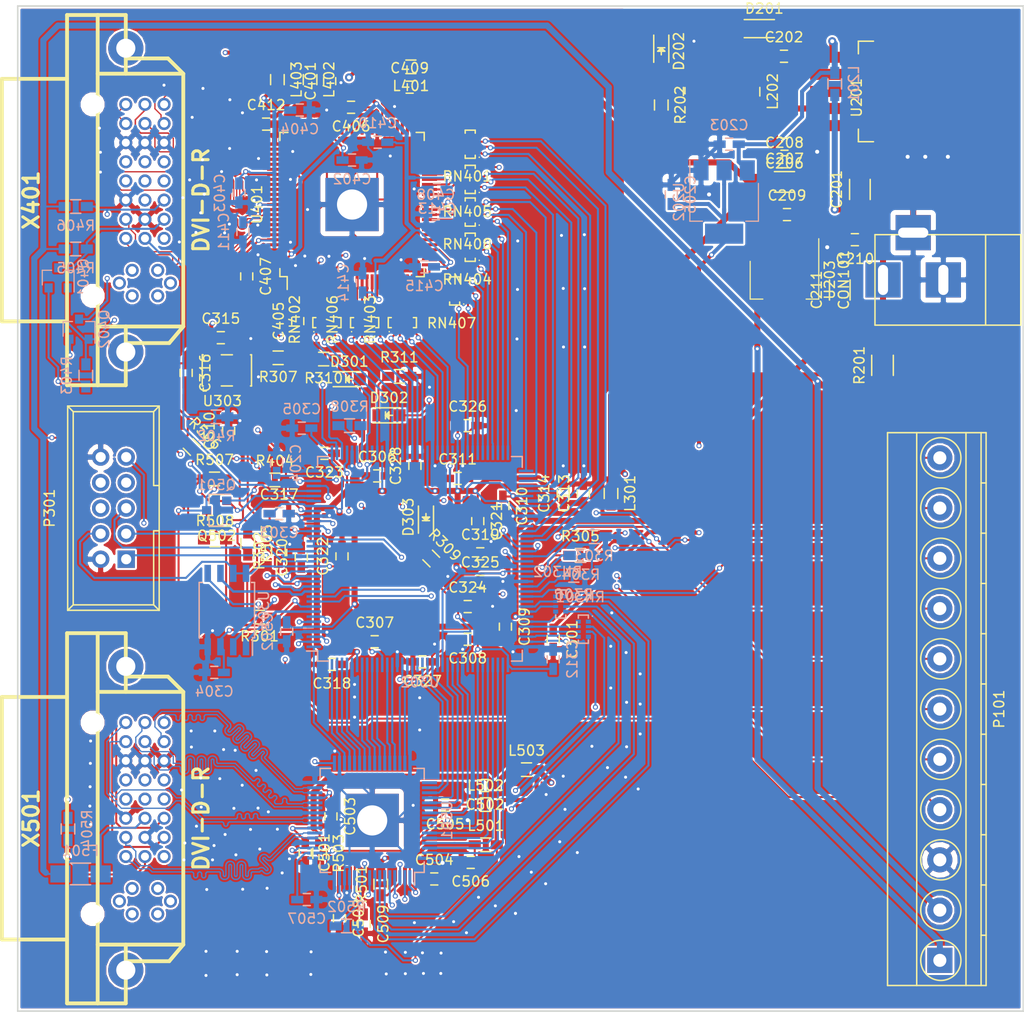
<source format=kicad_pcb>
(kicad_pcb (version 20160815) (host pcbnew "(2016-11-18 revision 19ce3f2)-master")

  (general
    (links 472)
    (no_connects 0)
    (area 18.088499 19.3405 120.075001 120.075001)
    (thickness 1.6)
    (drawings 4)
    (tracks 5106)
    (zones 0)
    (modules 132)
    (nets 238)
  )

  (page A4)
  (layers
    (0 F.Cu signal)
    (1 In1.Cu signal)
    (2 In2.Cu signal)
    (31 B.Cu signal)
    (32 B.Adhes user)
    (33 F.Adhes user)
    (34 B.Paste user)
    (35 F.Paste user)
    (36 B.SilkS user)
    (37 F.SilkS user)
    (38 B.Mask user)
    (39 F.Mask user)
    (40 Dwgs.User user)
    (41 Cmts.User user)
    (42 Eco1.User user)
    (43 Eco2.User user)
    (44 Edge.Cuts user)
    (45 Margin user)
    (46 B.CrtYd user)
    (47 F.CrtYd user)
    (48 B.Fab user)
    (49 F.Fab user)
  )

  (setup
    (last_trace_width 0.2)
    (user_trace_width 0.15)
    (user_trace_width 0.2)
    (user_trace_width 0.4)
    (user_trace_width 0.6)
    (trace_clearance 0.152)
    (zone_clearance 0.2)
    (zone_45_only no)
    (trace_min 0.125)
    (segment_width 0.2)
    (edge_width 0.15)
    (via_size 0.5)
    (via_drill 0.3)
    (via_min_size 0.4)
    (via_min_drill 0.3)
    (user_via 0.5 0.3)
    (uvia_size 0.3)
    (uvia_drill 0.1)
    (uvias_allowed no)
    (uvia_min_size 0.2)
    (uvia_min_drill 0.1)
    (pcb_text_width 0.3)
    (pcb_text_size 1.5 1.5)
    (mod_edge_width 0.15)
    (mod_text_size 1 1)
    (mod_text_width 0.15)
    (pad_size 1.524 1.524)
    (pad_drill 0.762)
    (pad_to_mask_clearance 0.2)
    (aux_axis_origin 0 0)
    (visible_elements FFFFFF7F)
    (pcbplotparams
      (layerselection 0x00030_ffffffff)
      (usegerberextensions false)
      (excludeedgelayer true)
      (linewidth 0.100000)
      (plotframeref false)
      (viasonmask false)
      (mode 1)
      (useauxorigin false)
      (hpglpennumber 1)
      (hpglpenspeed 20)
      (hpglpendiameter 15)
      (psnegative false)
      (psa4output false)
      (plotreference true)
      (plotvalue true)
      (plotinvisibletext false)
      (padsonsilk false)
      (subtractmaskfromsilk false)
      (outputformat 1)
      (mirror false)
      (drillshape 1)
      (scaleselection 1)
      (outputdirectory ""))
  )

  (net 0 "")
  (net 1 /power/VIN)
  (net 2 GND)
  (net 3 "Net-(C202-Pad2)")
  (net 4 +2V5)
  (net 5 +3V3)
  (net 6 +1V2)
  (net 7 +V_IO)
  (net 8 /dvi_out/TVDD)
  (net 9 "Net-(D201-Pad1)")
  (net 10 "Net-(D202-Pad2)")
  (net 11 "Net-(F501-Pad1)")
  (net 12 +5V)
  (net 13 /GPIO0)
  (net 14 /GPIO1)
  (net 15 /GPIO2)
  (net 16 /GPIO3)
  (net 17 /GPIO4)
  (net 18 /GPIO5)
  (net 19 /GPIO6)
  (net 20 /GPIO7)
  (net 21 "Net-(P301-Pad9)")
  (net 22 "Net-(P301-Pad8)")
  (net 23 "Net-(P301-Pad7)")
  (net 24 "Net-(P301-Pad6)")
  (net 25 "Net-(P301-Pad5)")
  (net 26 "Net-(P301-Pad3)")
  (net 27 "Net-(P301-Pad1)")
  (net 28 /dvi_in/DDCDAT_IN)
  (net 29 /dvi_in/DDCCLK_IN)
  (net 30 /dvi_out/DDCDAT)
  (net 31 /dvi_out/DDCCLK)
  (net 32 "Net-(R301-Pad1)")
  (net 33 "Net-(R302-Pad1)")
  (net 34 "Net-(R303-Pad1)")
  (net 35 "Net-(R304-Pad1)")
  (net 36 "Net-(R305-Pad1)")
  (net 37 "Net-(R306-Pad1)")
  (net 38 /fpga/CLK50)
  (net 39 "Net-(R307-Pad2)")
  (net 40 /dvi_out/TXCLK+)
  (net 41 "Net-(R308-Pad1)")
  (net 42 /fpga/CLKIN)
  (net 43 /dvi_in/HOTPLUG)
  (net 44 "Net-(R501-Pad1)")
  (net 45 /dvi_out/MSEN)
  (net 46 "Net-(R503-Pad2)")
  (net 47 /dvi_out/HOTPLUG)
  (net 48 "Net-(R504-Pad1)")
  (net 49 "Net-(RN301-Pad7)")
  (net 50 "Net-(RN301-Pad6)")
  (net 51 "Net-(RN301-Pad5)")
  (net 52 "Net-(RN301-Pad8)")
  (net 53 /dvi_out/CTL1)
  (net 54 /dvi_out/DE)
  (net 55 /dvi_out/VSYNC)
  (net 56 /dvi_out/HSYNC)
  (net 57 /dvi_out/CTL2)
  (net 58 /dvi_out/CTL3)
  (net 59 "Net-(RN302-Pad8)")
  (net 60 "Net-(RN302-Pad5)")
  (net 61 "Net-(RN302-Pad6)")
  (net 62 "Net-(RN302-Pad7)")
  (net 63 /dvi_in/DE)
  (net 64 /dvi_in/VSYNC)
  (net 65 /dvi_in/HSYNC)
  (net 66 "Net-(RN401-Pad4)")
  (net 67 "Net-(RN401-Pad8)")
  (net 68 "Net-(RN401-Pad5)")
  (net 69 "Net-(RN401-Pad6)")
  (net 70 "Net-(RN401-Pad7)")
  (net 71 "Net-(RN402-Pad7)")
  (net 72 "Net-(RN402-Pad6)")
  (net 73 "Net-(RN402-Pad5)")
  (net 74 "Net-(RN402-Pad8)")
  (net 75 /dvi_in/DATI3)
  (net 76 /dvi_in/DATI2)
  (net 77 /dvi_in/DATI1)
  (net 78 /dvi_in/DATI0)
  (net 79 "Net-(RN403-Pad7)")
  (net 80 "Net-(RN403-Pad6)")
  (net 81 "Net-(RN403-Pad5)")
  (net 82 "Net-(RN403-Pad8)")
  (net 83 /dvi_in/DATI11)
  (net 84 /dvi_in/DATI10)
  (net 85 /dvi_in/DATI9)
  (net 86 /dvi_in/DATI8)
  (net 87 "Net-(RN404-Pad7)")
  (net 88 "Net-(RN404-Pad6)")
  (net 89 "Net-(RN404-Pad5)")
  (net 90 "Net-(RN404-Pad8)")
  (net 91 /dvi_in/DATI19)
  (net 92 /dvi_in/DATI18)
  (net 93 /dvi_in/DATI17)
  (net 94 /dvi_in/DATI16)
  (net 95 "Net-(RN405-Pad7)")
  (net 96 "Net-(RN405-Pad6)")
  (net 97 "Net-(RN405-Pad5)")
  (net 98 "Net-(RN405-Pad8)")
  (net 99 /dvi_in/CTL3)
  (net 100 /dvi_in/CTL2)
  (net 101 /dvi_in/CTL1)
  (net 102 /dvi_in/DATI4)
  (net 103 /dvi_in/DATI5)
  (net 104 /dvi_in/DATI6)
  (net 105 /dvi_in/DATI7)
  (net 106 "Net-(RN406-Pad8)")
  (net 107 "Net-(RN406-Pad5)")
  (net 108 "Net-(RN406-Pad6)")
  (net 109 "Net-(RN406-Pad7)")
  (net 110 /dvi_in/DATI12)
  (net 111 /dvi_in/DATI13)
  (net 112 /dvi_in/DATI14)
  (net 113 /dvi_in/DATI15)
  (net 114 "Net-(RN407-Pad8)")
  (net 115 "Net-(RN407-Pad5)")
  (net 116 "Net-(RN407-Pad6)")
  (net 117 "Net-(RN407-Pad7)")
  (net 118 /dvi_in/DATI20)
  (net 119 /dvi_in/DATI21)
  (net 120 /dvi_in/DATI22)
  (net 121 /dvi_in/DATI23)
  (net 122 "Net-(RN408-Pad8)")
  (net 123 "Net-(RN408-Pad5)")
  (net 124 "Net-(RN408-Pad6)")
  (net 125 "Net-(RN408-Pad7)")
  (net 126 /dvi_out/DATO4)
  (net 127 /dvi_out/DATO5)
  (net 128 /dvi_out/DATO6)
  (net 129 /dvi_out/DATO7)
  (net 130 /dvi_out/DATO12)
  (net 131 /dvi_out/DATO13)
  (net 132 /dvi_out/DATO14)
  (net 133 /dvi_out/DATO15)
  (net 134 /dvi_out/DATO20)
  (net 135 /dvi_out/DATO21)
  (net 136 /dvi_out/DATO22)
  (net 137 /dvi_out/DATO23)
  (net 138 /dvi_out/DATO3)
  (net 139 /dvi_out/DATO2)
  (net 140 /dvi_out/DATO1)
  (net 141 /dvi_out/DATO0)
  (net 142 /dvi_out/DATO11)
  (net 143 /dvi_out/DATO10)
  (net 144 /dvi_out/DATO9)
  (net 145 /dvi_out/DATO8)
  (net 146 /dvi_out/DATO19)
  (net 147 /dvi_out/DATO18)
  (net 148 /dvi_out/DATO17)
  (net 149 /dvi_out/DATO16)
  (net 150 /fpga/DCLK)
  (net 151 /fpga/ASDI)
  (net 152 /fpga/DATA)
  (net 153 /fpga/nCS)
  (net 154 "Net-(U302-Pad127)")
  (net 155 /dvi_in/LINK_ACT)
  (net 156 /dvi_in/PDOWN)
  (net 157 /dvi_out/EDGE)
  (net 158 /dvi_out/DKEN)
  (net 159 "Net-(U303-Pad1)")
  (net 160 "Net-(U401-Pad96)")
  (net 161 /dvi_in/RxC-)
  (net 162 /dvi_in/RxC+)
  (net 163 /dvi_in/Rx0+)
  (net 164 /dvi_in/Rx1-)
  (net 165 /dvi_in/Rx1+)
  (net 166 /dvi_in/Rx2-)
  (net 167 /dvi_in/Rx2+)
  (net 168 "Net-(U401-Pad77)")
  (net 169 "Net-(U401-Pad75)")
  (net 170 "Net-(U401-Pad74)")
  (net 171 "Net-(U401-Pad73)")
  (net 172 "Net-(U401-Pad72)")
  (net 173 "Net-(U401-Pad71)")
  (net 174 "Net-(U401-Pad70)")
  (net 175 "Net-(U401-Pad69)")
  (net 176 "Net-(U401-Pad66)")
  (net 177 "Net-(U401-Pad65)")
  (net 178 "Net-(U401-Pad64)")
  (net 179 "Net-(U401-Pad63)")
  (net 180 "Net-(U401-Pad62)")
  (net 181 "Net-(U401-Pad61)")
  (net 182 "Net-(U401-Pad60)")
  (net 183 "Net-(U401-Pad59)")
  (net 184 "Net-(U401-Pad56)")
  (net 185 "Net-(U401-Pad55)")
  (net 186 "Net-(U401-Pad54)")
  (net 187 "Net-(U401-Pad53)")
  (net 188 "Net-(U401-Pad52)")
  (net 189 "Net-(U401-Pad51)")
  (net 190 "Net-(U401-Pad50)")
  (net 191 "Net-(U401-Pad49)")
  (net 192 "Net-(U501-Pad56)")
  (net 193 "Net-(U501-Pad49)")
  (net 194 /dvi_out/TX2+)
  (net 195 /dvi_out/TX2-)
  (net 196 /dvi_out/TX1+)
  (net 197 /dvi_out/TX1-)
  (net 198 /dvi_out/TX0+)
  (net 199 /dvi_out/TX0-)
  (net 200 /dvi_out/TXC+)
  (net 201 /dvi_out/TXC-)
  (net 202 "Net-(X401-Pad8)")
  (net 203 "Net-(X401-Pad21)")
  (net 204 "Net-(X401-Pad20)")
  (net 205 "Net-(X401-Pad14)")
  (net 206 "Net-(X401-Pad13)")
  (net 207 "Net-(X401-Pad12)")
  (net 208 "Net-(X401-Pad5)")
  (net 209 "Net-(X401-Pad4)")
  (net 210 "Net-(X501-Pad4)")
  (net 211 "Net-(X501-Pad5)")
  (net 212 "Net-(X501-Pad12)")
  (net 213 "Net-(X501-Pad13)")
  (net 214 "Net-(X501-Pad20)")
  (net 215 "Net-(X501-Pad21)")
  (net 216 "Net-(X501-Pad8)")
  (net 217 "Net-(D301-Pad2)")
  (net 218 "Net-(D302-Pad2)")
  (net 219 "Net-(D303-Pad2)")
  (net 220 /dvi_in/Rx0-)
  (net 221 "Net-(U302-Pad99)")
  (net 222 "Net-(U302-Pad84)")
  (net 223 "Net-(U302-Pad83)")
  (net 224 "Net-(RN302-Pad1)")
  (net 225 "Net-(D301-Pad1)")
  (net 226 "Net-(D302-Pad1)")
  (net 227 "Net-(D303-Pad1)")
  (net 228 "Net-(RN301-Pad1)")
  (net 229 /dvi_in/PVDD)
  (net 230 /dvi_in/DVDD)
  (net 231 /dvi_in/AVDD)
  (net 232 /dvi_out/DVDD)
  (net 233 /dvi_out/PVDD)
  (net 234 /dvi_out/DDCDAT_)
  (net 235 /dvi_out/DDCCLK_)
  (net 236 /dvi_in/DDCDAT_)
  (net 237 /dvi_in/DDCCLK_)

  (net_class Default "This is the default net class."
    (clearance 0.152)
    (trace_width 0.2)
    (via_dia 0.5)
    (via_drill 0.3)
    (uvia_dia 0.3)
    (uvia_drill 0.1)
    (diff_pair_gap 0.25)
    (diff_pair_width 0.2)
    (add_net +1V2)
    (add_net +2V5)
    (add_net +3V3)
    (add_net +5V)
    (add_net +V_IO)
    (add_net /GPIO0)
    (add_net /GPIO1)
    (add_net /GPIO2)
    (add_net /GPIO3)
    (add_net /GPIO4)
    (add_net /GPIO5)
    (add_net /GPIO6)
    (add_net /GPIO7)
    (add_net /dvi_in/AVDD)
    (add_net /dvi_in/CTL1)
    (add_net /dvi_in/CTL2)
    (add_net /dvi_in/CTL3)
    (add_net /dvi_in/DATI0)
    (add_net /dvi_in/DATI1)
    (add_net /dvi_in/DATI10)
    (add_net /dvi_in/DATI11)
    (add_net /dvi_in/DATI12)
    (add_net /dvi_in/DATI13)
    (add_net /dvi_in/DATI14)
    (add_net /dvi_in/DATI15)
    (add_net /dvi_in/DATI16)
    (add_net /dvi_in/DATI17)
    (add_net /dvi_in/DATI18)
    (add_net /dvi_in/DATI19)
    (add_net /dvi_in/DATI2)
    (add_net /dvi_in/DATI20)
    (add_net /dvi_in/DATI21)
    (add_net /dvi_in/DATI22)
    (add_net /dvi_in/DATI23)
    (add_net /dvi_in/DATI3)
    (add_net /dvi_in/DATI4)
    (add_net /dvi_in/DATI5)
    (add_net /dvi_in/DATI6)
    (add_net /dvi_in/DATI7)
    (add_net /dvi_in/DATI8)
    (add_net /dvi_in/DATI9)
    (add_net /dvi_in/DDCCLK_)
    (add_net /dvi_in/DDCCLK_IN)
    (add_net /dvi_in/DDCDAT_)
    (add_net /dvi_in/DDCDAT_IN)
    (add_net /dvi_in/DE)
    (add_net /dvi_in/DVDD)
    (add_net /dvi_in/HOTPLUG)
    (add_net /dvi_in/HSYNC)
    (add_net /dvi_in/LINK_ACT)
    (add_net /dvi_in/PDOWN)
    (add_net /dvi_in/PVDD)
    (add_net /dvi_in/Rx0+)
    (add_net /dvi_in/Rx0-)
    (add_net /dvi_in/Rx1+)
    (add_net /dvi_in/Rx1-)
    (add_net /dvi_in/Rx2+)
    (add_net /dvi_in/Rx2-)
    (add_net /dvi_in/RxC+)
    (add_net /dvi_in/RxC-)
    (add_net /dvi_in/VSYNC)
    (add_net /dvi_out/CTL1)
    (add_net /dvi_out/CTL2)
    (add_net /dvi_out/CTL3)
    (add_net /dvi_out/DATO0)
    (add_net /dvi_out/DATO1)
    (add_net /dvi_out/DATO10)
    (add_net /dvi_out/DATO11)
    (add_net /dvi_out/DATO12)
    (add_net /dvi_out/DATO13)
    (add_net /dvi_out/DATO14)
    (add_net /dvi_out/DATO15)
    (add_net /dvi_out/DATO16)
    (add_net /dvi_out/DATO17)
    (add_net /dvi_out/DATO18)
    (add_net /dvi_out/DATO19)
    (add_net /dvi_out/DATO2)
    (add_net /dvi_out/DATO20)
    (add_net /dvi_out/DATO21)
    (add_net /dvi_out/DATO22)
    (add_net /dvi_out/DATO23)
    (add_net /dvi_out/DATO3)
    (add_net /dvi_out/DATO4)
    (add_net /dvi_out/DATO5)
    (add_net /dvi_out/DATO6)
    (add_net /dvi_out/DATO7)
    (add_net /dvi_out/DATO8)
    (add_net /dvi_out/DATO9)
    (add_net /dvi_out/DDCCLK)
    (add_net /dvi_out/DDCCLK_)
    (add_net /dvi_out/DDCDAT)
    (add_net /dvi_out/DDCDAT_)
    (add_net /dvi_out/DE)
    (add_net /dvi_out/DKEN)
    (add_net /dvi_out/DVDD)
    (add_net /dvi_out/EDGE)
    (add_net /dvi_out/HOTPLUG)
    (add_net /dvi_out/HSYNC)
    (add_net /dvi_out/MSEN)
    (add_net /dvi_out/PVDD)
    (add_net /dvi_out/TVDD)
    (add_net /dvi_out/TX0+)
    (add_net /dvi_out/TX0-)
    (add_net /dvi_out/TX1+)
    (add_net /dvi_out/TX1-)
    (add_net /dvi_out/TX2+)
    (add_net /dvi_out/TX2-)
    (add_net /dvi_out/TXC+)
    (add_net /dvi_out/TXC-)
    (add_net /dvi_out/TXCLK+)
    (add_net /dvi_out/VSYNC)
    (add_net /fpga/ASDI)
    (add_net /fpga/CLK50)
    (add_net /fpga/CLKIN)
    (add_net /fpga/DATA)
    (add_net /fpga/DCLK)
    (add_net /fpga/nCS)
    (add_net /power/VIN)
    (add_net GND)
    (add_net "Net-(C202-Pad2)")
    (add_net "Net-(D201-Pad1)")
    (add_net "Net-(D202-Pad2)")
    (add_net "Net-(D301-Pad1)")
    (add_net "Net-(D301-Pad2)")
    (add_net "Net-(D302-Pad1)")
    (add_net "Net-(D302-Pad2)")
    (add_net "Net-(D303-Pad1)")
    (add_net "Net-(D303-Pad2)")
    (add_net "Net-(F501-Pad1)")
    (add_net "Net-(P301-Pad1)")
    (add_net "Net-(P301-Pad3)")
    (add_net "Net-(P301-Pad5)")
    (add_net "Net-(P301-Pad6)")
    (add_net "Net-(P301-Pad7)")
    (add_net "Net-(P301-Pad8)")
    (add_net "Net-(P301-Pad9)")
    (add_net "Net-(R301-Pad1)")
    (add_net "Net-(R302-Pad1)")
    (add_net "Net-(R303-Pad1)")
    (add_net "Net-(R304-Pad1)")
    (add_net "Net-(R305-Pad1)")
    (add_net "Net-(R306-Pad1)")
    (add_net "Net-(R307-Pad2)")
    (add_net "Net-(R308-Pad1)")
    (add_net "Net-(R501-Pad1)")
    (add_net "Net-(R503-Pad2)")
    (add_net "Net-(R504-Pad1)")
    (add_net "Net-(RN301-Pad1)")
    (add_net "Net-(RN301-Pad5)")
    (add_net "Net-(RN301-Pad6)")
    (add_net "Net-(RN301-Pad7)")
    (add_net "Net-(RN301-Pad8)")
    (add_net "Net-(RN302-Pad1)")
    (add_net "Net-(RN302-Pad5)")
    (add_net "Net-(RN302-Pad6)")
    (add_net "Net-(RN302-Pad7)")
    (add_net "Net-(RN302-Pad8)")
    (add_net "Net-(RN401-Pad4)")
    (add_net "Net-(RN401-Pad5)")
    (add_net "Net-(RN401-Pad6)")
    (add_net "Net-(RN401-Pad7)")
    (add_net "Net-(RN401-Pad8)")
    (add_net "Net-(RN402-Pad5)")
    (add_net "Net-(RN402-Pad6)")
    (add_net "Net-(RN402-Pad7)")
    (add_net "Net-(RN402-Pad8)")
    (add_net "Net-(RN403-Pad5)")
    (add_net "Net-(RN403-Pad6)")
    (add_net "Net-(RN403-Pad7)")
    (add_net "Net-(RN403-Pad8)")
    (add_net "Net-(RN404-Pad5)")
    (add_net "Net-(RN404-Pad6)")
    (add_net "Net-(RN404-Pad7)")
    (add_net "Net-(RN404-Pad8)")
    (add_net "Net-(RN405-Pad5)")
    (add_net "Net-(RN405-Pad6)")
    (add_net "Net-(RN405-Pad7)")
    (add_net "Net-(RN405-Pad8)")
    (add_net "Net-(RN406-Pad5)")
    (add_net "Net-(RN406-Pad6)")
    (add_net "Net-(RN406-Pad7)")
    (add_net "Net-(RN406-Pad8)")
    (add_net "Net-(RN407-Pad5)")
    (add_net "Net-(RN407-Pad6)")
    (add_net "Net-(RN407-Pad7)")
    (add_net "Net-(RN407-Pad8)")
    (add_net "Net-(RN408-Pad5)")
    (add_net "Net-(RN408-Pad6)")
    (add_net "Net-(RN408-Pad7)")
    (add_net "Net-(RN408-Pad8)")
    (add_net "Net-(U302-Pad127)")
    (add_net "Net-(U302-Pad83)")
    (add_net "Net-(U302-Pad84)")
    (add_net "Net-(U302-Pad99)")
    (add_net "Net-(U303-Pad1)")
    (add_net "Net-(U401-Pad49)")
    (add_net "Net-(U401-Pad50)")
    (add_net "Net-(U401-Pad51)")
    (add_net "Net-(U401-Pad52)")
    (add_net "Net-(U401-Pad53)")
    (add_net "Net-(U401-Pad54)")
    (add_net "Net-(U401-Pad55)")
    (add_net "Net-(U401-Pad56)")
    (add_net "Net-(U401-Pad59)")
    (add_net "Net-(U401-Pad60)")
    (add_net "Net-(U401-Pad61)")
    (add_net "Net-(U401-Pad62)")
    (add_net "Net-(U401-Pad63)")
    (add_net "Net-(U401-Pad64)")
    (add_net "Net-(U401-Pad65)")
    (add_net "Net-(U401-Pad66)")
    (add_net "Net-(U401-Pad69)")
    (add_net "Net-(U401-Pad70)")
    (add_net "Net-(U401-Pad71)")
    (add_net "Net-(U401-Pad72)")
    (add_net "Net-(U401-Pad73)")
    (add_net "Net-(U401-Pad74)")
    (add_net "Net-(U401-Pad75)")
    (add_net "Net-(U401-Pad77)")
    (add_net "Net-(U401-Pad96)")
    (add_net "Net-(U501-Pad49)")
    (add_net "Net-(U501-Pad56)")
    (add_net "Net-(X401-Pad12)")
    (add_net "Net-(X401-Pad13)")
    (add_net "Net-(X401-Pad14)")
    (add_net "Net-(X401-Pad20)")
    (add_net "Net-(X401-Pad21)")
    (add_net "Net-(X401-Pad4)")
    (add_net "Net-(X401-Pad5)")
    (add_net "Net-(X401-Pad8)")
    (add_net "Net-(X501-Pad12)")
    (add_net "Net-(X501-Pad13)")
    (add_net "Net-(X501-Pad20)")
    (add_net "Net-(X501-Pad21)")
    (add_net "Net-(X501-Pad4)")
    (add_net "Net-(X501-Pad5)")
    (add_net "Net-(X501-Pad8)")
  )

  (module smd:HQFP-100_14x14mm_Pitch0.5mm_handsoldering (layer F.Cu) (tedit 584FF58E) (tstamp 584DB91D)
    (at 53.25 39.75 90)
    (descr "100-Lead Plastic Thin Quad Flatpack (PF) - 14x14x1 mm Body 2.00 mm Footprint [TQFP] (see Microchip Packaging Specification 00000049BS.pdf)")
    (tags "QFP 0.5")
    (path /583B5F85/583B662D)
    (attr smd)
    (fp_text reference U401 (at 0 -9.45 90) (layer F.SilkS)
      (effects (font (size 1 1) (thickness 0.15)))
    )
    (fp_text value TFP401 (at 0 9.45 90) (layer F.Fab)
      (effects (font (size 1 1) (thickness 0.15)))
    )
    (fp_text user %R (at 0 0 90) (layer F.Fab)
      (effects (font (size 1 1) (thickness 0.15)))
    )
    (fp_line (start -6 -7) (end 7 -7) (layer F.Fab) (width 0.15))
    (fp_line (start 7 -7) (end 7 7) (layer F.Fab) (width 0.15))
    (fp_line (start 7 7) (end -7 7) (layer F.Fab) (width 0.15))
    (fp_line (start -7 7) (end -7 -6) (layer F.Fab) (width 0.15))
    (fp_line (start -7 -6) (end -6 -7) (layer F.Fab) (width 0.15))
    (fp_line (start -8.7 -8.7) (end -8.7 8.7) (layer F.CrtYd) (width 0.05))
    (fp_line (start 8.7 -8.7) (end 8.7 8.7) (layer F.CrtYd) (width 0.05))
    (fp_line (start -8.7 -8.7) (end 8.7 -8.7) (layer F.CrtYd) (width 0.05))
    (fp_line (start -8.7 8.7) (end 8.7 8.7) (layer F.CrtYd) (width 0.05))
    (fp_line (start -7.175 -7.175) (end -7.175 -6.45) (layer F.SilkS) (width 0.15))
    (fp_line (start 7.175 -7.175) (end 7.175 -6.375) (layer F.SilkS) (width 0.15))
    (fp_line (start 7.175 7.175) (end 7.175 6.375) (layer F.SilkS) (width 0.15))
    (fp_line (start -7.175 7.175) (end -7.175 6.375) (layer F.SilkS) (width 0.15))
    (fp_line (start -7.175 -7.175) (end -6.375 -7.175) (layer F.SilkS) (width 0.15))
    (fp_line (start -7.175 7.175) (end -6.375 7.175) (layer F.SilkS) (width 0.15))
    (fp_line (start 7.175 7.175) (end 6.375 7.175) (layer F.SilkS) (width 0.15))
    (fp_line (start 7.175 -7.175) (end 6.375 -7.175) (layer F.SilkS) (width 0.15))
    (fp_line (start -7.175 -6.45) (end -8.45 -6.45) (layer F.SilkS) (width 0.15))
    (pad 101 thru_hole rect (at 0 0 90) (size 5.3 5.3) (drill 3) (layers *.Cu *.Mask)
      (net 2 GND))
    (pad 1 smd rect (at -7.7 -6 90) (size 1.5 0.3) (layers F.Cu F.Paste F.Mask)
      (net 2 GND))
    (pad 2 smd rect (at -7.7 -5.5 90) (size 1.5 0.3) (layers F.Cu F.Paste F.Mask)
      (net 156 /dvi_in/PDOWN))
    (pad 3 smd rect (at -7.7 -5 90) (size 1.5 0.3) (layers F.Cu F.Paste F.Mask)
      (net 2 GND))
    (pad 4 smd rect (at -7.7 -4.5 90) (size 1.5 0.3) (layers F.Cu F.Paste F.Mask)
      (net 2 GND))
    (pad 5 smd rect (at -7.7 -4 90) (size 1.5 0.3) (layers F.Cu F.Paste F.Mask)
      (net 2 GND))
    (pad 6 smd rect (at -7.7 -3.5 90) (size 1.5 0.3) (layers F.Cu F.Paste F.Mask)
      (net 230 /dvi_in/DVDD))
    (pad 7 smd rect (at -7.7 -3 90) (size 1.5 0.3) (layers F.Cu F.Paste F.Mask)
      (net 2 GND))
    (pad 8 smd rect (at -7.7 -2.5 90) (size 1.5 0.3) (layers F.Cu F.Paste F.Mask)
      (net 155 /dvi_in/LINK_ACT))
    (pad 9 smd rect (at -7.7 -2 90) (size 1.5 0.3) (layers F.Cu F.Paste F.Mask)
      (net 156 /dvi_in/PDOWN))
    (pad 10 smd rect (at -7.7 -1.5 90) (size 1.5 0.3) (layers F.Cu F.Paste F.Mask)
      (net 74 "Net-(RN402-Pad8)"))
    (pad 11 smd rect (at -7.7 -1 90) (size 1.5 0.3) (layers F.Cu F.Paste F.Mask)
      (net 71 "Net-(RN402-Pad7)"))
    (pad 12 smd rect (at -7.7 -0.5 90) (size 1.5 0.3) (layers F.Cu F.Paste F.Mask)
      (net 72 "Net-(RN402-Pad6)"))
    (pad 13 smd rect (at -7.7 0 90) (size 1.5 0.3) (layers F.Cu F.Paste F.Mask)
      (net 73 "Net-(RN402-Pad5)"))
    (pad 14 smd rect (at -7.7 0.5 90) (size 1.5 0.3) (layers F.Cu F.Paste F.Mask)
      (net 106 "Net-(RN406-Pad8)"))
    (pad 15 smd rect (at -7.7 1 90) (size 1.5 0.3) (layers F.Cu F.Paste F.Mask)
      (net 109 "Net-(RN406-Pad7)"))
    (pad 16 smd rect (at -7.7 1.5 90) (size 1.5 0.3) (layers F.Cu F.Paste F.Mask)
      (net 108 "Net-(RN406-Pad6)"))
    (pad 17 smd rect (at -7.7 2 90) (size 1.5 0.3) (layers F.Cu F.Paste F.Mask)
      (net 107 "Net-(RN406-Pad5)"))
    (pad 18 smd rect (at -7.7 2.5 90) (size 1.5 0.3) (layers F.Cu F.Paste F.Mask)
      (net 229 /dvi_in/PVDD))
    (pad 19 smd rect (at -7.7 3 90) (size 1.5 0.3) (layers F.Cu F.Paste F.Mask)
      (net 2 GND))
    (pad 20 smd rect (at -7.7 3.5 90) (size 1.5 0.3) (layers F.Cu F.Paste F.Mask)
      (net 82 "Net-(RN403-Pad8)"))
    (pad 21 smd rect (at -7.7 4 90) (size 1.5 0.3) (layers F.Cu F.Paste F.Mask)
      (net 79 "Net-(RN403-Pad7)"))
    (pad 22 smd rect (at -7.7 4.5 90) (size 1.5 0.3) (layers F.Cu F.Paste F.Mask)
      (net 80 "Net-(RN403-Pad6)"))
    (pad 23 smd rect (at -7.7 5 90) (size 1.5 0.3) (layers F.Cu F.Paste F.Mask)
      (net 81 "Net-(RN403-Pad5)"))
    (pad 24 smd rect (at -7.7 5.5 90) (size 1.5 0.3) (layers F.Cu F.Paste F.Mask)
      (net 114 "Net-(RN407-Pad8)"))
    (pad 25 smd rect (at -7.7 6 90) (size 1.5 0.3) (layers F.Cu F.Paste F.Mask)
      (net 117 "Net-(RN407-Pad7)"))
    (pad 26 smd rect (at -6 7.7 180) (size 1.5 0.3) (layers F.Cu F.Paste F.Mask)
      (net 116 "Net-(RN407-Pad6)"))
    (pad 27 smd rect (at -5.5 7.7 180) (size 1.5 0.3) (layers F.Cu F.Paste F.Mask)
      (net 115 "Net-(RN407-Pad5)"))
    (pad 28 smd rect (at -5 7.7 180) (size 1.5 0.3) (layers F.Cu F.Paste F.Mask)
      (net 2 GND))
    (pad 29 smd rect (at -4.5 7.7 180) (size 1.5 0.3) (layers F.Cu F.Paste F.Mask)
      (net 229 /dvi_in/PVDD))
    (pad 30 smd rect (at -4 7.7 180) (size 1.5 0.3) (layers F.Cu F.Paste F.Mask)
      (net 90 "Net-(RN404-Pad8)"))
    (pad 31 smd rect (at -3.5 7.7 180) (size 1.5 0.3) (layers F.Cu F.Paste F.Mask)
      (net 87 "Net-(RN404-Pad7)"))
    (pad 32 smd rect (at -3 7.7 180) (size 1.5 0.3) (layers F.Cu F.Paste F.Mask)
      (net 88 "Net-(RN404-Pad6)"))
    (pad 33 smd rect (at -2.5 7.7 180) (size 1.5 0.3) (layers F.Cu F.Paste F.Mask)
      (net 89 "Net-(RN404-Pad5)"))
    (pad 34 smd rect (at -2 7.7 180) (size 1.5 0.3) (layers F.Cu F.Paste F.Mask)
      (net 122 "Net-(RN408-Pad8)"))
    (pad 35 smd rect (at -1.5 7.7 180) (size 1.5 0.3) (layers F.Cu F.Paste F.Mask)
      (net 125 "Net-(RN408-Pad7)"))
    (pad 36 smd rect (at -1 7.7 180) (size 1.5 0.3) (layers F.Cu F.Paste F.Mask)
      (net 124 "Net-(RN408-Pad6)"))
    (pad 37 smd rect (at -0.5 7.7 180) (size 1.5 0.3) (layers F.Cu F.Paste F.Mask)
      (net 123 "Net-(RN408-Pad5)"))
    (pad 38 smd rect (at 0 7.7 180) (size 1.5 0.3) (layers F.Cu F.Paste F.Mask)
      (net 230 /dvi_in/DVDD))
    (pad 39 smd rect (at 0.5 7.7 180) (size 1.5 0.3) (layers F.Cu F.Paste F.Mask)
      (net 2 GND))
    (pad 40 smd rect (at 1 7.7 180) (size 1.5 0.3) (layers F.Cu F.Paste F.Mask)
      (net 98 "Net-(RN405-Pad8)"))
    (pad 41 smd rect (at 1.5 7.7 180) (size 1.5 0.3) (layers F.Cu F.Paste F.Mask)
      (net 95 "Net-(RN405-Pad7)"))
    (pad 42 smd rect (at 2 7.7 180) (size 1.5 0.3) (layers F.Cu F.Paste F.Mask)
      (net 96 "Net-(RN405-Pad6)"))
    (pad 43 smd rect (at 2.5 7.7 180) (size 1.5 0.3) (layers F.Cu F.Paste F.Mask)
      (net 229 /dvi_in/PVDD))
    (pad 44 smd rect (at 3 7.7 180) (size 1.5 0.3) (layers F.Cu F.Paste F.Mask)
      (net 97 "Net-(RN405-Pad5)"))
    (pad 45 smd rect (at 3.5 7.7 180) (size 1.5 0.3) (layers F.Cu F.Paste F.Mask)
      (net 2 GND))
    (pad 46 smd rect (at 4 7.7 180) (size 1.5 0.3) (layers F.Cu F.Paste F.Mask)
      (net 67 "Net-(RN401-Pad8)"))
    (pad 47 smd rect (at 4.5 7.7 180) (size 1.5 0.3) (layers F.Cu F.Paste F.Mask)
      (net 70 "Net-(RN401-Pad7)"))
    (pad 48 smd rect (at 5 7.7 180) (size 1.5 0.3) (layers F.Cu F.Paste F.Mask)
      (net 69 "Net-(RN401-Pad6)"))
    (pad 49 smd rect (at 5.5 7.7 180) (size 1.5 0.3) (layers F.Cu F.Paste F.Mask)
      (net 191 "Net-(U401-Pad49)"))
    (pad 50 smd rect (at 6 7.7 180) (size 1.5 0.3) (layers F.Cu F.Paste F.Mask)
      (net 190 "Net-(U401-Pad50)"))
    (pad 51 smd rect (at 7.7 6 90) (size 1.5 0.3) (layers F.Cu F.Paste F.Mask)
      (net 189 "Net-(U401-Pad51)"))
    (pad 52 smd rect (at 7.7 5.5 90) (size 1.5 0.3) (layers F.Cu F.Paste F.Mask)
      (net 188 "Net-(U401-Pad52)"))
    (pad 53 smd rect (at 7.7 5 90) (size 1.5 0.3) (layers F.Cu F.Paste F.Mask)
      (net 187 "Net-(U401-Pad53)"))
    (pad 54 smd rect (at 7.7 4.5 90) (size 1.5 0.3) (layers F.Cu F.Paste F.Mask)
      (net 186 "Net-(U401-Pad54)"))
    (pad 55 smd rect (at 7.7 4 90) (size 1.5 0.3) (layers F.Cu F.Paste F.Mask)
      (net 185 "Net-(U401-Pad55)"))
    (pad 56 smd rect (at 7.7 3.5 90) (size 1.5 0.3) (layers F.Cu F.Paste F.Mask)
      (net 184 "Net-(U401-Pad56)"))
    (pad 57 smd rect (at 7.7 3 90) (size 1.5 0.3) (layers F.Cu F.Paste F.Mask)
      (net 229 /dvi_in/PVDD))
    (pad 58 smd rect (at 7.7 2.5 90) (size 1.5 0.3) (layers F.Cu F.Paste F.Mask)
      (net 2 GND))
    (pad 59 smd rect (at 7.7 2 90) (size 1.5 0.3) (layers F.Cu F.Paste F.Mask)
      (net 183 "Net-(U401-Pad59)"))
    (pad 60 smd rect (at 7.7 1.5 90) (size 1.5 0.3) (layers F.Cu F.Paste F.Mask)
      (net 182 "Net-(U401-Pad60)"))
    (pad 61 smd rect (at 7.7 1 90) (size 1.5 0.3) (layers F.Cu F.Paste F.Mask)
      (net 181 "Net-(U401-Pad61)"))
    (pad 62 smd rect (at 7.7 0.5 90) (size 1.5 0.3) (layers F.Cu F.Paste F.Mask)
      (net 180 "Net-(U401-Pad62)"))
    (pad 63 smd rect (at 7.7 0 90) (size 1.5 0.3) (layers F.Cu F.Paste F.Mask)
      (net 179 "Net-(U401-Pad63)"))
    (pad 64 smd rect (at 7.7 -0.5 90) (size 1.5 0.3) (layers F.Cu F.Paste F.Mask)
      (net 178 "Net-(U401-Pad64)"))
    (pad 65 smd rect (at 7.7 -1 90) (size 1.5 0.3) (layers F.Cu F.Paste F.Mask)
      (net 177 "Net-(U401-Pad65)"))
    (pad 66 smd rect (at 7.7 -1.5 90) (size 1.5 0.3) (layers F.Cu F.Paste F.Mask)
      (net 176 "Net-(U401-Pad66)"))
    (pad 67 smd rect (at 7.7 -2 90) (size 1.5 0.3) (layers F.Cu F.Paste F.Mask)
      (net 230 /dvi_in/DVDD))
    (pad 68 smd rect (at 7.7 -2.5 90) (size 1.5 0.3) (layers F.Cu F.Paste F.Mask)
      (net 2 GND))
    (pad 69 smd rect (at 7.7 -3 90) (size 1.5 0.3) (layers F.Cu F.Paste F.Mask)
      (net 175 "Net-(U401-Pad69)"))
    (pad 70 smd rect (at 7.7 -3.5 90) (size 1.5 0.3) (layers F.Cu F.Paste F.Mask)
      (net 174 "Net-(U401-Pad70)"))
    (pad 71 smd rect (at 7.7 -4 90) (size 1.5 0.3) (layers F.Cu F.Paste F.Mask)
      (net 173 "Net-(U401-Pad71)"))
    (pad 72 smd rect (at 7.7 -4.5 90) (size 1.5 0.3) (layers F.Cu F.Paste F.Mask)
      (net 172 "Net-(U401-Pad72)"))
    (pad 73 smd rect (at 7.7 -5 90) (size 1.5 0.3) (layers F.Cu F.Paste F.Mask)
      (net 171 "Net-(U401-Pad73)"))
    (pad 74 smd rect (at 7.7 -5.5 90) (size 1.5 0.3) (layers F.Cu F.Paste F.Mask)
      (net 170 "Net-(U401-Pad74)"))
    (pad 75 smd rect (at 7.7 -6 90) (size 1.5 0.3) (layers F.Cu F.Paste F.Mask)
      (net 169 "Net-(U401-Pad75)"))
    (pad 76 smd rect (at 6 -7.7 180) (size 1.5 0.3) (layers F.Cu F.Paste F.Mask)
      (net 2 GND))
    (pad 77 smd rect (at 5.5 -7.7 180) (size 1.5 0.3) (layers F.Cu F.Paste F.Mask)
      (net 168 "Net-(U401-Pad77)"))
    (pad 78 smd rect (at 5 -7.7 180) (size 1.5 0.3) (layers F.Cu F.Paste F.Mask)
      (net 229 /dvi_in/PVDD))
    (pad 79 smd rect (at 4.5 -7.7 180) (size 1.5 0.3) (layers F.Cu F.Paste F.Mask)
      (net 2 GND))
    (pad 80 smd rect (at 4 -7.7 180) (size 1.5 0.3) (layers F.Cu F.Paste F.Mask)
      (net 167 /dvi_in/Rx2+))
    (pad 81 smd rect (at 3.5 -7.7 180) (size 1.5 0.3) (layers F.Cu F.Paste F.Mask)
      (net 166 /dvi_in/Rx2-))
    (pad 82 smd rect (at 3 -7.7 180) (size 1.5 0.3) (layers F.Cu F.Paste F.Mask)
      (net 231 /dvi_in/AVDD))
    (pad 83 smd rect (at 2.5 -7.7 180) (size 1.5 0.3) (layers F.Cu F.Paste F.Mask)
      (net 2 GND))
    (pad 84 smd rect (at 2 -7.7 180) (size 1.5 0.3) (layers F.Cu F.Paste F.Mask)
      (net 231 /dvi_in/AVDD))
    (pad 85 smd rect (at 1.5 -7.7 180) (size 1.5 0.3) (layers F.Cu F.Paste F.Mask)
      (net 165 /dvi_in/Rx1+))
    (pad 86 smd rect (at 1 -7.7 180) (size 1.5 0.3) (layers F.Cu F.Paste F.Mask)
      (net 164 /dvi_in/Rx1-))
    (pad 87 smd rect (at 0.5 -7.7 180) (size 1.5 0.3) (layers F.Cu F.Paste F.Mask)
      (net 2 GND))
    (pad 88 smd rect (at 0 -7.7 180) (size 1.5 0.3) (layers F.Cu F.Paste F.Mask)
      (net 231 /dvi_in/AVDD))
    (pad 89 smd rect (at -0.5 -7.7 180) (size 1.5 0.3) (layers F.Cu F.Paste F.Mask)
      (net 2 GND))
    (pad 90 smd rect (at -1 -7.7 180) (size 1.5 0.3) (layers F.Cu F.Paste F.Mask)
      (net 163 /dvi_in/Rx0+))
    (pad 91 smd rect (at -1.5 -7.7 180) (size 1.5 0.3) (layers F.Cu F.Paste F.Mask)
      (net 220 /dvi_in/Rx0-))
    (pad 92 smd rect (at -2 -7.7 180) (size 1.5 0.3) (layers F.Cu F.Paste F.Mask)
      (net 2 GND))
    (pad 93 smd rect (at -2.5 -7.7 180) (size 1.5 0.3) (layers F.Cu F.Paste F.Mask)
      (net 162 /dvi_in/RxC+))
    (pad 94 smd rect (at -3 -7.7 180) (size 1.5 0.3) (layers F.Cu F.Paste F.Mask)
      (net 161 /dvi_in/RxC-))
    (pad 95 smd rect (at -3.5 -7.7 180) (size 1.5 0.3) (layers F.Cu F.Paste F.Mask)
      (net 231 /dvi_in/AVDD))
    (pad 96 smd rect (at -4 -7.7 180) (size 1.5 0.3) (layers F.Cu F.Paste F.Mask)
      (net 160 "Net-(U401-Pad96)"))
    (pad 97 smd rect (at -4.5 -7.7 180) (size 1.5 0.3) (layers F.Cu F.Paste F.Mask)
      (net 229 /dvi_in/PVDD))
    (pad 98 smd rect (at -5 -7.7 180) (size 1.5 0.3) (layers F.Cu F.Paste F.Mask)
      (net 2 GND))
    (pad 99 smd rect (at -5.5 -7.7 180) (size 1.5 0.3) (layers F.Cu F.Paste F.Mask)
      (net 229 /dvi_in/PVDD))
    (pad 100 smd rect (at -6 -7.7 180) (size 1.5 0.3) (layers F.Cu F.Paste F.Mask)
      (net 2 GND))
    (model Housings_QFP.3dshapes/TQFP-100_14x14mm_Pitch0.5mm.wrl
      (at (xyz 0 0 0))
      (scale (xyz 1 1 1))
      (rotate (xyz 0 0 0))
    )
  )

  (module smd:HQFP-64_10x10mm_Pitch0.5mm_handsoldering (layer B.Cu) (tedit 584FF437) (tstamp 584DB962)
    (at 55.25 101.025 90)
    (descr "64-Lead Plastic Thin Quad Flatpack (PT) - 10x10x1 mm Body, 2.00 mm Footprint [TQFP] (see Microchip Packaging Specification 00000049BS.pdf)")
    (tags "QFP 0.5")
    (path /583BE4A7/583BE50E)
    (attr smd)
    (fp_text reference U501 (at 0 7.45 90) (layer B.SilkS)
      (effects (font (size 1 1) (thickness 0.15)) (justify mirror))
    )
    (fp_text value TFP410 (at 0 -7.45 90) (layer B.Fab)
      (effects (font (size 1 1) (thickness 0.15)) (justify mirror))
    )
    (fp_text user %R (at 0 0 90) (layer B.Fab)
      (effects (font (size 1 1) (thickness 0.15)) (justify mirror))
    )
    (fp_line (start -4 5) (end 5 5) (layer B.Fab) (width 0.15))
    (fp_line (start 5 5) (end 5 -5) (layer B.Fab) (width 0.15))
    (fp_line (start 5 -5) (end -5 -5) (layer B.Fab) (width 0.15))
    (fp_line (start -5 -5) (end -5 4) (layer B.Fab) (width 0.15))
    (fp_line (start -5 4) (end -4 5) (layer B.Fab) (width 0.15))
    (fp_line (start -6.7 6.7) (end -6.7 -6.7) (layer B.CrtYd) (width 0.05))
    (fp_line (start 6.7 6.7) (end 6.7 -6.7) (layer B.CrtYd) (width 0.05))
    (fp_line (start -6.7 6.7) (end 6.7 6.7) (layer B.CrtYd) (width 0.05))
    (fp_line (start -6.7 -6.7) (end 6.7 -6.7) (layer B.CrtYd) (width 0.05))
    (fp_line (start -5.175 5.175) (end -5.175 4.225) (layer B.SilkS) (width 0.15))
    (fp_line (start 5.175 5.175) (end 5.175 4.125) (layer B.SilkS) (width 0.15))
    (fp_line (start 5.175 -5.175) (end 5.175 -4.125) (layer B.SilkS) (width 0.15))
    (fp_line (start -5.175 -5.175) (end -5.175 -4.125) (layer B.SilkS) (width 0.15))
    (fp_line (start -5.175 5.175) (end -4.125 5.175) (layer B.SilkS) (width 0.15))
    (fp_line (start -5.175 -5.175) (end -4.125 -5.175) (layer B.SilkS) (width 0.15))
    (fp_line (start 5.175 -5.175) (end 4.125 -5.175) (layer B.SilkS) (width 0.15))
    (fp_line (start 5.175 5.175) (end 4.125 5.175) (layer B.SilkS) (width 0.15))
    (fp_line (start -5.175 4.225) (end -6.45 4.225) (layer B.SilkS) (width 0.15))
    (pad 65 thru_hole rect (at 0 0 90) (size 5.3 5.3) (drill 3) (layers *.Cu *.Mask)
      (net 2 GND))
    (pad 1 smd rect (at -5.7 3.75 90) (size 1.5 0.3) (layers B.Cu)
      (net 232 /dvi_out/DVDD))
    (pad 2 smd rect (at -5.7 3.25 90) (size 1.5 0.3) (layers B.Cu)
      (net 54 /dvi_out/DE))
    (pad 3 smd rect (at -5.7 2.75 90) (size 1.5 0.3) (layers B.Cu)
      (net 44 "Net-(R501-Pad1)"))
    (pad 4 smd rect (at -5.7 2.25 90) (size 1.5 0.3) (layers B.Cu)
      (net 56 /dvi_out/HSYNC))
    (pad 5 smd rect (at -5.7 1.75 90) (size 1.5 0.3) (layers B.Cu)
      (net 55 /dvi_out/VSYNC))
    (pad 6 smd rect (at -5.7 1.25 90) (size 1.5 0.3) (layers B.Cu)
      (net 58 /dvi_out/CTL3))
    (pad 7 smd rect (at -5.7 0.75 90) (size 1.5 0.3) (layers B.Cu)
      (net 57 /dvi_out/CTL2))
    (pad 8 smd rect (at -5.7 0.25 90) (size 1.5 0.3) (layers B.Cu)
      (net 53 /dvi_out/CTL1))
    (pad 9 smd rect (at -5.7 -0.25 90) (size 1.5 0.3) (layers B.Cu)
      (net 157 /dvi_out/EDGE))
    (pad 10 smd rect (at -5.7 -0.75 90) (size 1.5 0.3) (layers B.Cu)
      (net 156 /dvi_in/PDOWN))
    (pad 11 smd rect (at -5.7 -1.25 90) (size 1.5 0.3) (layers B.Cu)
      (net 45 /dvi_out/MSEN))
    (pad 12 smd rect (at -5.7 -1.75 90) (size 1.5 0.3) (layers B.Cu)
      (net 232 /dvi_out/DVDD))
    (pad 13 smd rect (at -5.7 -2.25 90) (size 1.5 0.3) (layers B.Cu)
      (net 2 GND))
    (pad 14 smd rect (at -5.7 -2.75 90) (size 1.5 0.3) (layers B.Cu)
      (net 2 GND))
    (pad 15 smd rect (at -5.7 -3.25 90) (size 1.5 0.3) (layers B.Cu)
      (net 232 /dvi_out/DVDD))
    (pad 16 smd rect (at -5.7 -3.75 90) (size 1.5 0.3) (layers B.Cu)
      (net 2 GND))
    (pad 17 smd rect (at -3.75 -5.7) (size 1.5 0.3) (layers B.Cu)
      (net 2 GND))
    (pad 18 smd rect (at -3.25 -5.7) (size 1.5 0.3) (layers B.Cu)
      (net 233 /dvi_out/PVDD))
    (pad 19 smd rect (at -2.75 -5.7) (size 1.5 0.3) (layers B.Cu)
      (net 46 "Net-(R503-Pad2)"))
    (pad 20 smd rect (at -2.25 -5.7) (size 1.5 0.3) (layers B.Cu)
      (net 2 GND))
    (pad 21 smd rect (at -1.75 -5.7) (size 1.5 0.3) (layers B.Cu)
      (net 201 /dvi_out/TXC-))
    (pad 22 smd rect (at -1.25 -5.7) (size 1.5 0.3) (layers B.Cu)
      (net 200 /dvi_out/TXC+))
    (pad 23 smd rect (at -0.75 -5.7) (size 1.5 0.3) (layers B.Cu)
      (net 8 /dvi_out/TVDD))
    (pad 24 smd rect (at -0.25 -5.7) (size 1.5 0.3) (layers B.Cu)
      (net 199 /dvi_out/TX0-))
    (pad 25 smd rect (at 0.25 -5.7) (size 1.5 0.3) (layers B.Cu)
      (net 198 /dvi_out/TX0+))
    (pad 26 smd rect (at 0.75 -5.7) (size 1.5 0.3) (layers B.Cu)
      (net 2 GND))
    (pad 27 smd rect (at 1.25 -5.7) (size 1.5 0.3) (layers B.Cu)
      (net 197 /dvi_out/TX1-))
    (pad 28 smd rect (at 1.75 -5.7) (size 1.5 0.3) (layers B.Cu)
      (net 196 /dvi_out/TX1+))
    (pad 29 smd rect (at 2.25 -5.7) (size 1.5 0.3) (layers B.Cu)
      (net 8 /dvi_out/TVDD))
    (pad 30 smd rect (at 2.75 -5.7) (size 1.5 0.3) (layers B.Cu)
      (net 195 /dvi_out/TX2-))
    (pad 31 smd rect (at 3.25 -5.7) (size 1.5 0.3) (layers B.Cu)
      (net 194 /dvi_out/TX2+))
    (pad 32 smd rect (at 3.75 -5.7) (size 1.5 0.3) (layers B.Cu)
      (net 2 GND))
    (pad 33 smd rect (at 5.7 -3.75 90) (size 1.5 0.3) (layers B.Cu)
      (net 232 /dvi_out/DVDD))
    (pad 34 smd rect (at 5.7 -3.25 90) (size 1.5 0.3) (layers B.Cu)
      (net 2 GND))
    (pad 35 smd rect (at 5.7 -2.75 90) (size 1.5 0.3) (layers B.Cu)
      (net 158 /dvi_out/DKEN))
    (pad 36 smd rect (at 5.7 -2.25 90) (size 1.5 0.3) (layers B.Cu)
      (net 137 /dvi_out/DATO23))
    (pad 37 smd rect (at 5.7 -1.75 90) (size 1.5 0.3) (layers B.Cu)
      (net 136 /dvi_out/DATO22))
    (pad 38 smd rect (at 5.7 -1.25 90) (size 1.5 0.3) (layers B.Cu)
      (net 135 /dvi_out/DATO21))
    (pad 39 smd rect (at 5.7 -0.75 90) (size 1.5 0.3) (layers B.Cu)
      (net 134 /dvi_out/DATO20))
    (pad 40 smd rect (at 5.7 -0.25 90) (size 1.5 0.3) (layers B.Cu)
      (net 146 /dvi_out/DATO19))
    (pad 41 smd rect (at 5.7 0.25 90) (size 1.5 0.3) (layers B.Cu)
      (net 147 /dvi_out/DATO18))
    (pad 42 smd rect (at 5.7 0.75 90) (size 1.5 0.3) (layers B.Cu)
      (net 148 /dvi_out/DATO17))
    (pad 43 smd rect (at 5.7 1.25 90) (size 1.5 0.3) (layers B.Cu)
      (net 149 /dvi_out/DATO16))
    (pad 44 smd rect (at 5.7 1.75 90) (size 1.5 0.3) (layers B.Cu)
      (net 133 /dvi_out/DATO15))
    (pad 45 smd rect (at 5.7 2.25 90) (size 1.5 0.3) (layers B.Cu)
      (net 132 /dvi_out/DATO14))
    (pad 46 smd rect (at 5.7 2.75 90) (size 1.5 0.3) (layers B.Cu)
      (net 131 /dvi_out/DATO13))
    (pad 47 smd rect (at 5.7 3.25 90) (size 1.5 0.3) (layers B.Cu)
      (net 130 /dvi_out/DATO12))
    (pad 48 smd rect (at 5.7 3.75 90) (size 1.5 0.3) (layers B.Cu)
      (net 2 GND))
    (pad 49 smd rect (at 3.75 5.7) (size 1.5 0.3) (layers B.Cu)
      (net 193 "Net-(U501-Pad49)"))
    (pad 50 smd rect (at 3.25 5.7) (size 1.5 0.3) (layers B.Cu)
      (net 142 /dvi_out/DATO11))
    (pad 51 smd rect (at 2.75 5.7) (size 1.5 0.3) (layers B.Cu)
      (net 143 /dvi_out/DATO10))
    (pad 52 smd rect (at 2.25 5.7) (size 1.5 0.3) (layers B.Cu)
      (net 144 /dvi_out/DATO9))
    (pad 53 smd rect (at 1.75 5.7) (size 1.5 0.3) (layers B.Cu)
      (net 145 /dvi_out/DATO8))
    (pad 54 smd rect (at 1.25 5.7) (size 1.5 0.3) (layers B.Cu)
      (net 129 /dvi_out/DATO7))
    (pad 55 smd rect (at 0.75 5.7) (size 1.5 0.3) (layers B.Cu)
      (net 128 /dvi_out/DATO6))
    (pad 56 smd rect (at 0.25 5.7) (size 1.5 0.3) (layers B.Cu)
      (net 192 "Net-(U501-Pad56)"))
    (pad 57 smd rect (at -0.25 5.7) (size 1.5 0.3) (layers B.Cu)
      (net 40 /dvi_out/TXCLK+))
    (pad 58 smd rect (at -0.75 5.7) (size 1.5 0.3) (layers B.Cu)
      (net 127 /dvi_out/DATO5))
    (pad 59 smd rect (at -1.25 5.7) (size 1.5 0.3) (layers B.Cu)
      (net 126 /dvi_out/DATO4))
    (pad 60 smd rect (at -1.75 5.7) (size 1.5 0.3) (layers B.Cu)
      (net 138 /dvi_out/DATO3))
    (pad 61 smd rect (at -2.25 5.7) (size 1.5 0.3) (layers B.Cu)
      (net 139 /dvi_out/DATO2))
    (pad 62 smd rect (at -2.75 5.7) (size 1.5 0.3) (layers B.Cu)
      (net 140 /dvi_out/DATO1))
    (pad 63 smd rect (at -3.25 5.7) (size 1.5 0.3) (layers B.Cu)
      (net 141 /dvi_out/DATO0))
    (pad 64 smd rect (at -3.75 5.7) (size 1.5 0.3) (layers B.Cu)
      (net 2 GND))
    (model Housings_QFP.3dshapes/TQFP-64_10x10mm_Pitch0.5mm.wrl
      (at (xyz 0 0 0))
      (scale (xyz 1 1 1))
      (rotate (xyz 0 0 0))
    )
  )

  (module dvi:dvi (layer F.Cu) (tedit 0) (tstamp 584DB9AE)
    (at 27.448 100.81 270)
    (descr "DVI connector, Tyco P/N 1-1734147-1")
    (path /583BE4A7/5847F98E)
    (fp_text reference X501 (at 0 6.10108 270) (layer F.SilkS)
      (effects (font (thickness 0.3048)))
    )
    (fp_text value DVI-D-R (at 0 -10.795 270) (layer F.SilkS)
      (effects (font (thickness 0.3048)))
    )
    (fp_line (start -12.573 -9.017) (end -14.097 -7.493) (layer F.SilkS) (width 0.381))
    (fp_line (start -14.097 -7.493) (end -14.097 -3.302) (layer F.SilkS) (width 0.381))
    (fp_line (start 14.224 -7.62) (end 14.224 -3.302) (layer F.SilkS) (width 0.381))
    (fp_line (start 12.573 -9.017) (end 14.224 -7.62) (layer F.SilkS) (width 0.381))
    (fp_line (start -12.573 -9.017) (end -12.573 -0.508) (layer F.SilkS) (width 0.381))
    (fp_line (start 12.573 -9.017) (end 12.573 -0.508) (layer F.SilkS) (width 0.381))
    (fp_line (start -18.415 -0.508) (end -18.415 -3.302) (layer F.SilkS) (width 0.381))
    (fp_line (start -18.415 -3.302) (end -12.573 -3.302) (layer F.SilkS) (width 0.381))
    (fp_line (start 18.415 -0.508) (end 18.415 -3.302) (layer F.SilkS) (width 0.381))
    (fp_line (start 18.415 -3.302) (end 12.573 -3.302) (layer F.SilkS) (width 0.381))
    (fp_line (start 18.415 -0.508) (end 18.415 2.54) (layer F.SilkS) (width 0.381))
    (fp_line (start -18.415 -0.508) (end -18.415 2.54) (layer F.SilkS) (width 0.381))
    (fp_line (start -18.415 -0.508) (end 18.415 -0.508) (layer F.SilkS) (width 0.381))
    (fp_line (start -12.573 -9.017) (end 12.573 -9.017) (layer F.SilkS) (width 0.381))
    (fp_line (start -12.065 9.017) (end 12.065 9.017) (layer F.SilkS) (width 0.381))
    (fp_line (start 12.065 9.017) (end 12.065 2.54) (layer F.SilkS) (width 0.381))
    (fp_line (start -12.065 9.017) (end -12.065 2.54) (layer F.SilkS) (width 0.381))
    (fp_line (start -18.415 2.54) (end 18.415 2.54) (layer F.SilkS) (width 0.381))
    (pad "" thru_hole circle (at 15.11046 -3.302 270) (size 3.50012 3.50012) (drill 1.89992) (layers *.Cu *.Mask))
    (pad 3 thru_hole circle (at -5.715 -7.112 270) (size 1.30048 1.30048) (drill 0.8001) (layers *.Cu *.Mask)
      (net 2 GND))
    (pad 2 thru_hole circle (at -7.62 -7.112 270) (size 1.30048 1.30048) (drill 0.8001) (layers *.Cu *.Mask)
      (net 194 /dvi_out/TX2+))
    (pad 1 thru_hole circle (at -9.525 -7.112 270) (size 1.30048 1.30048) (drill 0.8001) (layers *.Cu *.Mask)
      (net 195 /dvi_out/TX2-))
    (pad 4 thru_hole circle (at -3.81 -7.112 270) (size 1.30048 1.30048) (drill 0.8001) (layers *.Cu *.Mask)
      (net 210 "Net-(X501-Pad4)"))
    (pad 5 thru_hole circle (at -1.905 -7.112 270) (size 1.30048 1.30048) (drill 0.8001) (layers *.Cu *.Mask)
      (net 211 "Net-(X501-Pad5)"))
    (pad 9 thru_hole circle (at -9.525 -5.207 270) (size 1.30048 1.30048) (drill 0.8001) (layers *.Cu *.Mask)
      (net 197 /dvi_out/TX1-))
    (pad 7 thru_hole circle (at 1.905 -7.112 270) (size 1.30048 1.30048) (drill 0.8001) (layers *.Cu *.Mask)
      (net 234 /dvi_out/DDCDAT_))
    (pad 6 thru_hole circle (at 0 -7.112 270) (size 1.30048 1.30048) (drill 0.8001) (layers *.Cu *.Mask)
      (net 235 /dvi_out/DDCCLK_))
    (pad "" thru_hole circle (at -15.11046 -3.302 270) (size 3.50012 3.50012) (drill 1.89992) (layers *.Cu *.Mask))
    (pad 10 thru_hole circle (at -7.62 -5.207 270) (size 1.30048 1.30048) (drill 0.8001) (layers *.Cu *.Mask)
      (net 196 /dvi_out/TX1+))
    (pad 11 thru_hole circle (at -5.715 -5.207 270) (size 1.30048 1.30048) (drill 0.8001) (layers *.Cu *.Mask)
      (net 2 GND))
    (pad 12 thru_hole circle (at -3.81 -5.207 270) (size 1.30048 1.30048) (drill 0.8001) (layers *.Cu *.Mask)
      (net 212 "Net-(X501-Pad12)"))
    (pad 13 thru_hole circle (at -1.905 -5.207 270) (size 1.30048 1.30048) (drill 0.8001) (layers *.Cu *.Mask)
      (net 213 "Net-(X501-Pad13)"))
    (pad 14 thru_hole circle (at 0 -5.207 270) (size 1.30048 1.30048) (drill 0.8001) (layers *.Cu *.Mask)
      (net 11 "Net-(F501-Pad1)"))
    (pad 15 thru_hole circle (at 1.905 -5.207 270) (size 1.30048 1.30048) (drill 0.8001) (layers *.Cu *.Mask)
      (net 2 GND))
    (pad 16 thru_hole circle (at 3.81 -5.207 270) (size 1.30048 1.30048) (drill 0.8001) (layers *.Cu *.Mask)
      (net 48 "Net-(R504-Pad1)"))
    (pad 17 thru_hole circle (at -9.525 -3.302 270) (size 1.30048 1.30048) (drill 0.8001) (layers *.Cu *.Mask)
      (net 199 /dvi_out/TX0-))
    (pad 18 thru_hole circle (at -7.62 -3.302 270) (size 1.30048 1.30048) (drill 0.8001) (layers *.Cu *.Mask)
      (net 198 /dvi_out/TX0+))
    (pad 19 thru_hole circle (at -5.715 -3.302 270) (size 1.30048 1.30048) (drill 0.8001) (layers *.Cu *.Mask)
      (net 2 GND))
    (pad 20 thru_hole circle (at -3.81 -3.302 270) (size 1.30048 1.30048) (drill 0.8001) (layers *.Cu *.Mask)
      (net 214 "Net-(X501-Pad20)"))
    (pad 21 thru_hole circle (at -1.905 -3.302 270) (size 1.30048 1.30048) (drill 0.8001) (layers *.Cu *.Mask)
      (net 215 "Net-(X501-Pad21)"))
    (pad 22 thru_hole circle (at 0 -3.302 270) (size 1.30048 1.30048) (drill 0.8001) (layers *.Cu *.Mask)
      (net 2 GND))
    (pad 23 thru_hole circle (at 1.905 -3.302 270) (size 1.30048 1.30048) (drill 0.8001) (layers *.Cu *.Mask)
      (net 200 /dvi_out/TXC+))
    (pad 24 thru_hole circle (at 3.81 -3.302 270) (size 1.30048 1.30048) (drill 0.8001) (layers *.Cu *.Mask)
      (net 201 /dvi_out/TXC-))
    (pad 8 thru_hole circle (at 3.81 -7.112 270) (size 1.30048 1.30048) (drill 0.8001) (layers *.Cu *.Mask)
      (net 216 "Net-(X501-Pad8)"))
    (pad C2 thru_hole circle (at 9.525 -6.477 270) (size 1.30048 1.30048) (drill 0.8001) (layers *.Cu *.Mask))
    (pad C1 thru_hole circle (at 6.985 -6.477 270) (size 1.30048 1.30048) (drill 0.8001) (layers *.Cu *.Mask))
    (pad C3 thru_hole circle (at 6.985 -3.937 270) (size 1.30048 1.30048) (drill 0.8001) (layers *.Cu *.Mask))
    (pad C4 thru_hole circle (at 9.525 -3.937 270) (size 1.30048 1.30048) (drill 0.8001) (layers *.Cu *.Mask))
    (pad C5 thru_hole circle (at 8.255 -7.747 270) (size 1.30048 1.30048) (drill 0.8001) (layers *.Cu *.Mask))
    (pad C5 thru_hole circle (at 8.255 -2.667 270) (size 1.30048 1.30048) (drill 0.8001) (layers *.Cu *.Mask))
    (pad "" np_thru_hole circle (at -9.525 -0.00254 270) (size 1.99898 1.99898) (drill 1.99898) (layers *.Cu))
    (pad "" np_thru_hole circle (at 9.525 -0.00254 270) (size 1.99898 1.99898) (drill 1.99898) (layers *.Cu))
    (model walter/conn_pc/dvi.wrl
      (at (xyz 0 0 0))
      (scale (xyz 1 1 1))
      (rotate (xyz 0 0 0))
    )
  )

  (module Capacitors_SMD:C_1206_HandSoldering (layer F.Cu) (tedit 541A9C03) (tstamp 584DB4BE)
    (at 103.75 38.25 90)
    (descr "Capacitor SMD 1206, hand soldering")
    (tags "capacitor 1206")
    (path /5839A46D/5839CFD0)
    (attr smd)
    (fp_text reference C201 (at 0 -2.3 90) (layer F.SilkS)
      (effects (font (size 1 1) (thickness 0.15)))
    )
    (fp_text value 100u (at 0 2.3 90) (layer F.Fab)
      (effects (font (size 1 1) (thickness 0.15)))
    )
    (fp_line (start -1.6 0.8) (end -1.6 -0.8) (layer F.Fab) (width 0.15))
    (fp_line (start 1.6 0.8) (end -1.6 0.8) (layer F.Fab) (width 0.15))
    (fp_line (start 1.6 -0.8) (end 1.6 0.8) (layer F.Fab) (width 0.15))
    (fp_line (start -1.6 -0.8) (end 1.6 -0.8) (layer F.Fab) (width 0.15))
    (fp_line (start -3.3 -1.15) (end 3.3 -1.15) (layer F.CrtYd) (width 0.05))
    (fp_line (start -3.3 1.15) (end 3.3 1.15) (layer F.CrtYd) (width 0.05))
    (fp_line (start -3.3 -1.15) (end -3.3 1.15) (layer F.CrtYd) (width 0.05))
    (fp_line (start 3.3 -1.15) (end 3.3 1.15) (layer F.CrtYd) (width 0.05))
    (fp_line (start 1 -1.025) (end -1 -1.025) (layer F.SilkS) (width 0.15))
    (fp_line (start -1 1.025) (end 1 1.025) (layer F.SilkS) (width 0.15))
    (pad 1 smd rect (at -2 0 90) (size 2 1.6) (layers F.Cu F.Paste F.Mask)
      (net 1 /power/VIN))
    (pad 2 smd rect (at 2 0 90) (size 2 1.6) (layers F.Cu F.Paste F.Mask)
      (net 2 GND))
    (model Capacitors_SMD.3dshapes/C_1206_HandSoldering.wrl
      (at (xyz 0 0 0))
      (scale (xyz 1 1 1))
      (rotate (xyz 0 0 0))
    )
  )

  (module Capacitors_SMD:C_0603_HandSoldering (layer F.Cu) (tedit 541A9B4D) (tstamp 584DB4C4)
    (at 96.2 25)
    (descr "Capacitor SMD 0603, hand soldering")
    (tags "capacitor 0603")
    (path /5839A46D/5839CF57)
    (attr smd)
    (fp_text reference C202 (at 0 -1.9) (layer F.SilkS)
      (effects (font (size 1 1) (thickness 0.15)))
    )
    (fp_text value 100n (at 0 1.9) (layer F.Fab)
      (effects (font (size 1 1) (thickness 0.15)))
    )
    (fp_line (start 0.35 0.6) (end -0.35 0.6) (layer F.SilkS) (width 0.15))
    (fp_line (start -0.35 -0.6) (end 0.35 -0.6) (layer F.SilkS) (width 0.15))
    (fp_line (start 1.85 -0.75) (end 1.85 0.75) (layer F.CrtYd) (width 0.05))
    (fp_line (start -1.85 -0.75) (end -1.85 0.75) (layer F.CrtYd) (width 0.05))
    (fp_line (start -1.85 0.75) (end 1.85 0.75) (layer F.CrtYd) (width 0.05))
    (fp_line (start -1.85 -0.75) (end 1.85 -0.75) (layer F.CrtYd) (width 0.05))
    (fp_line (start -0.8 -0.4) (end 0.8 -0.4) (layer F.Fab) (width 0.15))
    (fp_line (start 0.8 -0.4) (end 0.8 0.4) (layer F.Fab) (width 0.15))
    (fp_line (start 0.8 0.4) (end -0.8 0.4) (layer F.Fab) (width 0.15))
    (fp_line (start -0.8 0.4) (end -0.8 -0.4) (layer F.Fab) (width 0.15))
    (pad 2 smd rect (at 0.95 0) (size 1.2 0.75) (layers F.Cu F.Paste F.Mask)
      (net 3 "Net-(C202-Pad2)"))
    (pad 1 smd rect (at -0.95 0) (size 1.2 0.75) (layers F.Cu F.Paste F.Mask)
      (net 2 GND))
    (model Capacitors_SMD.3dshapes/C_0603_HandSoldering.wrl
      (at (xyz 0 0 0))
      (scale (xyz 1 1 1))
      (rotate (xyz 0 0 0))
    )
  )

  (module Capacitors_SMD:C_0603_HandSoldering (layer B.Cu) (tedit 541A9B4D) (tstamp 584DB4CA)
    (at 90.75 33.75 180)
    (descr "Capacitor SMD 0603, hand soldering")
    (tags "capacitor 0603")
    (path /5839A46D/583A1362)
    (attr smd)
    (fp_text reference C203 (at 0 1.9 180) (layer B.SilkS)
      (effects (font (size 1 1) (thickness 0.15)) (justify mirror))
    )
    (fp_text value 100n (at 0 -1.9 180) (layer B.Fab)
      (effects (font (size 1 1) (thickness 0.15)) (justify mirror))
    )
    (fp_line (start -0.8 -0.4) (end -0.8 0.4) (layer B.Fab) (width 0.15))
    (fp_line (start 0.8 -0.4) (end -0.8 -0.4) (layer B.Fab) (width 0.15))
    (fp_line (start 0.8 0.4) (end 0.8 -0.4) (layer B.Fab) (width 0.15))
    (fp_line (start -0.8 0.4) (end 0.8 0.4) (layer B.Fab) (width 0.15))
    (fp_line (start -1.85 0.75) (end 1.85 0.75) (layer B.CrtYd) (width 0.05))
    (fp_line (start -1.85 -0.75) (end 1.85 -0.75) (layer B.CrtYd) (width 0.05))
    (fp_line (start -1.85 0.75) (end -1.85 -0.75) (layer B.CrtYd) (width 0.05))
    (fp_line (start 1.85 0.75) (end 1.85 -0.75) (layer B.CrtYd) (width 0.05))
    (fp_line (start -0.35 0.6) (end 0.35 0.6) (layer B.SilkS) (width 0.15))
    (fp_line (start 0.35 -0.6) (end -0.35 -0.6) (layer B.SilkS) (width 0.15))
    (pad 1 smd rect (at -0.95 0 180) (size 1.2 0.75) (layers B.Cu B.Paste B.Mask)
      (net 3 "Net-(C202-Pad2)"))
    (pad 2 smd rect (at 0.95 0 180) (size 1.2 0.75) (layers B.Cu B.Paste B.Mask)
      (net 2 GND))
    (model Capacitors_SMD.3dshapes/C_0603_HandSoldering.wrl
      (at (xyz 0 0 0))
      (scale (xyz 1 1 1))
      (rotate (xyz 0 0 0))
    )
  )

  (module Capacitors_SMD:C_0603_HandSoldering (layer B.Cu) (tedit 541A9B4D) (tstamp 584DB4D0)
    (at 45.75 65.5 90)
    (descr "Capacitor SMD 0603, hand soldering")
    (tags "capacitor 0603")
    (path /5839A46D/583A12DF)
    (attr smd)
    (fp_text reference C204 (at 0 1.9 90) (layer B.SilkS)
      (effects (font (size 1 1) (thickness 0.15)) (justify mirror))
    )
    (fp_text value 100n (at 0 -1.9 90) (layer B.Fab)
      (effects (font (size 1 1) (thickness 0.15)) (justify mirror))
    )
    (fp_line (start 0.35 -0.6) (end -0.35 -0.6) (layer B.SilkS) (width 0.15))
    (fp_line (start -0.35 0.6) (end 0.35 0.6) (layer B.SilkS) (width 0.15))
    (fp_line (start 1.85 0.75) (end 1.85 -0.75) (layer B.CrtYd) (width 0.05))
    (fp_line (start -1.85 0.75) (end -1.85 -0.75) (layer B.CrtYd) (width 0.05))
    (fp_line (start -1.85 -0.75) (end 1.85 -0.75) (layer B.CrtYd) (width 0.05))
    (fp_line (start -1.85 0.75) (end 1.85 0.75) (layer B.CrtYd) (width 0.05))
    (fp_line (start -0.8 0.4) (end 0.8 0.4) (layer B.Fab) (width 0.15))
    (fp_line (start 0.8 0.4) (end 0.8 -0.4) (layer B.Fab) (width 0.15))
    (fp_line (start 0.8 -0.4) (end -0.8 -0.4) (layer B.Fab) (width 0.15))
    (fp_line (start -0.8 -0.4) (end -0.8 0.4) (layer B.Fab) (width 0.15))
    (pad 2 smd rect (at 0.95 0 90) (size 1.2 0.75) (layers B.Cu B.Paste B.Mask)
      (net 2 GND))
    (pad 1 smd rect (at -0.95 0 90) (size 1.2 0.75) (layers B.Cu B.Paste B.Mask)
      (net 4 +2V5))
    (model Capacitors_SMD.3dshapes/C_0603_HandSoldering.wrl
      (at (xyz 0 0 0))
      (scale (xyz 1 1 1))
      (rotate (xyz 0 0 0))
    )
  )

  (module Capacitors_SMD:C_0603_HandSoldering (layer B.Cu) (tedit 541A9B4D) (tstamp 584DB4D6)
    (at 85 38.75 90)
    (descr "Capacitor SMD 0603, hand soldering")
    (tags "capacitor 0603")
    (path /5839A46D/583A189E)
    (attr smd)
    (fp_text reference C205 (at 0 1.9 90) (layer B.SilkS)
      (effects (font (size 1 1) (thickness 0.15)) (justify mirror))
    )
    (fp_text value 10u (at 0 -1.9 90) (layer B.Fab)
      (effects (font (size 1 1) (thickness 0.15)) (justify mirror))
    )
    (fp_line (start -0.8 -0.4) (end -0.8 0.4) (layer B.Fab) (width 0.15))
    (fp_line (start 0.8 -0.4) (end -0.8 -0.4) (layer B.Fab) (width 0.15))
    (fp_line (start 0.8 0.4) (end 0.8 -0.4) (layer B.Fab) (width 0.15))
    (fp_line (start -0.8 0.4) (end 0.8 0.4) (layer B.Fab) (width 0.15))
    (fp_line (start -1.85 0.75) (end 1.85 0.75) (layer B.CrtYd) (width 0.05))
    (fp_line (start -1.85 -0.75) (end 1.85 -0.75) (layer B.CrtYd) (width 0.05))
    (fp_line (start -1.85 0.75) (end -1.85 -0.75) (layer B.CrtYd) (width 0.05))
    (fp_line (start 1.85 0.75) (end 1.85 -0.75) (layer B.CrtYd) (width 0.05))
    (fp_line (start -0.35 0.6) (end 0.35 0.6) (layer B.SilkS) (width 0.15))
    (fp_line (start 0.35 -0.6) (end -0.35 -0.6) (layer B.SilkS) (width 0.15))
    (pad 1 smd rect (at -0.95 0 90) (size 1.2 0.75) (layers B.Cu B.Paste B.Mask)
      (net 4 +2V5))
    (pad 2 smd rect (at 0.95 0 90) (size 1.2 0.75) (layers B.Cu B.Paste B.Mask)
      (net 2 GND))
    (model Capacitors_SMD.3dshapes/C_0603_HandSoldering.wrl
      (at (xyz 0 0 0))
      (scale (xyz 1 1 1))
      (rotate (xyz 0 0 0))
    )
  )

  (module Capacitors_SMD:C_0603_HandSoldering (layer F.Cu) (tedit 541A9B4D) (tstamp 584DB4DC)
    (at 96.25 33.75 180)
    (descr "Capacitor SMD 0603, hand soldering")
    (tags "capacitor 0603")
    (path /5839A46D/5839CB13)
    (attr smd)
    (fp_text reference C206 (at 0 -1.9 180) (layer F.SilkS)
      (effects (font (size 1 1) (thickness 0.15)))
    )
    (fp_text value 100n (at 0 1.9 180) (layer F.Fab)
      (effects (font (size 1 1) (thickness 0.15)))
    )
    (fp_line (start -0.8 0.4) (end -0.8 -0.4) (layer F.Fab) (width 0.15))
    (fp_line (start 0.8 0.4) (end -0.8 0.4) (layer F.Fab) (width 0.15))
    (fp_line (start 0.8 -0.4) (end 0.8 0.4) (layer F.Fab) (width 0.15))
    (fp_line (start -0.8 -0.4) (end 0.8 -0.4) (layer F.Fab) (width 0.15))
    (fp_line (start -1.85 -0.75) (end 1.85 -0.75) (layer F.CrtYd) (width 0.05))
    (fp_line (start -1.85 0.75) (end 1.85 0.75) (layer F.CrtYd) (width 0.05))
    (fp_line (start -1.85 -0.75) (end -1.85 0.75) (layer F.CrtYd) (width 0.05))
    (fp_line (start 1.85 -0.75) (end 1.85 0.75) (layer F.CrtYd) (width 0.05))
    (fp_line (start -0.35 -0.6) (end 0.35 -0.6) (layer F.SilkS) (width 0.15))
    (fp_line (start 0.35 0.6) (end -0.35 0.6) (layer F.SilkS) (width 0.15))
    (pad 1 smd rect (at -0.95 0 180) (size 1.2 0.75) (layers F.Cu F.Paste F.Mask)
      (net 2 GND))
    (pad 2 smd rect (at 0.95 0 180) (size 1.2 0.75) (layers F.Cu F.Paste F.Mask)
      (net 5 +3V3))
    (model Capacitors_SMD.3dshapes/C_0603_HandSoldering.wrl
      (at (xyz 0 0 0))
      (scale (xyz 1 1 1))
      (rotate (xyz 0 0 0))
    )
  )

  (module Capacitors_SMD:C_1206_HandSoldering (layer F.Cu) (tedit 541A9C03) (tstamp 584DB4E2)
    (at 96.25 37.5)
    (descr "Capacitor SMD 1206, hand soldering")
    (tags "capacitor 1206")
    (path /5839A46D/5839CB5E)
    (attr smd)
    (fp_text reference C207 (at 0 -2.3) (layer F.SilkS)
      (effects (font (size 1 1) (thickness 0.15)))
    )
    (fp_text value 100u (at 0 2.3) (layer F.Fab)
      (effects (font (size 1 1) (thickness 0.15)))
    )
    (fp_line (start -1 1.025) (end 1 1.025) (layer F.SilkS) (width 0.15))
    (fp_line (start 1 -1.025) (end -1 -1.025) (layer F.SilkS) (width 0.15))
    (fp_line (start 3.3 -1.15) (end 3.3 1.15) (layer F.CrtYd) (width 0.05))
    (fp_line (start -3.3 -1.15) (end -3.3 1.15) (layer F.CrtYd) (width 0.05))
    (fp_line (start -3.3 1.15) (end 3.3 1.15) (layer F.CrtYd) (width 0.05))
    (fp_line (start -3.3 -1.15) (end 3.3 -1.15) (layer F.CrtYd) (width 0.05))
    (fp_line (start -1.6 -0.8) (end 1.6 -0.8) (layer F.Fab) (width 0.15))
    (fp_line (start 1.6 -0.8) (end 1.6 0.8) (layer F.Fab) (width 0.15))
    (fp_line (start 1.6 0.8) (end -1.6 0.8) (layer F.Fab) (width 0.15))
    (fp_line (start -1.6 0.8) (end -1.6 -0.8) (layer F.Fab) (width 0.15))
    (pad 2 smd rect (at 2 0) (size 2 1.6) (layers F.Cu F.Paste F.Mask)
      (net 2 GND))
    (pad 1 smd rect (at -2 0) (size 2 1.6) (layers F.Cu F.Paste F.Mask)
      (net 5 +3V3))
    (model Capacitors_SMD.3dshapes/C_1206_HandSoldering.wrl
      (at (xyz 0 0 0))
      (scale (xyz 1 1 1))
      (rotate (xyz 0 0 0))
    )
  )

  (module Capacitors_SMD:C_0603_HandSoldering (layer F.Cu) (tedit 541A9B4D) (tstamp 584DB4E8)
    (at 96.25 35.5)
    (descr "Capacitor SMD 0603, hand soldering")
    (tags "capacitor 0603")
    (path /5839A46D/583B5E87)
    (attr smd)
    (fp_text reference C208 (at 0 -1.9) (layer F.SilkS)
      (effects (font (size 1 1) (thickness 0.15)))
    )
    (fp_text value 10u (at 0 1.9) (layer F.Fab)
      (effects (font (size 1 1) (thickness 0.15)))
    )
    (fp_line (start 0.35 0.6) (end -0.35 0.6) (layer F.SilkS) (width 0.15))
    (fp_line (start -0.35 -0.6) (end 0.35 -0.6) (layer F.SilkS) (width 0.15))
    (fp_line (start 1.85 -0.75) (end 1.85 0.75) (layer F.CrtYd) (width 0.05))
    (fp_line (start -1.85 -0.75) (end -1.85 0.75) (layer F.CrtYd) (width 0.05))
    (fp_line (start -1.85 0.75) (end 1.85 0.75) (layer F.CrtYd) (width 0.05))
    (fp_line (start -1.85 -0.75) (end 1.85 -0.75) (layer F.CrtYd) (width 0.05))
    (fp_line (start -0.8 -0.4) (end 0.8 -0.4) (layer F.Fab) (width 0.15))
    (fp_line (start 0.8 -0.4) (end 0.8 0.4) (layer F.Fab) (width 0.15))
    (fp_line (start 0.8 0.4) (end -0.8 0.4) (layer F.Fab) (width 0.15))
    (fp_line (start -0.8 0.4) (end -0.8 -0.4) (layer F.Fab) (width 0.15))
    (pad 2 smd rect (at 0.95 0) (size 1.2 0.75) (layers F.Cu F.Paste F.Mask)
      (net 2 GND))
    (pad 1 smd rect (at -0.95 0) (size 1.2 0.75) (layers F.Cu F.Paste F.Mask)
      (net 5 +3V3))
    (model Capacitors_SMD.3dshapes/C_0603_HandSoldering.wrl
      (at (xyz 0 0 0))
      (scale (xyz 1 1 1))
      (rotate (xyz 0 0 0))
    )
  )

  (module Capacitors_SMD:C_0603_HandSoldering (layer F.Cu) (tedit 541A9B4D) (tstamp 584DB4EE)
    (at 96.5 40.75)
    (descr "Capacitor SMD 0603, hand soldering")
    (tags "capacitor 0603")
    (path /5839A46D/5839A82D)
    (attr smd)
    (fp_text reference C209 (at 0 -1.9) (layer F.SilkS)
      (effects (font (size 1 1) (thickness 0.15)))
    )
    (fp_text value 100n (at 0 1.9) (layer F.Fab)
      (effects (font (size 1 1) (thickness 0.15)))
    )
    (fp_line (start -0.8 0.4) (end -0.8 -0.4) (layer F.Fab) (width 0.15))
    (fp_line (start 0.8 0.4) (end -0.8 0.4) (layer F.Fab) (width 0.15))
    (fp_line (start 0.8 -0.4) (end 0.8 0.4) (layer F.Fab) (width 0.15))
    (fp_line (start -0.8 -0.4) (end 0.8 -0.4) (layer F.Fab) (width 0.15))
    (fp_line (start -1.85 -0.75) (end 1.85 -0.75) (layer F.CrtYd) (width 0.05))
    (fp_line (start -1.85 0.75) (end 1.85 0.75) (layer F.CrtYd) (width 0.05))
    (fp_line (start -1.85 -0.75) (end -1.85 0.75) (layer F.CrtYd) (width 0.05))
    (fp_line (start 1.85 -0.75) (end 1.85 0.75) (layer F.CrtYd) (width 0.05))
    (fp_line (start -0.35 -0.6) (end 0.35 -0.6) (layer F.SilkS) (width 0.15))
    (fp_line (start 0.35 0.6) (end -0.35 0.6) (layer F.SilkS) (width 0.15))
    (pad 1 smd rect (at -0.95 0) (size 1.2 0.75) (layers F.Cu F.Paste F.Mask)
      (net 5 +3V3))
    (pad 2 smd rect (at 0.95 0) (size 1.2 0.75) (layers F.Cu F.Paste F.Mask)
      (net 2 GND))
    (model Capacitors_SMD.3dshapes/C_0603_HandSoldering.wrl
      (at (xyz 0 0 0))
      (scale (xyz 1 1 1))
      (rotate (xyz 0 0 0))
    )
  )

  (module Capacitors_SMD:C_0603_HandSoldering (layer F.Cu) (tedit 541A9B4D) (tstamp 584DB4F4)
    (at 103.25 43.25 180)
    (descr "Capacitor SMD 0603, hand soldering")
    (tags "capacitor 0603")
    (path /5839A46D/5839A663)
    (attr smd)
    (fp_text reference C210 (at 0 -1.9 180) (layer F.SilkS)
      (effects (font (size 1 1) (thickness 0.15)))
    )
    (fp_text value 100n (at 0 1.9 180) (layer F.Fab)
      (effects (font (size 1 1) (thickness 0.15)))
    )
    (fp_line (start 0.35 0.6) (end -0.35 0.6) (layer F.SilkS) (width 0.15))
    (fp_line (start -0.35 -0.6) (end 0.35 -0.6) (layer F.SilkS) (width 0.15))
    (fp_line (start 1.85 -0.75) (end 1.85 0.75) (layer F.CrtYd) (width 0.05))
    (fp_line (start -1.85 -0.75) (end -1.85 0.75) (layer F.CrtYd) (width 0.05))
    (fp_line (start -1.85 0.75) (end 1.85 0.75) (layer F.CrtYd) (width 0.05))
    (fp_line (start -1.85 -0.75) (end 1.85 -0.75) (layer F.CrtYd) (width 0.05))
    (fp_line (start -0.8 -0.4) (end 0.8 -0.4) (layer F.Fab) (width 0.15))
    (fp_line (start 0.8 -0.4) (end 0.8 0.4) (layer F.Fab) (width 0.15))
    (fp_line (start 0.8 0.4) (end -0.8 0.4) (layer F.Fab) (width 0.15))
    (fp_line (start -0.8 0.4) (end -0.8 -0.4) (layer F.Fab) (width 0.15))
    (pad 2 smd rect (at 0.95 0 180) (size 1.2 0.75) (layers F.Cu F.Paste F.Mask)
      (net 2 GND))
    (pad 1 smd rect (at -0.95 0 180) (size 1.2 0.75) (layers F.Cu F.Paste F.Mask)
      (net 6 +1V2))
    (model Capacitors_SMD.3dshapes/C_0603_HandSoldering.wrl
      (at (xyz 0 0 0))
      (scale (xyz 1 1 1))
      (rotate (xyz 0 0 0))
    )
  )

  (module Capacitors_SMD:C_1206_HandSoldering (layer F.Cu) (tedit 541A9C03) (tstamp 584DB4FA)
    (at 101.75 48.25 90)
    (descr "Capacitor SMD 1206, hand soldering")
    (tags "capacitor 1206")
    (path /5839A46D/5839A62D)
    (attr smd)
    (fp_text reference C211 (at 0 -2.3 90) (layer F.SilkS)
      (effects (font (size 1 1) (thickness 0.15)))
    )
    (fp_text value 10u (at 0 2.3 90) (layer F.Fab)
      (effects (font (size 1 1) (thickness 0.15)))
    )
    (fp_line (start -1 1.025) (end 1 1.025) (layer F.SilkS) (width 0.15))
    (fp_line (start 1 -1.025) (end -1 -1.025) (layer F.SilkS) (width 0.15))
    (fp_line (start 3.3 -1.15) (end 3.3 1.15) (layer F.CrtYd) (width 0.05))
    (fp_line (start -3.3 -1.15) (end -3.3 1.15) (layer F.CrtYd) (width 0.05))
    (fp_line (start -3.3 1.15) (end 3.3 1.15) (layer F.CrtYd) (width 0.05))
    (fp_line (start -3.3 -1.15) (end 3.3 -1.15) (layer F.CrtYd) (width 0.05))
    (fp_line (start -1.6 -0.8) (end 1.6 -0.8) (layer F.Fab) (width 0.15))
    (fp_line (start 1.6 -0.8) (end 1.6 0.8) (layer F.Fab) (width 0.15))
    (fp_line (start 1.6 0.8) (end -1.6 0.8) (layer F.Fab) (width 0.15))
    (fp_line (start -1.6 0.8) (end -1.6 -0.8) (layer F.Fab) (width 0.15))
    (pad 2 smd rect (at 2 0 90) (size 2 1.6) (layers F.Cu F.Paste F.Mask)
      (net 2 GND))
    (pad 1 smd rect (at -2 0 90) (size 2 1.6) (layers F.Cu F.Paste F.Mask)
      (net 6 +1V2))
    (model Capacitors_SMD.3dshapes/C_1206_HandSoldering.wrl
      (at (xyz 0 0 0))
      (scale (xyz 1 1 1))
      (rotate (xyz 0 0 0))
    )
  )

  (module Capacitors_SMD:C_0603_HandSoldering (layer F.Cu) (tedit 541A9B4D) (tstamp 584DB500)
    (at 73.25 83 270)
    (descr "Capacitor SMD 0603, hand soldering")
    (tags "capacitor 0603")
    (path /583A26B6/583B7DED)
    (attr smd)
    (fp_text reference C301 (at 0 -1.9 270) (layer F.SilkS)
      (effects (font (size 1 1) (thickness 0.15)))
    )
    (fp_text value 100n (at 0 1.9 270) (layer F.Fab)
      (effects (font (size 1 1) (thickness 0.15)))
    )
    (fp_line (start 0.35 0.6) (end -0.35 0.6) (layer F.SilkS) (width 0.15))
    (fp_line (start -0.35 -0.6) (end 0.35 -0.6) (layer F.SilkS) (width 0.15))
    (fp_line (start 1.85 -0.75) (end 1.85 0.75) (layer F.CrtYd) (width 0.05))
    (fp_line (start -1.85 -0.75) (end -1.85 0.75) (layer F.CrtYd) (width 0.05))
    (fp_line (start -1.85 0.75) (end 1.85 0.75) (layer F.CrtYd) (width 0.05))
    (fp_line (start -1.85 -0.75) (end 1.85 -0.75) (layer F.CrtYd) (width 0.05))
    (fp_line (start -0.8 -0.4) (end 0.8 -0.4) (layer F.Fab) (width 0.15))
    (fp_line (start 0.8 -0.4) (end 0.8 0.4) (layer F.Fab) (width 0.15))
    (fp_line (start 0.8 0.4) (end -0.8 0.4) (layer F.Fab) (width 0.15))
    (fp_line (start -0.8 0.4) (end -0.8 -0.4) (layer F.Fab) (width 0.15))
    (pad 2 smd rect (at 0.95 0 270) (size 1.2 0.75) (layers F.Cu F.Paste F.Mask)
      (net 2 GND))
    (pad 1 smd rect (at -0.95 0 270) (size 1.2 0.75) (layers F.Cu F.Paste F.Mask)
      (net 4 +2V5))
    (model Capacitors_SMD.3dshapes/C_0603_HandSoldering.wrl
      (at (xyz 0 0 0))
      (scale (xyz 1 1 1))
      (rotate (xyz 0 0 0))
    )
  )

  (module Capacitors_SMD:C_0603_HandSoldering (layer B.Cu) (tedit 541A9B4D) (tstamp 584DB506)
    (at 46.75 82.25 270)
    (descr "Capacitor SMD 0603, hand soldering")
    (tags "capacitor 0603")
    (path /583A26B6/583B1B7A)
    (attr smd)
    (fp_text reference C302 (at 0 1.9 270) (layer B.SilkS)
      (effects (font (size 1 1) (thickness 0.15)) (justify mirror))
    )
    (fp_text value 100n (at 0 -1.9 270) (layer B.Fab)
      (effects (font (size 1 1) (thickness 0.15)) (justify mirror))
    )
    (fp_line (start -0.8 -0.4) (end -0.8 0.4) (layer B.Fab) (width 0.15))
    (fp_line (start 0.8 -0.4) (end -0.8 -0.4) (layer B.Fab) (width 0.15))
    (fp_line (start 0.8 0.4) (end 0.8 -0.4) (layer B.Fab) (width 0.15))
    (fp_line (start -0.8 0.4) (end 0.8 0.4) (layer B.Fab) (width 0.15))
    (fp_line (start -1.85 0.75) (end 1.85 0.75) (layer B.CrtYd) (width 0.05))
    (fp_line (start -1.85 -0.75) (end 1.85 -0.75) (layer B.CrtYd) (width 0.05))
    (fp_line (start -1.85 0.75) (end -1.85 -0.75) (layer B.CrtYd) (width 0.05))
    (fp_line (start 1.85 0.75) (end 1.85 -0.75) (layer B.CrtYd) (width 0.05))
    (fp_line (start -0.35 0.6) (end 0.35 0.6) (layer B.SilkS) (width 0.15))
    (fp_line (start 0.35 -0.6) (end -0.35 -0.6) (layer B.SilkS) (width 0.15))
    (pad 1 smd rect (at -0.95 0 270) (size 1.2 0.75) (layers B.Cu B.Paste B.Mask)
      (net 6 +1V2))
    (pad 2 smd rect (at 0.95 0 270) (size 1.2 0.75) (layers B.Cu B.Paste B.Mask)
      (net 2 GND))
    (model Capacitors_SMD.3dshapes/C_0603_HandSoldering.wrl
      (at (xyz 0 0 0))
      (scale (xyz 1 1 1))
      (rotate (xyz 0 0 0))
    )
  )

  (module Capacitors_SMD:C_0603_HandSoldering (layer B.Cu) (tedit 541A9B4D) (tstamp 584DB50C)
    (at 46 70.5)
    (descr "Capacitor SMD 0603, hand soldering")
    (tags "capacitor 0603")
    (path /583A26B6/583B1619)
    (attr smd)
    (fp_text reference C303 (at 0 1.9) (layer B.SilkS)
      (effects (font (size 1 1) (thickness 0.15)) (justify mirror))
    )
    (fp_text value 100n (at 0 -1.9) (layer B.Fab)
      (effects (font (size 1 1) (thickness 0.15)) (justify mirror))
    )
    (fp_line (start -0.8 -0.4) (end -0.8 0.4) (layer B.Fab) (width 0.15))
    (fp_line (start 0.8 -0.4) (end -0.8 -0.4) (layer B.Fab) (width 0.15))
    (fp_line (start 0.8 0.4) (end 0.8 -0.4) (layer B.Fab) (width 0.15))
    (fp_line (start -0.8 0.4) (end 0.8 0.4) (layer B.Fab) (width 0.15))
    (fp_line (start -1.85 0.75) (end 1.85 0.75) (layer B.CrtYd) (width 0.05))
    (fp_line (start -1.85 -0.75) (end 1.85 -0.75) (layer B.CrtYd) (width 0.05))
    (fp_line (start -1.85 0.75) (end -1.85 -0.75) (layer B.CrtYd) (width 0.05))
    (fp_line (start 1.85 0.75) (end 1.85 -0.75) (layer B.CrtYd) (width 0.05))
    (fp_line (start -0.35 0.6) (end 0.35 0.6) (layer B.SilkS) (width 0.15))
    (fp_line (start 0.35 -0.6) (end -0.35 -0.6) (layer B.SilkS) (width 0.15))
    (pad 1 smd rect (at -0.95 0) (size 1.2 0.75) (layers B.Cu B.Paste B.Mask)
      (net 6 +1V2))
    (pad 2 smd rect (at 0.95 0) (size 1.2 0.75) (layers B.Cu B.Paste B.Mask)
      (net 2 GND))
    (model Capacitors_SMD.3dshapes/C_0603_HandSoldering.wrl
      (at (xyz 0 0 0))
      (scale (xyz 1 1 1))
      (rotate (xyz 0 0 0))
    )
  )

  (module Capacitors_SMD:C_0603_HandSoldering (layer B.Cu) (tedit 541A9B4D) (tstamp 584DB512)
    (at 39.55 86.3)
    (descr "Capacitor SMD 0603, hand soldering")
    (tags "capacitor 0603")
    (path /583A26B6/583B32A4)
    (attr smd)
    (fp_text reference C304 (at 0 1.9) (layer B.SilkS)
      (effects (font (size 1 1) (thickness 0.15)) (justify mirror))
    )
    (fp_text value 100n (at 0 -1.9) (layer B.Fab)
      (effects (font (size 1 1) (thickness 0.15)) (justify mirror))
    )
    (fp_line (start -0.8 -0.4) (end -0.8 0.4) (layer B.Fab) (width 0.15))
    (fp_line (start 0.8 -0.4) (end -0.8 -0.4) (layer B.Fab) (width 0.15))
    (fp_line (start 0.8 0.4) (end 0.8 -0.4) (layer B.Fab) (width 0.15))
    (fp_line (start -0.8 0.4) (end 0.8 0.4) (layer B.Fab) (width 0.15))
    (fp_line (start -1.85 0.75) (end 1.85 0.75) (layer B.CrtYd) (width 0.05))
    (fp_line (start -1.85 -0.75) (end 1.85 -0.75) (layer B.CrtYd) (width 0.05))
    (fp_line (start -1.85 0.75) (end -1.85 -0.75) (layer B.CrtYd) (width 0.05))
    (fp_line (start 1.85 0.75) (end 1.85 -0.75) (layer B.CrtYd) (width 0.05))
    (fp_line (start -0.35 0.6) (end 0.35 0.6) (layer B.SilkS) (width 0.15))
    (fp_line (start 0.35 -0.6) (end -0.35 -0.6) (layer B.SilkS) (width 0.15))
    (pad 1 smd rect (at -0.95 0) (size 1.2 0.75) (layers B.Cu B.Paste B.Mask)
      (net 2 GND))
    (pad 2 smd rect (at 0.95 0) (size 1.2 0.75) (layers B.Cu B.Paste B.Mask)
      (net 7 +V_IO))
    (model Capacitors_SMD.3dshapes/C_0603_HandSoldering.wrl
      (at (xyz 0 0 0))
      (scale (xyz 1 1 1))
      (rotate (xyz 0 0 0))
    )
  )

  (module Capacitors_SMD:C_0603_HandSoldering (layer B.Cu) (tedit 541A9B4D) (tstamp 584DB518)
    (at 48.25 62 180)
    (descr "Capacitor SMD 0603, hand soldering")
    (tags "capacitor 0603")
    (path /583A26B6/583B1B80)
    (attr smd)
    (fp_text reference C305 (at 0 1.9 180) (layer B.SilkS)
      (effects (font (size 1 1) (thickness 0.15)) (justify mirror))
    )
    (fp_text value 100n (at 0 -1.9 180) (layer B.Fab)
      (effects (font (size 1 1) (thickness 0.15)) (justify mirror))
    )
    (fp_line (start 0.35 -0.6) (end -0.35 -0.6) (layer B.SilkS) (width 0.15))
    (fp_line (start -0.35 0.6) (end 0.35 0.6) (layer B.SilkS) (width 0.15))
    (fp_line (start 1.85 0.75) (end 1.85 -0.75) (layer B.CrtYd) (width 0.05))
    (fp_line (start -1.85 0.75) (end -1.85 -0.75) (layer B.CrtYd) (width 0.05))
    (fp_line (start -1.85 -0.75) (end 1.85 -0.75) (layer B.CrtYd) (width 0.05))
    (fp_line (start -1.85 0.75) (end 1.85 0.75) (layer B.CrtYd) (width 0.05))
    (fp_line (start -0.8 0.4) (end 0.8 0.4) (layer B.Fab) (width 0.15))
    (fp_line (start 0.8 0.4) (end 0.8 -0.4) (layer B.Fab) (width 0.15))
    (fp_line (start 0.8 -0.4) (end -0.8 -0.4) (layer B.Fab) (width 0.15))
    (fp_line (start -0.8 -0.4) (end -0.8 0.4) (layer B.Fab) (width 0.15))
    (pad 2 smd rect (at 0.95 0 180) (size 1.2 0.75) (layers B.Cu B.Paste B.Mask)
      (net 2 GND))
    (pad 1 smd rect (at -0.95 0 180) (size 1.2 0.75) (layers B.Cu B.Paste B.Mask)
      (net 6 +1V2))
    (model Capacitors_SMD.3dshapes/C_0603_HandSoldering.wrl
      (at (xyz 0 0 0))
      (scale (xyz 1 1 1))
      (rotate (xyz 0 0 0))
    )
  )

  (module Capacitors_SMD:C_0603_HandSoldering (layer F.Cu) (tedit 541A9B4D) (tstamp 584DB51E)
    (at 55.75 66.75)
    (descr "Capacitor SMD 0603, hand soldering")
    (tags "capacitor 0603")
    (path /583A26B6/583B1669)
    (attr smd)
    (fp_text reference C306 (at 0 -1.9) (layer F.SilkS)
      (effects (font (size 1 1) (thickness 0.15)))
    )
    (fp_text value 100n (at 0 1.9) (layer F.Fab)
      (effects (font (size 1 1) (thickness 0.15)))
    )
    (fp_line (start 0.35 0.6) (end -0.35 0.6) (layer F.SilkS) (width 0.15))
    (fp_line (start -0.35 -0.6) (end 0.35 -0.6) (layer F.SilkS) (width 0.15))
    (fp_line (start 1.85 -0.75) (end 1.85 0.75) (layer F.CrtYd) (width 0.05))
    (fp_line (start -1.85 -0.75) (end -1.85 0.75) (layer F.CrtYd) (width 0.05))
    (fp_line (start -1.85 0.75) (end 1.85 0.75) (layer F.CrtYd) (width 0.05))
    (fp_line (start -1.85 -0.75) (end 1.85 -0.75) (layer F.CrtYd) (width 0.05))
    (fp_line (start -0.8 -0.4) (end 0.8 -0.4) (layer F.Fab) (width 0.15))
    (fp_line (start 0.8 -0.4) (end 0.8 0.4) (layer F.Fab) (width 0.15))
    (fp_line (start 0.8 0.4) (end -0.8 0.4) (layer F.Fab) (width 0.15))
    (fp_line (start -0.8 0.4) (end -0.8 -0.4) (layer F.Fab) (width 0.15))
    (pad 2 smd rect (at 0.95 0) (size 1.2 0.75) (layers F.Cu F.Paste F.Mask)
      (net 2 GND))
    (pad 1 smd rect (at -0.95 0) (size 1.2 0.75) (layers F.Cu F.Paste F.Mask)
      (net 6 +1V2))
    (model Capacitors_SMD.3dshapes/C_0603_HandSoldering.wrl
      (at (xyz 0 0 0))
      (scale (xyz 1 1 1))
      (rotate (xyz 0 0 0))
    )
  )

  (module Capacitors_SMD:C_0603_HandSoldering (layer F.Cu) (tedit 541A9B4D) (tstamp 584DB524)
    (at 55.5 83.25)
    (descr "Capacitor SMD 0603, hand soldering")
    (tags "capacitor 0603")
    (path /583A26B6/583B1B86)
    (attr smd)
    (fp_text reference C307 (at 0 -1.9) (layer F.SilkS)
      (effects (font (size 1 1) (thickness 0.15)))
    )
    (fp_text value 100n (at 0 1.9) (layer F.Fab)
      (effects (font (size 1 1) (thickness 0.15)))
    )
    (fp_line (start -0.8 0.4) (end -0.8 -0.4) (layer F.Fab) (width 0.15))
    (fp_line (start 0.8 0.4) (end -0.8 0.4) (layer F.Fab) (width 0.15))
    (fp_line (start 0.8 -0.4) (end 0.8 0.4) (layer F.Fab) (width 0.15))
    (fp_line (start -0.8 -0.4) (end 0.8 -0.4) (layer F.Fab) (width 0.15))
    (fp_line (start -1.85 -0.75) (end 1.85 -0.75) (layer F.CrtYd) (width 0.05))
    (fp_line (start -1.85 0.75) (end 1.85 0.75) (layer F.CrtYd) (width 0.05))
    (fp_line (start -1.85 -0.75) (end -1.85 0.75) (layer F.CrtYd) (width 0.05))
    (fp_line (start 1.85 -0.75) (end 1.85 0.75) (layer F.CrtYd) (width 0.05))
    (fp_line (start -0.35 -0.6) (end 0.35 -0.6) (layer F.SilkS) (width 0.15))
    (fp_line (start 0.35 0.6) (end -0.35 0.6) (layer F.SilkS) (width 0.15))
    (pad 1 smd rect (at -0.95 0) (size 1.2 0.75) (layers F.Cu F.Paste F.Mask)
      (net 6 +1V2))
    (pad 2 smd rect (at 0.95 0) (size 1.2 0.75) (layers F.Cu F.Paste F.Mask)
      (net 2 GND))
    (model Capacitors_SMD.3dshapes/C_0603_HandSoldering.wrl
      (at (xyz 0 0 0))
      (scale (xyz 1 1 1))
      (rotate (xyz 0 0 0))
    )
  )

  (module Capacitors_SMD:C_0603_HandSoldering (layer F.Cu) (tedit 541A9B4D) (tstamp 584DB52A)
    (at 64.75 83 180)
    (descr "Capacitor SMD 0603, hand soldering")
    (tags "capacitor 0603")
    (path /583A26B6/583B18AC)
    (attr smd)
    (fp_text reference C308 (at 0 -1.9 180) (layer F.SilkS)
      (effects (font (size 1 1) (thickness 0.15)))
    )
    (fp_text value 100n (at 0 1.9 180) (layer F.Fab)
      (effects (font (size 1 1) (thickness 0.15)))
    )
    (fp_line (start -0.8 0.4) (end -0.8 -0.4) (layer F.Fab) (width 0.15))
    (fp_line (start 0.8 0.4) (end -0.8 0.4) (layer F.Fab) (width 0.15))
    (fp_line (start 0.8 -0.4) (end 0.8 0.4) (layer F.Fab) (width 0.15))
    (fp_line (start -0.8 -0.4) (end 0.8 -0.4) (layer F.Fab) (width 0.15))
    (fp_line (start -1.85 -0.75) (end 1.85 -0.75) (layer F.CrtYd) (width 0.05))
    (fp_line (start -1.85 0.75) (end 1.85 0.75) (layer F.CrtYd) (width 0.05))
    (fp_line (start -1.85 -0.75) (end -1.85 0.75) (layer F.CrtYd) (width 0.05))
    (fp_line (start 1.85 -0.75) (end 1.85 0.75) (layer F.CrtYd) (width 0.05))
    (fp_line (start -0.35 -0.6) (end 0.35 -0.6) (layer F.SilkS) (width 0.15))
    (fp_line (start 0.35 0.6) (end -0.35 0.6) (layer F.SilkS) (width 0.15))
    (pad 1 smd rect (at -0.95 0 180) (size 1.2 0.75) (layers F.Cu F.Paste F.Mask)
      (net 6 +1V2))
    (pad 2 smd rect (at 0.95 0 180) (size 1.2 0.75) (layers F.Cu F.Paste F.Mask)
      (net 2 GND))
    (model Capacitors_SMD.3dshapes/C_0603_HandSoldering.wrl
      (at (xyz 0 0 0))
      (scale (xyz 1 1 1))
      (rotate (xyz 0 0 0))
    )
  )

  (module Capacitors_SMD:C_0603_HandSoldering (layer F.Cu) (tedit 541A9B4D) (tstamp 584DB530)
    (at 68.5 81.75 270)
    (descr "Capacitor SMD 0603, hand soldering")
    (tags "capacitor 0603")
    (path /583A26B6/583B1C83)
    (attr smd)
    (fp_text reference C309 (at 0 -1.9 270) (layer F.SilkS)
      (effects (font (size 1 1) (thickness 0.15)))
    )
    (fp_text value 100n (at 0 1.9 270) (layer F.Fab)
      (effects (font (size 1 1) (thickness 0.15)))
    )
    (fp_line (start 0.35 0.6) (end -0.35 0.6) (layer F.SilkS) (width 0.15))
    (fp_line (start -0.35 -0.6) (end 0.35 -0.6) (layer F.SilkS) (width 0.15))
    (fp_line (start 1.85 -0.75) (end 1.85 0.75) (layer F.CrtYd) (width 0.05))
    (fp_line (start -1.85 -0.75) (end -1.85 0.75) (layer F.CrtYd) (width 0.05))
    (fp_line (start -1.85 0.75) (end 1.85 0.75) (layer F.CrtYd) (width 0.05))
    (fp_line (start -1.85 -0.75) (end 1.85 -0.75) (layer F.CrtYd) (width 0.05))
    (fp_line (start -0.8 -0.4) (end 0.8 -0.4) (layer F.Fab) (width 0.15))
    (fp_line (start 0.8 -0.4) (end 0.8 0.4) (layer F.Fab) (width 0.15))
    (fp_line (start 0.8 0.4) (end -0.8 0.4) (layer F.Fab) (width 0.15))
    (fp_line (start -0.8 0.4) (end -0.8 -0.4) (layer F.Fab) (width 0.15))
    (pad 2 smd rect (at 0.95 0 270) (size 1.2 0.75) (layers F.Cu F.Paste F.Mask)
      (net 2 GND))
    (pad 1 smd rect (at -0.95 0 270) (size 1.2 0.75) (layers F.Cu F.Paste F.Mask)
      (net 6 +1V2))
    (model Capacitors_SMD.3dshapes/C_0603_HandSoldering.wrl
      (at (xyz 0 0 0))
      (scale (xyz 1 1 1))
      (rotate (xyz 0 0 0))
    )
  )

  (module Capacitors_SMD:C_0603_HandSoldering (layer F.Cu) (tedit 541A9B4D) (tstamp 584DB536)
    (at 68.25 69.75 270)
    (descr "Capacitor SMD 0603, hand soldering")
    (tags "capacitor 0603")
    (path /583A26B6/583B1C7D)
    (attr smd)
    (fp_text reference C310 (at 0 -1.9 270) (layer F.SilkS)
      (effects (font (size 1 1) (thickness 0.15)))
    )
    (fp_text value 100n (at 0 1.9 270) (layer F.Fab)
      (effects (font (size 1 1) (thickness 0.15)))
    )
    (fp_line (start -0.8 0.4) (end -0.8 -0.4) (layer F.Fab) (width 0.15))
    (fp_line (start 0.8 0.4) (end -0.8 0.4) (layer F.Fab) (width 0.15))
    (fp_line (start 0.8 -0.4) (end 0.8 0.4) (layer F.Fab) (width 0.15))
    (fp_line (start -0.8 -0.4) (end 0.8 -0.4) (layer F.Fab) (width 0.15))
    (fp_line (start -1.85 -0.75) (end 1.85 -0.75) (layer F.CrtYd) (width 0.05))
    (fp_line (start -1.85 0.75) (end 1.85 0.75) (layer F.CrtYd) (width 0.05))
    (fp_line (start -1.85 -0.75) (end -1.85 0.75) (layer F.CrtYd) (width 0.05))
    (fp_line (start 1.85 -0.75) (end 1.85 0.75) (layer F.CrtYd) (width 0.05))
    (fp_line (start -0.35 -0.6) (end 0.35 -0.6) (layer F.SilkS) (width 0.15))
    (fp_line (start 0.35 0.6) (end -0.35 0.6) (layer F.SilkS) (width 0.15))
    (pad 1 smd rect (at -0.95 0 270) (size 1.2 0.75) (layers F.Cu F.Paste F.Mask)
      (net 6 +1V2))
    (pad 2 smd rect (at 0.95 0 270) (size 1.2 0.75) (layers F.Cu F.Paste F.Mask)
      (net 2 GND))
    (model Capacitors_SMD.3dshapes/C_0603_HandSoldering.wrl
      (at (xyz 0 0 0))
      (scale (xyz 1 1 1))
      (rotate (xyz 0 0 0))
    )
  )

  (module Capacitors_SMD:C_0603_HandSoldering (layer F.Cu) (tedit 541A9B4D) (tstamp 584DB53C)
    (at 63.75 67)
    (descr "Capacitor SMD 0603, hand soldering")
    (tags "capacitor 0603")
    (path /583A26B6/583B1B8C)
    (attr smd)
    (fp_text reference C311 (at 0 -1.9) (layer F.SilkS)
      (effects (font (size 1 1) (thickness 0.15)))
    )
    (fp_text value 100n (at 0 1.9) (layer F.Fab)
      (effects (font (size 1 1) (thickness 0.15)))
    )
    (fp_line (start 0.35 0.6) (end -0.35 0.6) (layer F.SilkS) (width 0.15))
    (fp_line (start -0.35 -0.6) (end 0.35 -0.6) (layer F.SilkS) (width 0.15))
    (fp_line (start 1.85 -0.75) (end 1.85 0.75) (layer F.CrtYd) (width 0.05))
    (fp_line (start -1.85 -0.75) (end -1.85 0.75) (layer F.CrtYd) (width 0.05))
    (fp_line (start -1.85 0.75) (end 1.85 0.75) (layer F.CrtYd) (width 0.05))
    (fp_line (start -1.85 -0.75) (end 1.85 -0.75) (layer F.CrtYd) (width 0.05))
    (fp_line (start -0.8 -0.4) (end 0.8 -0.4) (layer F.Fab) (width 0.15))
    (fp_line (start 0.8 -0.4) (end 0.8 0.4) (layer F.Fab) (width 0.15))
    (fp_line (start 0.8 0.4) (end -0.8 0.4) (layer F.Fab) (width 0.15))
    (fp_line (start -0.8 0.4) (end -0.8 -0.4) (layer F.Fab) (width 0.15))
    (pad 2 smd rect (at 0.95 0) (size 1.2 0.75) (layers F.Cu F.Paste F.Mask)
      (net 2 GND))
    (pad 1 smd rect (at -0.95 0) (size 1.2 0.75) (layers F.Cu F.Paste F.Mask)
      (net 6 +1V2))
    (model Capacitors_SMD.3dshapes/C_0603_HandSoldering.wrl
      (at (xyz 0 0 0))
      (scale (xyz 1 1 1))
      (rotate (xyz 0 0 0))
    )
  )

  (module Capacitors_SMD:C_0603_HandSoldering (layer B.Cu) (tedit 541A9B4D) (tstamp 584DB542)
    (at 73.25 85 90)
    (descr "Capacitor SMD 0603, hand soldering")
    (tags "capacitor 0603")
    (path /583A26B6/583B18B2)
    (attr smd)
    (fp_text reference C312 (at 0 1.9 90) (layer B.SilkS)
      (effects (font (size 1 1) (thickness 0.15)) (justify mirror))
    )
    (fp_text value 100n (at 0 -1.9 90) (layer B.Fab)
      (effects (font (size 1 1) (thickness 0.15)) (justify mirror))
    )
    (fp_line (start 0.35 -0.6) (end -0.35 -0.6) (layer B.SilkS) (width 0.15))
    (fp_line (start -0.35 0.6) (end 0.35 0.6) (layer B.SilkS) (width 0.15))
    (fp_line (start 1.85 0.75) (end 1.85 -0.75) (layer B.CrtYd) (width 0.05))
    (fp_line (start -1.85 0.75) (end -1.85 -0.75) (layer B.CrtYd) (width 0.05))
    (fp_line (start -1.85 -0.75) (end 1.85 -0.75) (layer B.CrtYd) (width 0.05))
    (fp_line (start -1.85 0.75) (end 1.85 0.75) (layer B.CrtYd) (width 0.05))
    (fp_line (start -0.8 0.4) (end 0.8 0.4) (layer B.Fab) (width 0.15))
    (fp_line (start 0.8 0.4) (end 0.8 -0.4) (layer B.Fab) (width 0.15))
    (fp_line (start 0.8 -0.4) (end -0.8 -0.4) (layer B.Fab) (width 0.15))
    (fp_line (start -0.8 -0.4) (end -0.8 0.4) (layer B.Fab) (width 0.15))
    (pad 2 smd rect (at 0.95 0 90) (size 1.2 0.75) (layers B.Cu B.Paste B.Mask)
      (net 2 GND))
    (pad 1 smd rect (at -0.95 0 90) (size 1.2 0.75) (layers B.Cu B.Paste B.Mask)
      (net 6 +1V2))
    (model Capacitors_SMD.3dshapes/C_0603_HandSoldering.wrl
      (at (xyz 0 0 0))
      (scale (xyz 1 1 1))
      (rotate (xyz 0 0 0))
    )
  )

  (module Capacitors_SMD:C_0603_HandSoldering (layer F.Cu) (tedit 541A9B4D) (tstamp 584DB548)
    (at 76.25 68.5 90)
    (descr "Capacitor SMD 0603, hand soldering")
    (tags "capacitor 0603")
    (path /583A26B6/58489EA0)
    (attr smd)
    (fp_text reference C313 (at 0 -1.9 90) (layer F.SilkS)
      (effects (font (size 1 1) (thickness 0.15)))
    )
    (fp_text value 22u (at 0 1.9 90) (layer F.Fab)
      (effects (font (size 1 1) (thickness 0.15)))
    )
    (fp_line (start 0.35 0.6) (end -0.35 0.6) (layer F.SilkS) (width 0.15))
    (fp_line (start -0.35 -0.6) (end 0.35 -0.6) (layer F.SilkS) (width 0.15))
    (fp_line (start 1.85 -0.75) (end 1.85 0.75) (layer F.CrtYd) (width 0.05))
    (fp_line (start -1.85 -0.75) (end -1.85 0.75) (layer F.CrtYd) (width 0.05))
    (fp_line (start -1.85 0.75) (end 1.85 0.75) (layer F.CrtYd) (width 0.05))
    (fp_line (start -1.85 -0.75) (end 1.85 -0.75) (layer F.CrtYd) (width 0.05))
    (fp_line (start -0.8 -0.4) (end 0.8 -0.4) (layer F.Fab) (width 0.15))
    (fp_line (start 0.8 -0.4) (end 0.8 0.4) (layer F.Fab) (width 0.15))
    (fp_line (start 0.8 0.4) (end -0.8 0.4) (layer F.Fab) (width 0.15))
    (fp_line (start -0.8 0.4) (end -0.8 -0.4) (layer F.Fab) (width 0.15))
    (pad 2 smd rect (at 0.95 0 90) (size 1.2 0.75) (layers F.Cu F.Paste F.Mask)
      (net 2 GND))
    (pad 1 smd rect (at -0.95 0 90) (size 1.2 0.75) (layers F.Cu F.Paste F.Mask)
      (net 7 +V_IO))
    (model Capacitors_SMD.3dshapes/C_0603_HandSoldering.wrl
      (at (xyz 0 0 0))
      (scale (xyz 1 1 1))
      (rotate (xyz 0 0 0))
    )
  )

  (module Capacitors_SMD:C_0603_HandSoldering (layer F.Cu) (tedit 541A9B4D) (tstamp 584DB54E)
    (at 74.25 68.5 90)
    (descr "Capacitor SMD 0603, hand soldering")
    (tags "capacitor 0603")
    (path /583A26B6/583B734C)
    (attr smd)
    (fp_text reference C314 (at 0 -1.9 90) (layer F.SilkS)
      (effects (font (size 1 1) (thickness 0.15)))
    )
    (fp_text value 1u (at 0 1.9 90) (layer F.Fab)
      (effects (font (size 1 1) (thickness 0.15)))
    )
    (fp_line (start 0.35 0.6) (end -0.35 0.6) (layer F.SilkS) (width 0.15))
    (fp_line (start -0.35 -0.6) (end 0.35 -0.6) (layer F.SilkS) (width 0.15))
    (fp_line (start 1.85 -0.75) (end 1.85 0.75) (layer F.CrtYd) (width 0.05))
    (fp_line (start -1.85 -0.75) (end -1.85 0.75) (layer F.CrtYd) (width 0.05))
    (fp_line (start -1.85 0.75) (end 1.85 0.75) (layer F.CrtYd) (width 0.05))
    (fp_line (start -1.85 -0.75) (end 1.85 -0.75) (layer F.CrtYd) (width 0.05))
    (fp_line (start -0.8 -0.4) (end 0.8 -0.4) (layer F.Fab) (width 0.15))
    (fp_line (start 0.8 -0.4) (end 0.8 0.4) (layer F.Fab) (width 0.15))
    (fp_line (start 0.8 0.4) (end -0.8 0.4) (layer F.Fab) (width 0.15))
    (fp_line (start -0.8 0.4) (end -0.8 -0.4) (layer F.Fab) (width 0.15))
    (pad 2 smd rect (at 0.95 0 90) (size 1.2 0.75) (layers F.Cu F.Paste F.Mask)
      (net 2 GND))
    (pad 1 smd rect (at -0.95 0 90) (size 1.2 0.75) (layers F.Cu F.Paste F.Mask)
      (net 7 +V_IO))
    (model Capacitors_SMD.3dshapes/C_0603_HandSoldering.wrl
      (at (xyz 0 0 0))
      (scale (xyz 1 1 1))
      (rotate (xyz 0 0 0))
    )
  )

  (module Capacitors_SMD:C_0603_HandSoldering (layer F.Cu) (tedit 541A9B4D) (tstamp 584DB554)
    (at 40.2 53)
    (descr "Capacitor SMD 0603, hand soldering")
    (tags "capacitor 0603")
    (path /583A26B6/584894DF)
    (attr smd)
    (fp_text reference C315 (at 0 -1.9) (layer F.SilkS)
      (effects (font (size 1 1) (thickness 0.15)))
    )
    (fp_text value 100n (at 0 1.9) (layer F.Fab)
      (effects (font (size 1 1) (thickness 0.15)))
    )
    (fp_line (start 0.35 0.6) (end -0.35 0.6) (layer F.SilkS) (width 0.15))
    (fp_line (start -0.35 -0.6) (end 0.35 -0.6) (layer F.SilkS) (width 0.15))
    (fp_line (start 1.85 -0.75) (end 1.85 0.75) (layer F.CrtYd) (width 0.05))
    (fp_line (start -1.85 -0.75) (end -1.85 0.75) (layer F.CrtYd) (width 0.05))
    (fp_line (start -1.85 0.75) (end 1.85 0.75) (layer F.CrtYd) (width 0.05))
    (fp_line (start -1.85 -0.75) (end 1.85 -0.75) (layer F.CrtYd) (width 0.05))
    (fp_line (start -0.8 -0.4) (end 0.8 -0.4) (layer F.Fab) (width 0.15))
    (fp_line (start 0.8 -0.4) (end 0.8 0.4) (layer F.Fab) (width 0.15))
    (fp_line (start 0.8 0.4) (end -0.8 0.4) (layer F.Fab) (width 0.15))
    (fp_line (start -0.8 0.4) (end -0.8 -0.4) (layer F.Fab) (width 0.15))
    (pad 2 smd rect (at 0.95 0) (size 1.2 0.75) (layers F.Cu F.Paste F.Mask)
      (net 2 GND))
    (pad 1 smd rect (at -0.95 0) (size 1.2 0.75) (layers F.Cu F.Paste F.Mask)
      (net 5 +3V3))
    (model Capacitors_SMD.3dshapes/C_0603_HandSoldering.wrl
      (at (xyz 0 0 0))
      (scale (xyz 1 1 1))
      (rotate (xyz 0 0 0))
    )
  )

  (module Capacitors_SMD:C_0603_HandSoldering (layer F.Cu) (tedit 541A9B4D) (tstamp 584DB55A)
    (at 36.75 56.5 270)
    (descr "Capacitor SMD 0603, hand soldering")
    (tags "capacitor 0603")
    (path /583A26B6/583B0AE8)
    (attr smd)
    (fp_text reference C316 (at 0 -1.9 270) (layer F.SilkS)
      (effects (font (size 1 1) (thickness 0.15)))
    )
    (fp_text value 10n (at 0 1.9 270) (layer F.Fab)
      (effects (font (size 1 1) (thickness 0.15)))
    )
    (fp_line (start -0.8 0.4) (end -0.8 -0.4) (layer F.Fab) (width 0.15))
    (fp_line (start 0.8 0.4) (end -0.8 0.4) (layer F.Fab) (width 0.15))
    (fp_line (start 0.8 -0.4) (end 0.8 0.4) (layer F.Fab) (width 0.15))
    (fp_line (start -0.8 -0.4) (end 0.8 -0.4) (layer F.Fab) (width 0.15))
    (fp_line (start -1.85 -0.75) (end 1.85 -0.75) (layer F.CrtYd) (width 0.05))
    (fp_line (start -1.85 0.75) (end 1.85 0.75) (layer F.CrtYd) (width 0.05))
    (fp_line (start -1.85 -0.75) (end -1.85 0.75) (layer F.CrtYd) (width 0.05))
    (fp_line (start 1.85 -0.75) (end 1.85 0.75) (layer F.CrtYd) (width 0.05))
    (fp_line (start -0.35 -0.6) (end 0.35 -0.6) (layer F.SilkS) (width 0.15))
    (fp_line (start 0.35 0.6) (end -0.35 0.6) (layer F.SilkS) (width 0.15))
    (pad 1 smd rect (at -0.95 0 270) (size 1.2 0.75) (layers F.Cu F.Paste F.Mask)
      (net 5 +3V3))
    (pad 2 smd rect (at 0.95 0 270) (size 1.2 0.75) (layers F.Cu F.Paste F.Mask)
      (net 2 GND))
    (model Capacitors_SMD.3dshapes/C_0603_HandSoldering.wrl
      (at (xyz 0 0 0))
      (scale (xyz 1 1 1))
      (rotate (xyz 0 0 0))
    )
  )

  (module Capacitors_SMD:C_0603_HandSoldering (layer F.Cu) (tedit 541A9B4D) (tstamp 584DB560)
    (at 46 70.5)
    (descr "Capacitor SMD 0603, hand soldering")
    (tags "capacitor 0603")
    (path /583A26B6/583B584E)
    (attr smd)
    (fp_text reference C317 (at 0 -1.9) (layer F.SilkS)
      (effects (font (size 1 1) (thickness 0.15)))
    )
    (fp_text value 100n (at 0 1.9) (layer F.Fab)
      (effects (font (size 1 1) (thickness 0.15)))
    )
    (fp_line (start -0.8 0.4) (end -0.8 -0.4) (layer F.Fab) (width 0.15))
    (fp_line (start 0.8 0.4) (end -0.8 0.4) (layer F.Fab) (width 0.15))
    (fp_line (start 0.8 -0.4) (end 0.8 0.4) (layer F.Fab) (width 0.15))
    (fp_line (start -0.8 -0.4) (end 0.8 -0.4) (layer F.Fab) (width 0.15))
    (fp_line (start -1.85 -0.75) (end 1.85 -0.75) (layer F.CrtYd) (width 0.05))
    (fp_line (start -1.85 0.75) (end 1.85 0.75) (layer F.CrtYd) (width 0.05))
    (fp_line (start -1.85 -0.75) (end -1.85 0.75) (layer F.CrtYd) (width 0.05))
    (fp_line (start 1.85 -0.75) (end 1.85 0.75) (layer F.CrtYd) (width 0.05))
    (fp_line (start -0.35 -0.6) (end 0.35 -0.6) (layer F.SilkS) (width 0.15))
    (fp_line (start 0.35 0.6) (end -0.35 0.6) (layer F.SilkS) (width 0.15))
    (pad 1 smd rect (at -0.95 0) (size 1.2 0.75) (layers F.Cu F.Paste F.Mask)
      (net 7 +V_IO))
    (pad 2 smd rect (at 0.95 0) (size 1.2 0.75) (layers F.Cu F.Paste F.Mask)
      (net 2 GND))
    (model Capacitors_SMD.3dshapes/C_0603_HandSoldering.wrl
      (at (xyz 0 0 0))
      (scale (xyz 1 1 1))
      (rotate (xyz 0 0 0))
    )
  )

  (module Capacitors_SMD:C_0603_HandSoldering (layer F.Cu) (tedit 541A9B4D) (tstamp 584DB566)
    (at 51.25 85.5 180)
    (descr "Capacitor SMD 0603, hand soldering")
    (tags "capacitor 0603")
    (path /583A26B6/583B061F)
    (attr smd)
    (fp_text reference C318 (at 0 -1.9 180) (layer F.SilkS)
      (effects (font (size 1 1) (thickness 0.15)))
    )
    (fp_text value 100n (at 0 1.9 180) (layer F.Fab)
      (effects (font (size 1 1) (thickness 0.15)))
    )
    (fp_line (start 0.35 0.6) (end -0.35 0.6) (layer F.SilkS) (width 0.15))
    (fp_line (start -0.35 -0.6) (end 0.35 -0.6) (layer F.SilkS) (width 0.15))
    (fp_line (start 1.85 -0.75) (end 1.85 0.75) (layer F.CrtYd) (width 0.05))
    (fp_line (start -1.85 -0.75) (end -1.85 0.75) (layer F.CrtYd) (width 0.05))
    (fp_line (start -1.85 0.75) (end 1.85 0.75) (layer F.CrtYd) (width 0.05))
    (fp_line (start -1.85 -0.75) (end 1.85 -0.75) (layer F.CrtYd) (width 0.05))
    (fp_line (start -0.8 -0.4) (end 0.8 -0.4) (layer F.Fab) (width 0.15))
    (fp_line (start 0.8 -0.4) (end 0.8 0.4) (layer F.Fab) (width 0.15))
    (fp_line (start 0.8 0.4) (end -0.8 0.4) (layer F.Fab) (width 0.15))
    (fp_line (start -0.8 0.4) (end -0.8 -0.4) (layer F.Fab) (width 0.15))
    (pad 2 smd rect (at 0.95 0 180) (size 1.2 0.75) (layers F.Cu F.Paste F.Mask)
      (net 2 GND))
    (pad 1 smd rect (at -0.95 0 180) (size 1.2 0.75) (layers F.Cu F.Paste F.Mask)
      (net 7 +V_IO))
    (model Capacitors_SMD.3dshapes/C_0603_HandSoldering.wrl
      (at (xyz 0 0 0))
      (scale (xyz 1 1 1))
      (rotate (xyz 0 0 0))
    )
  )

  (module Capacitors_SMD:C_0603_HandSoldering (layer F.Cu) (tedit 541A9B4D) (tstamp 584DB56C)
    (at 66 74.5)
    (descr "Capacitor SMD 0603, hand soldering")
    (tags "capacitor 0603")
    (path /583A26B6/583B7355)
    (attr smd)
    (fp_text reference C319 (at 0 -1.9) (layer F.SilkS)
      (effects (font (size 1 1) (thickness 0.15)))
    )
    (fp_text value 100n (at 0 1.9) (layer F.Fab)
      (effects (font (size 1 1) (thickness 0.15)))
    )
    (fp_line (start -0.8 0.4) (end -0.8 -0.4) (layer F.Fab) (width 0.15))
    (fp_line (start 0.8 0.4) (end -0.8 0.4) (layer F.Fab) (width 0.15))
    (fp_line (start 0.8 -0.4) (end 0.8 0.4) (layer F.Fab) (width 0.15))
    (fp_line (start -0.8 -0.4) (end 0.8 -0.4) (layer F.Fab) (width 0.15))
    (fp_line (start -1.85 -0.75) (end 1.85 -0.75) (layer F.CrtYd) (width 0.05))
    (fp_line (start -1.85 0.75) (end 1.85 0.75) (layer F.CrtYd) (width 0.05))
    (fp_line (start -1.85 -0.75) (end -1.85 0.75) (layer F.CrtYd) (width 0.05))
    (fp_line (start 1.85 -0.75) (end 1.85 0.75) (layer F.CrtYd) (width 0.05))
    (fp_line (start -0.35 -0.6) (end 0.35 -0.6) (layer F.SilkS) (width 0.15))
    (fp_line (start 0.35 0.6) (end -0.35 0.6) (layer F.SilkS) (width 0.15))
    (pad 1 smd rect (at -0.95 0) (size 1.2 0.75) (layers F.Cu F.Paste F.Mask)
      (net 7 +V_IO))
    (pad 2 smd rect (at 0.95 0) (size 1.2 0.75) (layers F.Cu F.Paste F.Mask)
      (net 2 GND))
    (model Capacitors_SMD.3dshapes/C_0603_HandSoldering.wrl
      (at (xyz 0 0 0))
      (scale (xyz 1 1 1))
      (rotate (xyz 0 0 0))
    )
  )

  (module Capacitors_SMD:C_0603_HandSoldering (layer F.Cu) (tedit 541A9B4D) (tstamp 584DB572)
    (at 48.2 74.85 90)
    (descr "Capacitor SMD 0603, hand soldering")
    (tags "capacitor 0603")
    (path /583A26B6/583B64F8)
    (attr smd)
    (fp_text reference C320 (at 0 -1.9 90) (layer F.SilkS)
      (effects (font (size 1 1) (thickness 0.15)))
    )
    (fp_text value 100n (at 0 1.9 90) (layer F.Fab)
      (effects (font (size 1 1) (thickness 0.15)))
    )
    (fp_line (start 0.35 0.6) (end -0.35 0.6) (layer F.SilkS) (width 0.15))
    (fp_line (start -0.35 -0.6) (end 0.35 -0.6) (layer F.SilkS) (width 0.15))
    (fp_line (start 1.85 -0.75) (end 1.85 0.75) (layer F.CrtYd) (width 0.05))
    (fp_line (start -1.85 -0.75) (end -1.85 0.75) (layer F.CrtYd) (width 0.05))
    (fp_line (start -1.85 0.75) (end 1.85 0.75) (layer F.CrtYd) (width 0.05))
    (fp_line (start -1.85 -0.75) (end 1.85 -0.75) (layer F.CrtYd) (width 0.05))
    (fp_line (start -0.8 -0.4) (end 0.8 -0.4) (layer F.Fab) (width 0.15))
    (fp_line (start 0.8 -0.4) (end 0.8 0.4) (layer F.Fab) (width 0.15))
    (fp_line (start 0.8 0.4) (end -0.8 0.4) (layer F.Fab) (width 0.15))
    (fp_line (start -0.8 0.4) (end -0.8 -0.4) (layer F.Fab) (width 0.15))
    (pad 2 smd rect (at 0.95 0 90) (size 1.2 0.75) (layers F.Cu F.Paste F.Mask)
      (net 2 GND))
    (pad 1 smd rect (at -0.95 0 90) (size 1.2 0.75) (layers F.Cu F.Paste F.Mask)
      (net 7 +V_IO))
    (model Capacitors_SMD.3dshapes/C_0603_HandSoldering.wrl
      (at (xyz 0 0 0))
      (scale (xyz 1 1 1))
      (rotate (xyz 0 0 0))
    )
  )

  (module Capacitors_SMD:C_0603_HandSoldering (layer F.Cu) (tedit 541A9B4D) (tstamp 584DB578)
    (at 65.75 71.25 270)
    (descr "Capacitor SMD 0603, hand soldering")
    (tags "capacitor 0603")
    (path /583A26B6/583B6250)
    (attr smd)
    (fp_text reference C321 (at 0 -1.9 270) (layer F.SilkS)
      (effects (font (size 1 1) (thickness 0.15)))
    )
    (fp_text value 100n (at 0 1.9 270) (layer F.Fab)
      (effects (font (size 1 1) (thickness 0.15)))
    )
    (fp_line (start 0.35 0.6) (end -0.35 0.6) (layer F.SilkS) (width 0.15))
    (fp_line (start -0.35 -0.6) (end 0.35 -0.6) (layer F.SilkS) (width 0.15))
    (fp_line (start 1.85 -0.75) (end 1.85 0.75) (layer F.CrtYd) (width 0.05))
    (fp_line (start -1.85 -0.75) (end -1.85 0.75) (layer F.CrtYd) (width 0.05))
    (fp_line (start -1.85 0.75) (end 1.85 0.75) (layer F.CrtYd) (width 0.05))
    (fp_line (start -1.85 -0.75) (end 1.85 -0.75) (layer F.CrtYd) (width 0.05))
    (fp_line (start -0.8 -0.4) (end 0.8 -0.4) (layer F.Fab) (width 0.15))
    (fp_line (start 0.8 -0.4) (end 0.8 0.4) (layer F.Fab) (width 0.15))
    (fp_line (start 0.8 0.4) (end -0.8 0.4) (layer F.Fab) (width 0.15))
    (fp_line (start -0.8 0.4) (end -0.8 -0.4) (layer F.Fab) (width 0.15))
    (pad 2 smd rect (at 0.95 0 270) (size 1.2 0.75) (layers F.Cu F.Paste F.Mask)
      (net 2 GND))
    (pad 1 smd rect (at -0.95 0 270) (size 1.2 0.75) (layers F.Cu F.Paste F.Mask)
      (net 7 +V_IO))
    (model Capacitors_SMD.3dshapes/C_0603_HandSoldering.wrl
      (at (xyz 0 0 0))
      (scale (xyz 1 1 1))
      (rotate (xyz 0 0 0))
    )
  )

  (module Capacitors_SMD:C_0603_HandSoldering (layer F.Cu) (tedit 541A9B4D) (tstamp 584DB57E)
    (at 52.25 74.75 90)
    (descr "Capacitor SMD 0603, hand soldering")
    (tags "capacitor 0603")
    (path /583A26B6/583B6981)
    (attr smd)
    (fp_text reference C322 (at 0 -1.9 90) (layer F.SilkS)
      (effects (font (size 1 1) (thickness 0.15)))
    )
    (fp_text value 100n (at 0 1.9 90) (layer F.Fab)
      (effects (font (size 1 1) (thickness 0.15)))
    )
    (fp_line (start 0.35 0.6) (end -0.35 0.6) (layer F.SilkS) (width 0.15))
    (fp_line (start -0.35 -0.6) (end 0.35 -0.6) (layer F.SilkS) (width 0.15))
    (fp_line (start 1.85 -0.75) (end 1.85 0.75) (layer F.CrtYd) (width 0.05))
    (fp_line (start -1.85 -0.75) (end -1.85 0.75) (layer F.CrtYd) (width 0.05))
    (fp_line (start -1.85 0.75) (end 1.85 0.75) (layer F.CrtYd) (width 0.05))
    (fp_line (start -1.85 -0.75) (end 1.85 -0.75) (layer F.CrtYd) (width 0.05))
    (fp_line (start -0.8 -0.4) (end 0.8 -0.4) (layer F.Fab) (width 0.15))
    (fp_line (start 0.8 -0.4) (end 0.8 0.4) (layer F.Fab) (width 0.15))
    (fp_line (start 0.8 0.4) (end -0.8 0.4) (layer F.Fab) (width 0.15))
    (fp_line (start -0.8 0.4) (end -0.8 -0.4) (layer F.Fab) (width 0.15))
    (pad 2 smd rect (at 0.95 0 90) (size 1.2 0.75) (layers F.Cu F.Paste F.Mask)
      (net 2 GND))
    (pad 1 smd rect (at -0.95 0 90) (size 1.2 0.75) (layers F.Cu F.Paste F.Mask)
      (net 7 +V_IO))
    (model Capacitors_SMD.3dshapes/C_0603_HandSoldering.wrl
      (at (xyz 0 0 0))
      (scale (xyz 1 1 1))
      (rotate (xyz 0 0 0))
    )
  )

  (module Capacitors_SMD:C_0603_HandSoldering (layer F.Cu) (tedit 541A9B4D) (tstamp 584DB584)
    (at 50.5 64.5 180)
    (descr "Capacitor SMD 0603, hand soldering")
    (tags "capacitor 0603")
    (path /583A26B6/583BFDCA)
    (attr smd)
    (fp_text reference C323 (at 0 -1.9 180) (layer F.SilkS)
      (effects (font (size 1 1) (thickness 0.15)))
    )
    (fp_text value 100n (at 0 1.9 180) (layer F.Fab)
      (effects (font (size 1 1) (thickness 0.15)))
    )
    (fp_line (start -0.8 0.4) (end -0.8 -0.4) (layer F.Fab) (width 0.15))
    (fp_line (start 0.8 0.4) (end -0.8 0.4) (layer F.Fab) (width 0.15))
    (fp_line (start 0.8 -0.4) (end 0.8 0.4) (layer F.Fab) (width 0.15))
    (fp_line (start -0.8 -0.4) (end 0.8 -0.4) (layer F.Fab) (width 0.15))
    (fp_line (start -1.85 -0.75) (end 1.85 -0.75) (layer F.CrtYd) (width 0.05))
    (fp_line (start -1.85 0.75) (end 1.85 0.75) (layer F.CrtYd) (width 0.05))
    (fp_line (start -1.85 -0.75) (end -1.85 0.75) (layer F.CrtYd) (width 0.05))
    (fp_line (start 1.85 -0.75) (end 1.85 0.75) (layer F.CrtYd) (width 0.05))
    (fp_line (start -0.35 -0.6) (end 0.35 -0.6) (layer F.SilkS) (width 0.15))
    (fp_line (start 0.35 0.6) (end -0.35 0.6) (layer F.SilkS) (width 0.15))
    (pad 1 smd rect (at -0.95 0 180) (size 1.2 0.75) (layers F.Cu F.Paste F.Mask)
      (net 7 +V_IO))
    (pad 2 smd rect (at 0.95 0 180) (size 1.2 0.75) (layers F.Cu F.Paste F.Mask)
      (net 2 GND))
    (model Capacitors_SMD.3dshapes/C_0603_HandSoldering.wrl
      (at (xyz 0 0 0))
      (scale (xyz 1 1 1))
      (rotate (xyz 0 0 0))
    )
  )

  (module Capacitors_SMD:C_0603_HandSoldering (layer F.Cu) (tedit 541A9B4D) (tstamp 584DB58A)
    (at 64.75 79.75)
    (descr "Capacitor SMD 0603, hand soldering")
    (tags "capacitor 0603")
    (path /583A26B6/583C0CA9)
    (attr smd)
    (fp_text reference C324 (at 0 -1.9) (layer F.SilkS)
      (effects (font (size 1 1) (thickness 0.15)))
    )
    (fp_text value 100n (at 0 1.9) (layer F.Fab)
      (effects (font (size 1 1) (thickness 0.15)))
    )
    (fp_line (start -0.8 0.4) (end -0.8 -0.4) (layer F.Fab) (width 0.15))
    (fp_line (start 0.8 0.4) (end -0.8 0.4) (layer F.Fab) (width 0.15))
    (fp_line (start 0.8 -0.4) (end 0.8 0.4) (layer F.Fab) (width 0.15))
    (fp_line (start -0.8 -0.4) (end 0.8 -0.4) (layer F.Fab) (width 0.15))
    (fp_line (start -1.85 -0.75) (end 1.85 -0.75) (layer F.CrtYd) (width 0.05))
    (fp_line (start -1.85 0.75) (end 1.85 0.75) (layer F.CrtYd) (width 0.05))
    (fp_line (start -1.85 -0.75) (end -1.85 0.75) (layer F.CrtYd) (width 0.05))
    (fp_line (start 1.85 -0.75) (end 1.85 0.75) (layer F.CrtYd) (width 0.05))
    (fp_line (start -0.35 -0.6) (end 0.35 -0.6) (layer F.SilkS) (width 0.15))
    (fp_line (start 0.35 0.6) (end -0.35 0.6) (layer F.SilkS) (width 0.15))
    (pad 1 smd rect (at -0.95 0) (size 1.2 0.75) (layers F.Cu F.Paste F.Mask)
      (net 7 +V_IO))
    (pad 2 smd rect (at 0.95 0) (size 1.2 0.75) (layers F.Cu F.Paste F.Mask)
      (net 2 GND))
    (model Capacitors_SMD.3dshapes/C_0603_HandSoldering.wrl
      (at (xyz 0 0 0))
      (scale (xyz 1 1 1))
      (rotate (xyz 0 0 0))
    )
  )

  (module Capacitors_SMD:C_0603_HandSoldering (layer F.Cu) (tedit 541A9B4D) (tstamp 584DB590)
    (at 66 77.25)
    (descr "Capacitor SMD 0603, hand soldering")
    (tags "capacitor 0603")
    (path /583A26B6/583C2506)
    (attr smd)
    (fp_text reference C325 (at 0 -1.9) (layer F.SilkS)
      (effects (font (size 1 1) (thickness 0.15)))
    )
    (fp_text value 100n (at 0 1.9) (layer F.Fab)
      (effects (font (size 1 1) (thickness 0.15)))
    )
    (fp_line (start -0.8 0.4) (end -0.8 -0.4) (layer F.Fab) (width 0.15))
    (fp_line (start 0.8 0.4) (end -0.8 0.4) (layer F.Fab) (width 0.15))
    (fp_line (start 0.8 -0.4) (end 0.8 0.4) (layer F.Fab) (width 0.15))
    (fp_line (start -0.8 -0.4) (end 0.8 -0.4) (layer F.Fab) (width 0.15))
    (fp_line (start -1.85 -0.75) (end 1.85 -0.75) (layer F.CrtYd) (width 0.05))
    (fp_line (start -1.85 0.75) (end 1.85 0.75) (layer F.CrtYd) (width 0.05))
    (fp_line (start -1.85 -0.75) (end -1.85 0.75) (layer F.CrtYd) (width 0.05))
    (fp_line (start 1.85 -0.75) (end 1.85 0.75) (layer F.CrtYd) (width 0.05))
    (fp_line (start -0.35 -0.6) (end 0.35 -0.6) (layer F.SilkS) (width 0.15))
    (fp_line (start 0.35 0.6) (end -0.35 0.6) (layer F.SilkS) (width 0.15))
    (pad 1 smd rect (at -0.95 0) (size 1.2 0.75) (layers F.Cu F.Paste F.Mask)
      (net 7 +V_IO))
    (pad 2 smd rect (at 0.95 0) (size 1.2 0.75) (layers F.Cu F.Paste F.Mask)
      (net 2 GND))
    (model Capacitors_SMD.3dshapes/C_0603_HandSoldering.wrl
      (at (xyz 0 0 0))
      (scale (xyz 1 1 1))
      (rotate (xyz 0 0 0))
    )
  )

  (module Capacitors_SMD:C_0603_HandSoldering (layer F.Cu) (tedit 541A9B4D) (tstamp 584DB596)
    (at 64.75 61.75)
    (descr "Capacitor SMD 0603, hand soldering")
    (tags "capacitor 0603")
    (path /583A26B6/583BFF14)
    (attr smd)
    (fp_text reference C326 (at 0 -1.9) (layer F.SilkS)
      (effects (font (size 1 1) (thickness 0.15)))
    )
    (fp_text value 100n (at 0 1.9) (layer F.Fab)
      (effects (font (size 1 1) (thickness 0.15)))
    )
    (fp_line (start 0.35 0.6) (end -0.35 0.6) (layer F.SilkS) (width 0.15))
    (fp_line (start -0.35 -0.6) (end 0.35 -0.6) (layer F.SilkS) (width 0.15))
    (fp_line (start 1.85 -0.75) (end 1.85 0.75) (layer F.CrtYd) (width 0.05))
    (fp_line (start -1.85 -0.75) (end -1.85 0.75) (layer F.CrtYd) (width 0.05))
    (fp_line (start -1.85 0.75) (end 1.85 0.75) (layer F.CrtYd) (width 0.05))
    (fp_line (start -1.85 -0.75) (end 1.85 -0.75) (layer F.CrtYd) (width 0.05))
    (fp_line (start -0.8 -0.4) (end 0.8 -0.4) (layer F.Fab) (width 0.15))
    (fp_line (start 0.8 -0.4) (end 0.8 0.4) (layer F.Fab) (width 0.15))
    (fp_line (start 0.8 0.4) (end -0.8 0.4) (layer F.Fab) (width 0.15))
    (fp_line (start -0.8 0.4) (end -0.8 -0.4) (layer F.Fab) (width 0.15))
    (pad 2 smd rect (at 0.95 0) (size 1.2 0.75) (layers F.Cu F.Paste F.Mask)
      (net 2 GND))
    (pad 1 smd rect (at -0.95 0) (size 1.2 0.75) (layers F.Cu F.Paste F.Mask)
      (net 7 +V_IO))
    (model Capacitors_SMD.3dshapes/C_0603_HandSoldering.wrl
      (at (xyz 0 0 0))
      (scale (xyz 1 1 1))
      (rotate (xyz 0 0 0))
    )
  )

  (module Capacitors_SMD:C_0603_HandSoldering (layer F.Cu) (tedit 541A9B4D) (tstamp 584DB59C)
    (at 60.25 85.25 180)
    (descr "Capacitor SMD 0603, hand soldering")
    (tags "capacitor 0603")
    (path /583A26B6/583C0DB7)
    (attr smd)
    (fp_text reference C327 (at 0 -1.9 180) (layer F.SilkS)
      (effects (font (size 1 1) (thickness 0.15)))
    )
    (fp_text value 100n (at 0 1.9 180) (layer F.Fab)
      (effects (font (size 1 1) (thickness 0.15)))
    )
    (fp_line (start 0.35 0.6) (end -0.35 0.6) (layer F.SilkS) (width 0.15))
    (fp_line (start -0.35 -0.6) (end 0.35 -0.6) (layer F.SilkS) (width 0.15))
    (fp_line (start 1.85 -0.75) (end 1.85 0.75) (layer F.CrtYd) (width 0.05))
    (fp_line (start -1.85 -0.75) (end -1.85 0.75) (layer F.CrtYd) (width 0.05))
    (fp_line (start -1.85 0.75) (end 1.85 0.75) (layer F.CrtYd) (width 0.05))
    (fp_line (start -1.85 -0.75) (end 1.85 -0.75) (layer F.CrtYd) (width 0.05))
    (fp_line (start -0.8 -0.4) (end 0.8 -0.4) (layer F.Fab) (width 0.15))
    (fp_line (start 0.8 -0.4) (end 0.8 0.4) (layer F.Fab) (width 0.15))
    (fp_line (start 0.8 0.4) (end -0.8 0.4) (layer F.Fab) (width 0.15))
    (fp_line (start -0.8 0.4) (end -0.8 -0.4) (layer F.Fab) (width 0.15))
    (pad 2 smd rect (at 0.95 0 180) (size 1.2 0.75) (layers F.Cu F.Paste F.Mask)
      (net 2 GND))
    (pad 1 smd rect (at -0.95 0 180) (size 1.2 0.75) (layers F.Cu F.Paste F.Mask)
      (net 7 +V_IO))
    (model Capacitors_SMD.3dshapes/C_0603_HandSoldering.wrl
      (at (xyz 0 0 0))
      (scale (xyz 1 1 1))
      (rotate (xyz 0 0 0))
    )
  )

  (module Capacitors_SMD:C_0603_HandSoldering (layer F.Cu) (tedit 541A9B4D) (tstamp 584DB5A2)
    (at 59.5 65.75 90)
    (descr "Capacitor SMD 0603, hand soldering")
    (tags "capacitor 0603")
    (path /583A26B6/583B6A55)
    (attr smd)
    (fp_text reference C328 (at 0 -1.9 90) (layer F.SilkS)
      (effects (font (size 1 1) (thickness 0.15)))
    )
    (fp_text value 100n (at 0 1.9 90) (layer F.Fab)
      (effects (font (size 1 1) (thickness 0.15)))
    )
    (fp_line (start -0.8 0.4) (end -0.8 -0.4) (layer F.Fab) (width 0.15))
    (fp_line (start 0.8 0.4) (end -0.8 0.4) (layer F.Fab) (width 0.15))
    (fp_line (start 0.8 -0.4) (end 0.8 0.4) (layer F.Fab) (width 0.15))
    (fp_line (start -0.8 -0.4) (end 0.8 -0.4) (layer F.Fab) (width 0.15))
    (fp_line (start -1.85 -0.75) (end 1.85 -0.75) (layer F.CrtYd) (width 0.05))
    (fp_line (start -1.85 0.75) (end 1.85 0.75) (layer F.CrtYd) (width 0.05))
    (fp_line (start -1.85 -0.75) (end -1.85 0.75) (layer F.CrtYd) (width 0.05))
    (fp_line (start 1.85 -0.75) (end 1.85 0.75) (layer F.CrtYd) (width 0.05))
    (fp_line (start -0.35 -0.6) (end 0.35 -0.6) (layer F.SilkS) (width 0.15))
    (fp_line (start 0.35 0.6) (end -0.35 0.6) (layer F.SilkS) (width 0.15))
    (pad 1 smd rect (at -0.95 0 90) (size 1.2 0.75) (layers F.Cu F.Paste F.Mask)
      (net 7 +V_IO))
    (pad 2 smd rect (at 0.95 0 90) (size 1.2 0.75) (layers F.Cu F.Paste F.Mask)
      (net 2 GND))
    (model Capacitors_SMD.3dshapes/C_0603_HandSoldering.wrl
      (at (xyz 0 0 0))
      (scale (xyz 1 1 1))
      (rotate (xyz 0 0 0))
    )
  )

  (module Capacitors_SMD:C_0603_HandSoldering (layer F.Cu) (tedit 541A9B4D) (tstamp 584DB5A8)
    (at 51.025 27.475 90)
    (descr "Capacitor SMD 0603, hand soldering")
    (tags "capacitor 0603")
    (path /583B5F85/583B7D7C)
    (attr smd)
    (fp_text reference C401 (at 0 -1.9 90) (layer F.SilkS)
      (effects (font (size 1 1) (thickness 0.15)))
    )
    (fp_text value 10u (at 0 1.9 90) (layer F.Fab)
      (effects (font (size 1 1) (thickness 0.15)))
    )
    (fp_line (start -0.8 0.4) (end -0.8 -0.4) (layer F.Fab) (width 0.15))
    (fp_line (start 0.8 0.4) (end -0.8 0.4) (layer F.Fab) (width 0.15))
    (fp_line (start 0.8 -0.4) (end 0.8 0.4) (layer F.Fab) (width 0.15))
    (fp_line (start -0.8 -0.4) (end 0.8 -0.4) (layer F.Fab) (width 0.15))
    (fp_line (start -1.85 -0.75) (end 1.85 -0.75) (layer F.CrtYd) (width 0.05))
    (fp_line (start -1.85 0.75) (end 1.85 0.75) (layer F.CrtYd) (width 0.05))
    (fp_line (start -1.85 -0.75) (end -1.85 0.75) (layer F.CrtYd) (width 0.05))
    (fp_line (start 1.85 -0.75) (end 1.85 0.75) (layer F.CrtYd) (width 0.05))
    (fp_line (start -0.35 -0.6) (end 0.35 -0.6) (layer F.SilkS) (width 0.15))
    (fp_line (start 0.35 0.6) (end -0.35 0.6) (layer F.SilkS) (width 0.15))
    (pad 1 smd rect (at -0.95 0 90) (size 1.2 0.75) (layers F.Cu F.Paste F.Mask)
      (net 229 /dvi_in/PVDD))
    (pad 2 smd rect (at 0.95 0 90) (size 1.2 0.75) (layers F.Cu F.Paste F.Mask)
      (net 2 GND))
    (model Capacitors_SMD.3dshapes/C_0603_HandSoldering.wrl
      (at (xyz 0 0 0))
      (scale (xyz 1 1 1))
      (rotate (xyz 0 0 0))
    )
  )

  (module Capacitors_SMD:C_0603_HandSoldering (layer B.Cu) (tedit 541A9B4D) (tstamp 584DB5AE)
    (at 53.25 35.325)
    (descr "Capacitor SMD 0603, hand soldering")
    (tags "capacitor 0603")
    (path /583B5F85/583B6A76)
    (attr smd)
    (fp_text reference C402 (at 0 1.9) (layer B.SilkS)
      (effects (font (size 1 1) (thickness 0.15)) (justify mirror))
    )
    (fp_text value 100n (at 0 -1.9) (layer B.Fab)
      (effects (font (size 1 1) (thickness 0.15)) (justify mirror))
    )
    (fp_line (start -0.8 -0.4) (end -0.8 0.4) (layer B.Fab) (width 0.15))
    (fp_line (start 0.8 -0.4) (end -0.8 -0.4) (layer B.Fab) (width 0.15))
    (fp_line (start 0.8 0.4) (end 0.8 -0.4) (layer B.Fab) (width 0.15))
    (fp_line (start -0.8 0.4) (end 0.8 0.4) (layer B.Fab) (width 0.15))
    (fp_line (start -1.85 0.75) (end 1.85 0.75) (layer B.CrtYd) (width 0.05))
    (fp_line (start -1.85 -0.75) (end 1.85 -0.75) (layer B.CrtYd) (width 0.05))
    (fp_line (start -1.85 0.75) (end -1.85 -0.75) (layer B.CrtYd) (width 0.05))
    (fp_line (start 1.85 0.75) (end 1.85 -0.75) (layer B.CrtYd) (width 0.05))
    (fp_line (start -0.35 0.6) (end 0.35 0.6) (layer B.SilkS) (width 0.15))
    (fp_line (start 0.35 -0.6) (end -0.35 -0.6) (layer B.SilkS) (width 0.15))
    (pad 1 smd rect (at -0.95 0) (size 1.2 0.75) (layers B.Cu B.Paste B.Mask)
      (net 230 /dvi_in/DVDD))
    (pad 2 smd rect (at 0.95 0) (size 1.2 0.75) (layers B.Cu B.Paste B.Mask)
      (net 2 GND))
    (model Capacitors_SMD.3dshapes/C_0603_HandSoldering.wrl
      (at (xyz 0 0 0))
      (scale (xyz 1 1 1))
      (rotate (xyz 0 0 0))
    )
  )

  (module Capacitors_SMD:C_0603_HandSoldering (layer B.Cu) (tedit 541A9B4D) (tstamp 584DB5B4)
    (at 42 38.6 270)
    (descr "Capacitor SMD 0603, hand soldering")
    (tags "capacitor 0603")
    (path /583B5F85/583B746B)
    (attr smd)
    (fp_text reference C403 (at 0 1.9 270) (layer B.SilkS)
      (effects (font (size 1 1) (thickness 0.15)) (justify mirror))
    )
    (fp_text value 100n (at 0 -1.9 270) (layer B.Fab)
      (effects (font (size 1 1) (thickness 0.15)) (justify mirror))
    )
    (fp_line (start 0.35 -0.6) (end -0.35 -0.6) (layer B.SilkS) (width 0.15))
    (fp_line (start -0.35 0.6) (end 0.35 0.6) (layer B.SilkS) (width 0.15))
    (fp_line (start 1.85 0.75) (end 1.85 -0.75) (layer B.CrtYd) (width 0.05))
    (fp_line (start -1.85 0.75) (end -1.85 -0.75) (layer B.CrtYd) (width 0.05))
    (fp_line (start -1.85 -0.75) (end 1.85 -0.75) (layer B.CrtYd) (width 0.05))
    (fp_line (start -1.85 0.75) (end 1.85 0.75) (layer B.CrtYd) (width 0.05))
    (fp_line (start -0.8 0.4) (end 0.8 0.4) (layer B.Fab) (width 0.15))
    (fp_line (start 0.8 0.4) (end 0.8 -0.4) (layer B.Fab) (width 0.15))
    (fp_line (start 0.8 -0.4) (end -0.8 -0.4) (layer B.Fab) (width 0.15))
    (fp_line (start -0.8 -0.4) (end -0.8 0.4) (layer B.Fab) (width 0.15))
    (pad 2 smd rect (at 0.95 0 270) (size 1.2 0.75) (layers B.Cu B.Paste B.Mask)
      (net 2 GND))
    (pad 1 smd rect (at -0.95 0 270) (size 1.2 0.75) (layers B.Cu B.Paste B.Mask)
      (net 231 /dvi_in/AVDD))
    (model Capacitors_SMD.3dshapes/C_0603_HandSoldering.wrl
      (at (xyz 0 0 0))
      (scale (xyz 1 1 1))
      (rotate (xyz 0 0 0))
    )
  )

  (module Capacitors_SMD:C_0603_HandSoldering (layer B.Cu) (tedit 541A9B4D) (tstamp 584DB5BA)
    (at 48.05 30.35)
    (descr "Capacitor SMD 0603, hand soldering")
    (tags "capacitor 0603")
    (path /583B5F85/583B731C)
    (attr smd)
    (fp_text reference C404 (at 0 1.9) (layer B.SilkS)
      (effects (font (size 1 1) (thickness 0.15)) (justify mirror))
    )
    (fp_text value 10u (at 0 -1.9) (layer B.Fab)
      (effects (font (size 1 1) (thickness 0.15)) (justify mirror))
    )
    (fp_line (start 0.35 -0.6) (end -0.35 -0.6) (layer B.SilkS) (width 0.15))
    (fp_line (start -0.35 0.6) (end 0.35 0.6) (layer B.SilkS) (width 0.15))
    (fp_line (start 1.85 0.75) (end 1.85 -0.75) (layer B.CrtYd) (width 0.05))
    (fp_line (start -1.85 0.75) (end -1.85 -0.75) (layer B.CrtYd) (width 0.05))
    (fp_line (start -1.85 -0.75) (end 1.85 -0.75) (layer B.CrtYd) (width 0.05))
    (fp_line (start -1.85 0.75) (end 1.85 0.75) (layer B.CrtYd) (width 0.05))
    (fp_line (start -0.8 0.4) (end 0.8 0.4) (layer B.Fab) (width 0.15))
    (fp_line (start 0.8 0.4) (end 0.8 -0.4) (layer B.Fab) (width 0.15))
    (fp_line (start 0.8 -0.4) (end -0.8 -0.4) (layer B.Fab) (width 0.15))
    (fp_line (start -0.8 -0.4) (end -0.8 0.4) (layer B.Fab) (width 0.15))
    (pad 2 smd rect (at 0.95 0) (size 1.2 0.75) (layers B.Cu B.Paste B.Mask)
      (net 2 GND))
    (pad 1 smd rect (at -0.95 0) (size 1.2 0.75) (layers B.Cu B.Paste B.Mask)
      (net 231 /dvi_in/AVDD))
    (model Capacitors_SMD.3dshapes/C_0603_HandSoldering.wrl
      (at (xyz 0 0 0))
      (scale (xyz 1 1 1))
      (rotate (xyz 0 0 0))
    )
  )

  (module Capacitors_SMD:C_0603_HandSoldering (layer F.Cu) (tedit 541A9B4D) (tstamp 584DB5C0)
    (at 47.85 51.35 90)
    (descr "Capacitor SMD 0603, hand soldering")
    (tags "capacitor 0603")
    (path /583B5F85/583B6AD8)
    (attr smd)
    (fp_text reference C405 (at 0 -1.9 90) (layer F.SilkS)
      (effects (font (size 1 1) (thickness 0.15)))
    )
    (fp_text value 100n (at 0 1.9 90) (layer F.Fab)
      (effects (font (size 1 1) (thickness 0.15)))
    )
    (fp_line (start 0.35 0.6) (end -0.35 0.6) (layer F.SilkS) (width 0.15))
    (fp_line (start -0.35 -0.6) (end 0.35 -0.6) (layer F.SilkS) (width 0.15))
    (fp_line (start 1.85 -0.75) (end 1.85 0.75) (layer F.CrtYd) (width 0.05))
    (fp_line (start -1.85 -0.75) (end -1.85 0.75) (layer F.CrtYd) (width 0.05))
    (fp_line (start -1.85 0.75) (end 1.85 0.75) (layer F.CrtYd) (width 0.05))
    (fp_line (start -1.85 -0.75) (end 1.85 -0.75) (layer F.CrtYd) (width 0.05))
    (fp_line (start -0.8 -0.4) (end 0.8 -0.4) (layer F.Fab) (width 0.15))
    (fp_line (start 0.8 -0.4) (end 0.8 0.4) (layer F.Fab) (width 0.15))
    (fp_line (start 0.8 0.4) (end -0.8 0.4) (layer F.Fab) (width 0.15))
    (fp_line (start -0.8 0.4) (end -0.8 -0.4) (layer F.Fab) (width 0.15))
    (pad 2 smd rect (at 0.95 0 90) (size 1.2 0.75) (layers F.Cu F.Paste F.Mask)
      (net 2 GND))
    (pad 1 smd rect (at -0.95 0 90) (size 1.2 0.75) (layers F.Cu F.Paste F.Mask)
      (net 230 /dvi_in/DVDD))
    (model Capacitors_SMD.3dshapes/C_0603_HandSoldering.wrl
      (at (xyz 0 0 0))
      (scale (xyz 1 1 1))
      (rotate (xyz 0 0 0))
    )
  )

  (module Capacitors_SMD:C_0603_HandSoldering (layer F.Cu) (tedit 541A9B4D) (tstamp 584DB5C6)
    (at 53.15 30.075 180)
    (descr "Capacitor SMD 0603, hand soldering")
    (tags "capacitor 0603")
    (path /583B5F85/583B7E01)
    (attr smd)
    (fp_text reference C406 (at 0 -1.9 180) (layer F.SilkS)
      (effects (font (size 1 1) (thickness 0.15)))
    )
    (fp_text value 100n (at 0 1.9 180) (layer F.Fab)
      (effects (font (size 1 1) (thickness 0.15)))
    )
    (fp_line (start 0.35 0.6) (end -0.35 0.6) (layer F.SilkS) (width 0.15))
    (fp_line (start -0.35 -0.6) (end 0.35 -0.6) (layer F.SilkS) (width 0.15))
    (fp_line (start 1.85 -0.75) (end 1.85 0.75) (layer F.CrtYd) (width 0.05))
    (fp_line (start -1.85 -0.75) (end -1.85 0.75) (layer F.CrtYd) (width 0.05))
    (fp_line (start -1.85 0.75) (end 1.85 0.75) (layer F.CrtYd) (width 0.05))
    (fp_line (start -1.85 -0.75) (end 1.85 -0.75) (layer F.CrtYd) (width 0.05))
    (fp_line (start -0.8 -0.4) (end 0.8 -0.4) (layer F.Fab) (width 0.15))
    (fp_line (start 0.8 -0.4) (end 0.8 0.4) (layer F.Fab) (width 0.15))
    (fp_line (start 0.8 0.4) (end -0.8 0.4) (layer F.Fab) (width 0.15))
    (fp_line (start -0.8 0.4) (end -0.8 -0.4) (layer F.Fab) (width 0.15))
    (pad 2 smd rect (at 0.95 0 180) (size 1.2 0.75) (layers F.Cu F.Paste F.Mask)
      (net 2 GND))
    (pad 1 smd rect (at -0.95 0 180) (size 1.2 0.75) (layers F.Cu F.Paste F.Mask)
      (net 229 /dvi_in/PVDD))
    (model Capacitors_SMD.3dshapes/C_0603_HandSoldering.wrl
      (at (xyz 0 0 0))
      (scale (xyz 1 1 1))
      (rotate (xyz 0 0 0))
    )
  )

  (module Capacitors_SMD:C_0603_HandSoldering (layer F.Cu) (tedit 541A9B4D) (tstamp 584DB5CC)
    (at 42.775 46.9 270)
    (descr "Capacitor SMD 0603, hand soldering")
    (tags "capacitor 0603")
    (path /583B5F85/583B750A)
    (attr smd)
    (fp_text reference C407 (at 0 -1.9 270) (layer F.SilkS)
      (effects (font (size 1 1) (thickness 0.15)))
    )
    (fp_text value 100n (at 0 1.9 270) (layer F.Fab)
      (effects (font (size 1 1) (thickness 0.15)))
    )
    (fp_line (start -0.8 0.4) (end -0.8 -0.4) (layer F.Fab) (width 0.15))
    (fp_line (start 0.8 0.4) (end -0.8 0.4) (layer F.Fab) (width 0.15))
    (fp_line (start 0.8 -0.4) (end 0.8 0.4) (layer F.Fab) (width 0.15))
    (fp_line (start -0.8 -0.4) (end 0.8 -0.4) (layer F.Fab) (width 0.15))
    (fp_line (start -1.85 -0.75) (end 1.85 -0.75) (layer F.CrtYd) (width 0.05))
    (fp_line (start -1.85 0.75) (end 1.85 0.75) (layer F.CrtYd) (width 0.05))
    (fp_line (start -1.85 -0.75) (end -1.85 0.75) (layer F.CrtYd) (width 0.05))
    (fp_line (start 1.85 -0.75) (end 1.85 0.75) (layer F.CrtYd) (width 0.05))
    (fp_line (start -0.35 -0.6) (end 0.35 -0.6) (layer F.SilkS) (width 0.15))
    (fp_line (start 0.35 0.6) (end -0.35 0.6) (layer F.SilkS) (width 0.15))
    (pad 1 smd rect (at -0.95 0 270) (size 1.2 0.75) (layers F.Cu F.Paste F.Mask)
      (net 231 /dvi_in/AVDD))
    (pad 2 smd rect (at 0.95 0 270) (size 1.2 0.75) (layers F.Cu F.Paste F.Mask)
      (net 2 GND))
    (model Capacitors_SMD.3dshapes/C_0603_HandSoldering.wrl
      (at (xyz 0 0 0))
      (scale (xyz 1 1 1))
      (rotate (xyz 0 0 0))
    )
  )

  (module Capacitors_SMD:C_0603_HandSoldering (layer B.Cu) (tedit 541A9B4D) (tstamp 584DB5D2)
    (at 61.575 40.675 180)
    (descr "Capacitor SMD 0603, hand soldering")
    (tags "capacitor 0603")
    (path /583B5F85/583B6B09)
    (attr smd)
    (fp_text reference C408 (at 0 1.9 180) (layer B.SilkS)
      (effects (font (size 1 1) (thickness 0.15)) (justify mirror))
    )
    (fp_text value 100n (at 0 -1.9 180) (layer B.Fab)
      (effects (font (size 1 1) (thickness 0.15)) (justify mirror))
    )
    (fp_line (start -0.8 -0.4) (end -0.8 0.4) (layer B.Fab) (width 0.15))
    (fp_line (start 0.8 -0.4) (end -0.8 -0.4) (layer B.Fab) (width 0.15))
    (fp_line (start 0.8 0.4) (end 0.8 -0.4) (layer B.Fab) (width 0.15))
    (fp_line (start -0.8 0.4) (end 0.8 0.4) (layer B.Fab) (width 0.15))
    (fp_line (start -1.85 0.75) (end 1.85 0.75) (layer B.CrtYd) (width 0.05))
    (fp_line (start -1.85 -0.75) (end 1.85 -0.75) (layer B.CrtYd) (width 0.05))
    (fp_line (start -1.85 0.75) (end -1.85 -0.75) (layer B.CrtYd) (width 0.05))
    (fp_line (start 1.85 0.75) (end 1.85 -0.75) (layer B.CrtYd) (width 0.05))
    (fp_line (start -0.35 0.6) (end 0.35 0.6) (layer B.SilkS) (width 0.15))
    (fp_line (start 0.35 -0.6) (end -0.35 -0.6) (layer B.SilkS) (width 0.15))
    (pad 1 smd rect (at -0.95 0 180) (size 1.2 0.75) (layers B.Cu B.Paste B.Mask)
      (net 230 /dvi_in/DVDD))
    (pad 2 smd rect (at 0.95 0 180) (size 1.2 0.75) (layers B.Cu B.Paste B.Mask)
      (net 2 GND))
    (model Capacitors_SMD.3dshapes/C_0603_HandSoldering.wrl
      (at (xyz 0 0 0))
      (scale (xyz 1 1 1))
      (rotate (xyz 0 0 0))
    )
  )

  (module Capacitors_SMD:C_0603_HandSoldering (layer F.Cu) (tedit 541A9B4D) (tstamp 584DB5D8)
    (at 58.975 28.075)
    (descr "Capacitor SMD 0603, hand soldering")
    (tags "capacitor 0603")
    (path /583B5F85/583B719B)
    (attr smd)
    (fp_text reference C409 (at 0 -1.9) (layer F.SilkS)
      (effects (font (size 1 1) (thickness 0.15)))
    )
    (fp_text value 10u (at 0 1.9) (layer F.Fab)
      (effects (font (size 1 1) (thickness 0.15)))
    )
    (fp_line (start -0.8 0.4) (end -0.8 -0.4) (layer F.Fab) (width 0.15))
    (fp_line (start 0.8 0.4) (end -0.8 0.4) (layer F.Fab) (width 0.15))
    (fp_line (start 0.8 -0.4) (end 0.8 0.4) (layer F.Fab) (width 0.15))
    (fp_line (start -0.8 -0.4) (end 0.8 -0.4) (layer F.Fab) (width 0.15))
    (fp_line (start -1.85 -0.75) (end 1.85 -0.75) (layer F.CrtYd) (width 0.05))
    (fp_line (start -1.85 0.75) (end 1.85 0.75) (layer F.CrtYd) (width 0.05))
    (fp_line (start -1.85 -0.75) (end -1.85 0.75) (layer F.CrtYd) (width 0.05))
    (fp_line (start 1.85 -0.75) (end 1.85 0.75) (layer F.CrtYd) (width 0.05))
    (fp_line (start -0.35 -0.6) (end 0.35 -0.6) (layer F.SilkS) (width 0.15))
    (fp_line (start 0.35 0.6) (end -0.35 0.6) (layer F.SilkS) (width 0.15))
    (pad 1 smd rect (at -0.95 0) (size 1.2 0.75) (layers F.Cu F.Paste F.Mask)
      (net 230 /dvi_in/DVDD))
    (pad 2 smd rect (at 0.95 0) (size 1.2 0.75) (layers F.Cu F.Paste F.Mask)
      (net 2 GND))
    (model Capacitors_SMD.3dshapes/C_0603_HandSoldering.wrl
      (at (xyz 0 0 0))
      (scale (xyz 1 1 1))
      (rotate (xyz 0 0 0))
    )
  )

  (module Capacitors_SMD:C_0603_HandSoldering (layer B.Cu) (tedit 541A9B4D) (tstamp 584DB5DE)
    (at 55.8 33.55 180)
    (descr "Capacitor SMD 0603, hand soldering")
    (tags "capacitor 0603")
    (path /583B5F85/583B7E78)
    (attr smd)
    (fp_text reference C410 (at 0 1.9 180) (layer B.SilkS)
      (effects (font (size 1 1) (thickness 0.15)) (justify mirror))
    )
    (fp_text value 100n (at 0 -1.9 180) (layer B.Fab)
      (effects (font (size 1 1) (thickness 0.15)) (justify mirror))
    )
    (fp_line (start -0.8 -0.4) (end -0.8 0.4) (layer B.Fab) (width 0.15))
    (fp_line (start 0.8 -0.4) (end -0.8 -0.4) (layer B.Fab) (width 0.15))
    (fp_line (start 0.8 0.4) (end 0.8 -0.4) (layer B.Fab) (width 0.15))
    (fp_line (start -0.8 0.4) (end 0.8 0.4) (layer B.Fab) (width 0.15))
    (fp_line (start -1.85 0.75) (end 1.85 0.75) (layer B.CrtYd) (width 0.05))
    (fp_line (start -1.85 -0.75) (end 1.85 -0.75) (layer B.CrtYd) (width 0.05))
    (fp_line (start -1.85 0.75) (end -1.85 -0.75) (layer B.CrtYd) (width 0.05))
    (fp_line (start 1.85 0.75) (end 1.85 -0.75) (layer B.CrtYd) (width 0.05))
    (fp_line (start -0.35 0.6) (end 0.35 0.6) (layer B.SilkS) (width 0.15))
    (fp_line (start 0.35 -0.6) (end -0.35 -0.6) (layer B.SilkS) (width 0.15))
    (pad 1 smd rect (at -0.95 0 180) (size 1.2 0.75) (layers B.Cu B.Paste B.Mask)
      (net 229 /dvi_in/PVDD))
    (pad 2 smd rect (at 0.95 0 180) (size 1.2 0.75) (layers B.Cu B.Paste B.Mask)
      (net 2 GND))
    (model Capacitors_SMD.3dshapes/C_0603_HandSoldering.wrl
      (at (xyz 0 0 0))
      (scale (xyz 1 1 1))
      (rotate (xyz 0 0 0))
    )
  )

  (module Capacitors_SMD:C_0603_HandSoldering (layer B.Cu) (tedit 541A9B4D) (tstamp 584DB5E4)
    (at 42.4 42.475 270)
    (descr "Capacitor SMD 0603, hand soldering")
    (tags "capacitor 0603")
    (path /583B5F85/583B7405)
    (attr smd)
    (fp_text reference C411 (at 0 1.9 270) (layer B.SilkS)
      (effects (font (size 1 1) (thickness 0.15)) (justify mirror))
    )
    (fp_text value 100n (at 0 -1.9 270) (layer B.Fab)
      (effects (font (size 1 1) (thickness 0.15)) (justify mirror))
    )
    (fp_line (start -0.8 -0.4) (end -0.8 0.4) (layer B.Fab) (width 0.15))
    (fp_line (start 0.8 -0.4) (end -0.8 -0.4) (layer B.Fab) (width 0.15))
    (fp_line (start 0.8 0.4) (end 0.8 -0.4) (layer B.Fab) (width 0.15))
    (fp_line (start -0.8 0.4) (end 0.8 0.4) (layer B.Fab) (width 0.15))
    (fp_line (start -1.85 0.75) (end 1.85 0.75) (layer B.CrtYd) (width 0.05))
    (fp_line (start -1.85 -0.75) (end 1.85 -0.75) (layer B.CrtYd) (width 0.05))
    (fp_line (start -1.85 0.75) (end -1.85 -0.75) (layer B.CrtYd) (width 0.05))
    (fp_line (start 1.85 0.75) (end 1.85 -0.75) (layer B.CrtYd) (width 0.05))
    (fp_line (start -0.35 0.6) (end 0.35 0.6) (layer B.SilkS) (width 0.15))
    (fp_line (start 0.35 -0.6) (end -0.35 -0.6) (layer B.SilkS) (width 0.15))
    (pad 1 smd rect (at -0.95 0 270) (size 1.2 0.75) (layers B.Cu B.Paste B.Mask)
      (net 231 /dvi_in/AVDD))
    (pad 2 smd rect (at 0.95 0 270) (size 1.2 0.75) (layers B.Cu B.Paste B.Mask)
      (net 2 GND))
    (model Capacitors_SMD.3dshapes/C_0603_HandSoldering.wrl
      (at (xyz 0 0 0))
      (scale (xyz 1 1 1))
      (rotate (xyz 0 0 0))
    )
  )

  (module Capacitors_SMD:C_0603_HandSoldering (layer F.Cu) (tedit 541A9B4D) (tstamp 584DB5EA)
    (at 48.6 104.225 270)
    (descr "Capacitor SMD 0603, hand soldering")
    (tags "capacitor 0603")
    (path /583BE4A7/5847FF04)
    (attr smd)
    (fp_text reference C501 (at 0 -1.9 270) (layer F.SilkS)
      (effects (font (size 1 1) (thickness 0.15)))
    )
    (fp_text value 100n (at 0 1.9 270) (layer F.Fab)
      (effects (font (size 1 1) (thickness 0.15)))
    )
    (fp_line (start -0.8 0.4) (end -0.8 -0.4) (layer F.Fab) (width 0.15))
    (fp_line (start 0.8 0.4) (end -0.8 0.4) (layer F.Fab) (width 0.15))
    (fp_line (start 0.8 -0.4) (end 0.8 0.4) (layer F.Fab) (width 0.15))
    (fp_line (start -0.8 -0.4) (end 0.8 -0.4) (layer F.Fab) (width 0.15))
    (fp_line (start -1.85 -0.75) (end 1.85 -0.75) (layer F.CrtYd) (width 0.05))
    (fp_line (start -1.85 0.75) (end 1.85 0.75) (layer F.CrtYd) (width 0.05))
    (fp_line (start -1.85 -0.75) (end -1.85 0.75) (layer F.CrtYd) (width 0.05))
    (fp_line (start 1.85 -0.75) (end 1.85 0.75) (layer F.CrtYd) (width 0.05))
    (fp_line (start -0.35 -0.6) (end 0.35 -0.6) (layer F.SilkS) (width 0.15))
    (fp_line (start 0.35 0.6) (end -0.35 0.6) (layer F.SilkS) (width 0.15))
    (pad 1 smd rect (at -0.95 0 270) (size 1.2 0.75) (layers F.Cu F.Paste F.Mask)
      (net 8 /dvi_out/TVDD))
    (pad 2 smd rect (at 0.95 0 270) (size 1.2 0.75) (layers F.Cu F.Paste F.Mask)
      (net 2 GND))
    (model Capacitors_SMD.3dshapes/C_0603_HandSoldering.wrl
      (at (xyz 0 0 0))
      (scale (xyz 1 1 1))
      (rotate (xyz 0 0 0))
    )
  )

  (module Capacitors_SMD:C_0603_HandSoldering (layer F.Cu) (tedit 541A9B4D) (tstamp 584DB5F0)
    (at 66.475 97.55 180)
    (descr "Capacitor SMD 0603, hand soldering")
    (tags "capacitor 0603")
    (path /583BE4A7/5847FF4A)
    (attr smd)
    (fp_text reference C502 (at 0 -1.9 180) (layer F.SilkS)
      (effects (font (size 1 1) (thickness 0.15)))
    )
    (fp_text value 10u (at 0 1.9 180) (layer F.Fab)
      (effects (font (size 1 1) (thickness 0.15)))
    )
    (fp_line (start 0.35 0.6) (end -0.35 0.6) (layer F.SilkS) (width 0.15))
    (fp_line (start -0.35 -0.6) (end 0.35 -0.6) (layer F.SilkS) (width 0.15))
    (fp_line (start 1.85 -0.75) (end 1.85 0.75) (layer F.CrtYd) (width 0.05))
    (fp_line (start -1.85 -0.75) (end -1.85 0.75) (layer F.CrtYd) (width 0.05))
    (fp_line (start -1.85 0.75) (end 1.85 0.75) (layer F.CrtYd) (width 0.05))
    (fp_line (start -1.85 -0.75) (end 1.85 -0.75) (layer F.CrtYd) (width 0.05))
    (fp_line (start -0.8 -0.4) (end 0.8 -0.4) (layer F.Fab) (width 0.15))
    (fp_line (start 0.8 -0.4) (end 0.8 0.4) (layer F.Fab) (width 0.15))
    (fp_line (start 0.8 0.4) (end -0.8 0.4) (layer F.Fab) (width 0.15))
    (fp_line (start -0.8 0.4) (end -0.8 -0.4) (layer F.Fab) (width 0.15))
    (pad 2 smd rect (at 0.95 0 180) (size 1.2 0.75) (layers F.Cu F.Paste F.Mask)
      (net 2 GND))
    (pad 1 smd rect (at -0.95 0 180) (size 1.2 0.75) (layers F.Cu F.Paste F.Mask)
      (net 8 /dvi_out/TVDD))
    (model Capacitors_SMD.3dshapes/C_0603_HandSoldering.wrl
      (at (xyz 0 0 0))
      (scale (xyz 1 1 1))
      (rotate (xyz 0 0 0))
    )
  )

  (module Capacitors_SMD:C_0603_HandSoldering (layer F.Cu) (tedit 541A9B4D) (tstamp 584DB5F6)
    (at 51.15 100.625 270)
    (descr "Capacitor SMD 0603, hand soldering")
    (tags "capacitor 0603")
    (path /583BE4A7/58480000)
    (attr smd)
    (fp_text reference C503 (at 0 -1.9 270) (layer F.SilkS)
      (effects (font (size 1 1) (thickness 0.15)))
    )
    (fp_text value 100n (at 0 1.9 270) (layer F.Fab)
      (effects (font (size 1 1) (thickness 0.15)))
    )
    (fp_line (start -0.8 0.4) (end -0.8 -0.4) (layer F.Fab) (width 0.15))
    (fp_line (start 0.8 0.4) (end -0.8 0.4) (layer F.Fab) (width 0.15))
    (fp_line (start 0.8 -0.4) (end 0.8 0.4) (layer F.Fab) (width 0.15))
    (fp_line (start -0.8 -0.4) (end 0.8 -0.4) (layer F.Fab) (width 0.15))
    (fp_line (start -1.85 -0.75) (end 1.85 -0.75) (layer F.CrtYd) (width 0.05))
    (fp_line (start -1.85 0.75) (end 1.85 0.75) (layer F.CrtYd) (width 0.05))
    (fp_line (start -1.85 -0.75) (end -1.85 0.75) (layer F.CrtYd) (width 0.05))
    (fp_line (start 1.85 -0.75) (end 1.85 0.75) (layer F.CrtYd) (width 0.05))
    (fp_line (start -0.35 -0.6) (end 0.35 -0.6) (layer F.SilkS) (width 0.15))
    (fp_line (start 0.35 0.6) (end -0.35 0.6) (layer F.SilkS) (width 0.15))
    (pad 1 smd rect (at -0.95 0 270) (size 1.2 0.75) (layers F.Cu F.Paste F.Mask)
      (net 8 /dvi_out/TVDD))
    (pad 2 smd rect (at 0.95 0 270) (size 1.2 0.75) (layers F.Cu F.Paste F.Mask)
      (net 2 GND))
    (model Capacitors_SMD.3dshapes/C_0603_HandSoldering.wrl
      (at (xyz 0 0 0))
      (scale (xyz 1 1 1))
      (rotate (xyz 0 0 0))
    )
  )

  (module Capacitors_SMD:C_0603_HandSoldering (layer F.Cu) (tedit 541A9B4D) (tstamp 584DB5FC)
    (at 61.425 106.85)
    (descr "Capacitor SMD 0603, hand soldering")
    (tags "capacitor 0603")
    (path /583BE4A7/5848082B)
    (attr smd)
    (fp_text reference C504 (at 0 -1.9) (layer F.SilkS)
      (effects (font (size 1 1) (thickness 0.15)))
    )
    (fp_text value 100n (at 0 1.9) (layer F.Fab)
      (effects (font (size 1 1) (thickness 0.15)))
    )
    (fp_line (start 0.35 0.6) (end -0.35 0.6) (layer F.SilkS) (width 0.15))
    (fp_line (start -0.35 -0.6) (end 0.35 -0.6) (layer F.SilkS) (width 0.15))
    (fp_line (start 1.85 -0.75) (end 1.85 0.75) (layer F.CrtYd) (width 0.05))
    (fp_line (start -1.85 -0.75) (end -1.85 0.75) (layer F.CrtYd) (width 0.05))
    (fp_line (start -1.85 0.75) (end 1.85 0.75) (layer F.CrtYd) (width 0.05))
    (fp_line (start -1.85 -0.75) (end 1.85 -0.75) (layer F.CrtYd) (width 0.05))
    (fp_line (start -0.8 -0.4) (end 0.8 -0.4) (layer F.Fab) (width 0.15))
    (fp_line (start 0.8 -0.4) (end 0.8 0.4) (layer F.Fab) (width 0.15))
    (fp_line (start 0.8 0.4) (end -0.8 0.4) (layer F.Fab) (width 0.15))
    (fp_line (start -0.8 0.4) (end -0.8 -0.4) (layer F.Fab) (width 0.15))
    (pad 2 smd rect (at 0.95 0) (size 1.2 0.75) (layers F.Cu F.Paste F.Mask)
      (net 2 GND))
    (pad 1 smd rect (at -0.95 0) (size 1.2 0.75) (layers F.Cu F.Paste F.Mask)
      (net 232 /dvi_out/DVDD))
    (model Capacitors_SMD.3dshapes/C_0603_HandSoldering.wrl
      (at (xyz 0 0 0))
      (scale (xyz 1 1 1))
      (rotate (xyz 0 0 0))
    )
  )

  (module Capacitors_SMD:C_0603_HandSoldering (layer F.Cu) (tedit 541A9B4D) (tstamp 584DB602)
    (at 62.5 99.5 180)
    (descr "Capacitor SMD 0603, hand soldering")
    (tags "capacitor 0603")
    (path /583BE4A7/5848023F)
    (attr smd)
    (fp_text reference C505 (at 0 -1.9 180) (layer F.SilkS)
      (effects (font (size 1 1) (thickness 0.15)))
    )
    (fp_text value 10u (at 0 1.9 180) (layer F.Fab)
      (effects (font (size 1 1) (thickness 0.15)))
    )
    (fp_line (start 0.35 0.6) (end -0.35 0.6) (layer F.SilkS) (width 0.15))
    (fp_line (start -0.35 -0.6) (end 0.35 -0.6) (layer F.SilkS) (width 0.15))
    (fp_line (start 1.85 -0.75) (end 1.85 0.75) (layer F.CrtYd) (width 0.05))
    (fp_line (start -1.85 -0.75) (end -1.85 0.75) (layer F.CrtYd) (width 0.05))
    (fp_line (start -1.85 0.75) (end 1.85 0.75) (layer F.CrtYd) (width 0.05))
    (fp_line (start -1.85 -0.75) (end 1.85 -0.75) (layer F.CrtYd) (width 0.05))
    (fp_line (start -0.8 -0.4) (end 0.8 -0.4) (layer F.Fab) (width 0.15))
    (fp_line (start 0.8 -0.4) (end 0.8 0.4) (layer F.Fab) (width 0.15))
    (fp_line (start 0.8 0.4) (end -0.8 0.4) (layer F.Fab) (width 0.15))
    (fp_line (start -0.8 0.4) (end -0.8 -0.4) (layer F.Fab) (width 0.15))
    (pad 2 smd rect (at 0.95 0 180) (size 1.2 0.75) (layers F.Cu F.Paste F.Mask)
      (net 2 GND))
    (pad 1 smd rect (at -0.95 0 180) (size 1.2 0.75) (layers F.Cu F.Paste F.Mask)
      (net 233 /dvi_out/PVDD))
    (model Capacitors_SMD.3dshapes/C_0603_HandSoldering.wrl
      (at (xyz 0 0 0))
      (scale (xyz 1 1 1))
      (rotate (xyz 0 0 0))
    )
  )

  (module Capacitors_SMD:C_0603_HandSoldering (layer F.Cu) (tedit 541A9B4D) (tstamp 584DB608)
    (at 65.05 105.2 180)
    (descr "Capacitor SMD 0603, hand soldering")
    (tags "capacitor 0603")
    (path /583BE4A7/58480764)
    (attr smd)
    (fp_text reference C506 (at 0 -1.9 180) (layer F.SilkS)
      (effects (font (size 1 1) (thickness 0.15)))
    )
    (fp_text value 10u (at 0 1.9 180) (layer F.Fab)
      (effects (font (size 1 1) (thickness 0.15)))
    )
    (fp_line (start 0.35 0.6) (end -0.35 0.6) (layer F.SilkS) (width 0.15))
    (fp_line (start -0.35 -0.6) (end 0.35 -0.6) (layer F.SilkS) (width 0.15))
    (fp_line (start 1.85 -0.75) (end 1.85 0.75) (layer F.CrtYd) (width 0.05))
    (fp_line (start -1.85 -0.75) (end -1.85 0.75) (layer F.CrtYd) (width 0.05))
    (fp_line (start -1.85 0.75) (end 1.85 0.75) (layer F.CrtYd) (width 0.05))
    (fp_line (start -1.85 -0.75) (end 1.85 -0.75) (layer F.CrtYd) (width 0.05))
    (fp_line (start -0.8 -0.4) (end 0.8 -0.4) (layer F.Fab) (width 0.15))
    (fp_line (start 0.8 -0.4) (end 0.8 0.4) (layer F.Fab) (width 0.15))
    (fp_line (start 0.8 0.4) (end -0.8 0.4) (layer F.Fab) (width 0.15))
    (fp_line (start -0.8 0.4) (end -0.8 -0.4) (layer F.Fab) (width 0.15))
    (pad 2 smd rect (at 0.95 0 180) (size 1.2 0.75) (layers F.Cu F.Paste F.Mask)
      (net 2 GND))
    (pad 1 smd rect (at -0.95 0 180) (size 1.2 0.75) (layers F.Cu F.Paste F.Mask)
      (net 232 /dvi_out/DVDD))
    (model Capacitors_SMD.3dshapes/C_0603_HandSoldering.wrl
      (at (xyz 0 0 0))
      (scale (xyz 1 1 1))
      (rotate (xyz 0 0 0))
    )
  )

  (module Capacitors_SMD:C_0603_HandSoldering (layer B.Cu) (tedit 541A9B4D) (tstamp 584DB60E)
    (at 48.75 108.9)
    (descr "Capacitor SMD 0603, hand soldering")
    (tags "capacitor 0603")
    (path /583BE4A7/584805FD)
    (attr smd)
    (fp_text reference C507 (at 0 1.9) (layer B.SilkS)
      (effects (font (size 1 1) (thickness 0.15)) (justify mirror))
    )
    (fp_text value 100n (at 0 -1.9) (layer B.Fab)
      (effects (font (size 1 1) (thickness 0.15)) (justify mirror))
    )
    (fp_line (start -0.8 -0.4) (end -0.8 0.4) (layer B.Fab) (width 0.15))
    (fp_line (start 0.8 -0.4) (end -0.8 -0.4) (layer B.Fab) (width 0.15))
    (fp_line (start 0.8 0.4) (end 0.8 -0.4) (layer B.Fab) (width 0.15))
    (fp_line (start -0.8 0.4) (end 0.8 0.4) (layer B.Fab) (width 0.15))
    (fp_line (start -1.85 0.75) (end 1.85 0.75) (layer B.CrtYd) (width 0.05))
    (fp_line (start -1.85 -0.75) (end 1.85 -0.75) (layer B.CrtYd) (width 0.05))
    (fp_line (start -1.85 0.75) (end -1.85 -0.75) (layer B.CrtYd) (width 0.05))
    (fp_line (start 1.85 0.75) (end 1.85 -0.75) (layer B.CrtYd) (width 0.05))
    (fp_line (start -0.35 0.6) (end 0.35 0.6) (layer B.SilkS) (width 0.15))
    (fp_line (start 0.35 -0.6) (end -0.35 -0.6) (layer B.SilkS) (width 0.15))
    (pad 1 smd rect (at -0.95 0) (size 1.2 0.75) (layers B.Cu B.Paste B.Mask)
      (net 233 /dvi_out/PVDD))
    (pad 2 smd rect (at 0.95 0) (size 1.2 0.75) (layers B.Cu B.Paste B.Mask)
      (net 2 GND))
    (model Capacitors_SMD.3dshapes/C_0603_HandSoldering.wrl
      (at (xyz 0 0 0))
      (scale (xyz 1 1 1))
      (rotate (xyz 0 0 0))
    )
  )

  (module Capacitors_SMD:C_0603_HandSoldering (layer F.Cu) (tedit 541A9B4D) (tstamp 584DB614)
    (at 52 110.75 270)
    (descr "Capacitor SMD 0603, hand soldering")
    (tags "capacitor 0603")
    (path /583BE4A7/5848076A)
    (attr smd)
    (fp_text reference C508 (at 0 -1.9 270) (layer F.SilkS)
      (effects (font (size 1 1) (thickness 0.15)))
    )
    (fp_text value 100n (at 0 1.9 270) (layer F.Fab)
      (effects (font (size 1 1) (thickness 0.15)))
    )
    (fp_line (start -0.8 0.4) (end -0.8 -0.4) (layer F.Fab) (width 0.15))
    (fp_line (start 0.8 0.4) (end -0.8 0.4) (layer F.Fab) (width 0.15))
    (fp_line (start 0.8 -0.4) (end 0.8 0.4) (layer F.Fab) (width 0.15))
    (fp_line (start -0.8 -0.4) (end 0.8 -0.4) (layer F.Fab) (width 0.15))
    (fp_line (start -1.85 -0.75) (end 1.85 -0.75) (layer F.CrtYd) (width 0.05))
    (fp_line (start -1.85 0.75) (end 1.85 0.75) (layer F.CrtYd) (width 0.05))
    (fp_line (start -1.85 -0.75) (end -1.85 0.75) (layer F.CrtYd) (width 0.05))
    (fp_line (start 1.85 -0.75) (end 1.85 0.75) (layer F.CrtYd) (width 0.05))
    (fp_line (start -0.35 -0.6) (end 0.35 -0.6) (layer F.SilkS) (width 0.15))
    (fp_line (start 0.35 0.6) (end -0.35 0.6) (layer F.SilkS) (width 0.15))
    (pad 1 smd rect (at -0.95 0 270) (size 1.2 0.75) (layers F.Cu F.Paste F.Mask)
      (net 232 /dvi_out/DVDD))
    (pad 2 smd rect (at 0.95 0 270) (size 1.2 0.75) (layers F.Cu F.Paste F.Mask)
      (net 2 GND))
    (model Capacitors_SMD.3dshapes/C_0603_HandSoldering.wrl
      (at (xyz 0 0 0))
      (scale (xyz 1 1 1))
      (rotate (xyz 0 0 0))
    )
  )

  (module Capacitors_SMD:C_0603_HandSoldering (layer F.Cu) (tedit 541A9B4D) (tstamp 584DB61A)
    (at 54.45 111.325 270)
    (descr "Capacitor SMD 0603, hand soldering")
    (tags "capacitor 0603")
    (path /583BE4A7/584807E2)
    (attr smd)
    (fp_text reference C509 (at 0 -1.9 270) (layer F.SilkS)
      (effects (font (size 1 1) (thickness 0.15)))
    )
    (fp_text value 100n (at 0 1.9 270) (layer F.Fab)
      (effects (font (size 1 1) (thickness 0.15)))
    )
    (fp_line (start 0.35 0.6) (end -0.35 0.6) (layer F.SilkS) (width 0.15))
    (fp_line (start -0.35 -0.6) (end 0.35 -0.6) (layer F.SilkS) (width 0.15))
    (fp_line (start 1.85 -0.75) (end 1.85 0.75) (layer F.CrtYd) (width 0.05))
    (fp_line (start -1.85 -0.75) (end -1.85 0.75) (layer F.CrtYd) (width 0.05))
    (fp_line (start -1.85 0.75) (end 1.85 0.75) (layer F.CrtYd) (width 0.05))
    (fp_line (start -1.85 -0.75) (end 1.85 -0.75) (layer F.CrtYd) (width 0.05))
    (fp_line (start -0.8 -0.4) (end 0.8 -0.4) (layer F.Fab) (width 0.15))
    (fp_line (start 0.8 -0.4) (end 0.8 0.4) (layer F.Fab) (width 0.15))
    (fp_line (start 0.8 0.4) (end -0.8 0.4) (layer F.Fab) (width 0.15))
    (fp_line (start -0.8 0.4) (end -0.8 -0.4) (layer F.Fab) (width 0.15))
    (pad 2 smd rect (at 0.95 0 270) (size 1.2 0.75) (layers F.Cu F.Paste F.Mask)
      (net 2 GND))
    (pad 1 smd rect (at -0.95 0 270) (size 1.2 0.75) (layers F.Cu F.Paste F.Mask)
      (net 232 /dvi_out/DVDD))
    (model Capacitors_SMD.3dshapes/C_0603_HandSoldering.wrl
      (at (xyz 0 0 0))
      (scale (xyz 1 1 1))
      (rotate (xyz 0 0 0))
    )
  )

  (module Connect:BARREL_JACK (layer F.Cu) (tedit 0) (tstamp 584DB621)
    (at 112.25 47.25 180)
    (descr "DC Barrel Jack")
    (tags "Power Jack")
    (path /583A22E7)
    (fp_text reference CON101 (at 10.09904 0 270) (layer F.SilkS)
      (effects (font (size 1 1) (thickness 0.15)))
    )
    (fp_text value BARREL_JACK (at 0 -5.99948 180) (layer F.Fab)
      (effects (font (size 1 1) (thickness 0.15)))
    )
    (fp_line (start 7.00024 -4.50088) (end -7.50062 -4.50088) (layer F.SilkS) (width 0.15))
    (fp_line (start 7.00024 4.50088) (end 7.00024 -4.50088) (layer F.SilkS) (width 0.15))
    (fp_line (start -7.50062 4.50088) (end 7.00024 4.50088) (layer F.SilkS) (width 0.15))
    (fp_line (start -7.50062 -4.50088) (end -7.50062 4.50088) (layer F.SilkS) (width 0.15))
    (fp_line (start -4.0005 -4.50088) (end -4.0005 4.50088) (layer F.SilkS) (width 0.15))
    (pad 3 thru_hole rect (at 3.2004 4.699 180) (size 3.50012 3.50012) (drill oval 2.99974 1.00076) (layers *.Cu *.Mask)
      (net 2 GND))
    (pad 2 thru_hole rect (at 0.20066 0 180) (size 3.50012 3.50012) (drill oval 1.00076 2.99974) (layers *.Cu *.Mask)
      (net 2 GND))
    (pad 1 thru_hole rect (at 6.20014 0 180) (size 3.50012 3.50012) (drill oval 1.00076 2.99974) (layers *.Cu *.Mask)
      (net 1 /power/VIN))
  )

  (module Diodes_SMD:SOD-123 (layer F.Cu) (tedit 5753A53E) (tstamp 584DB627)
    (at 94.25 22.25)
    (descr SOD-123)
    (tags SOD-123)
    (path /5839A46D/5839D707)
    (attr smd)
    (fp_text reference D201 (at 0 -2) (layer F.SilkS)
      (effects (font (size 1 1) (thickness 0.15)))
    )
    (fp_text value D_Schottky (at 0 2.1) (layer F.Fab)
      (effects (font (size 1 1) (thickness 0.15)))
    )
    (fp_line (start -2 -0.9) (end 1 -0.9) (layer F.SilkS) (width 0.15))
    (fp_line (start -2 0.9) (end 1 0.9) (layer F.SilkS) (width 0.15))
    (fp_line (start -2.25 -1.05) (end -2.25 1.05) (layer F.CrtYd) (width 0.05))
    (fp_line (start 2.25 1.05) (end -2.25 1.05) (layer F.CrtYd) (width 0.05))
    (fp_line (start 2.25 -1.05) (end 2.25 1.05) (layer F.CrtYd) (width 0.05))
    (fp_line (start -2.25 -1.05) (end 2.25 -1.05) (layer F.CrtYd) (width 0.05))
    (fp_line (start -1.35 -0.8) (end 1.35 -0.8) (layer F.Fab) (width 0.15))
    (fp_line (start 1.35 -0.8) (end 1.35 0.8) (layer F.Fab) (width 0.15))
    (fp_line (start 1.35 0.8) (end -1.35 0.8) (layer F.Fab) (width 0.15))
    (fp_line (start -1.35 0.8) (end -1.35 -0.8) (layer F.Fab) (width 0.15))
    (fp_line (start -0.75 0) (end -0.35 0) (layer F.Fab) (width 0.15))
    (fp_line (start -0.35 0) (end -0.35 -0.55) (layer F.Fab) (width 0.15))
    (fp_line (start -0.35 0) (end -0.35 0.55) (layer F.Fab) (width 0.15))
    (fp_line (start -0.35 0) (end 0.25 -0.4) (layer F.Fab) (width 0.15))
    (fp_line (start 0.25 -0.4) (end 0.25 0.4) (layer F.Fab) (width 0.15))
    (fp_line (start 0.25 0.4) (end -0.35 0) (layer F.Fab) (width 0.15))
    (fp_line (start 0.25 0) (end 0.75 0) (layer F.Fab) (width 0.15))
    (pad 2 smd rect (at 1.635 0) (size 0.91 1.22) (layers F.Cu F.Paste F.Mask)
      (net 2 GND))
    (pad 1 smd rect (at -1.635 0) (size 0.91 1.22) (layers F.Cu F.Paste F.Mask)
      (net 9 "Net-(D201-Pad1)"))
    (model ${KISYS3DMOD}/Diodes_SMD.3dshapes/SOD-123.wrl
      (at (xyz 0 0 0))
      (scale (xyz 1 1 1))
      (rotate (xyz 0 0 0))
    )
  )

  (module LEDs:LED_0805 (layer F.Cu) (tedit 55BDE1C2) (tstamp 584DB62D)
    (at 84 24.5 270)
    (descr "LED 0805 smd package")
    (tags "LED 0805 SMD")
    (path /5839A46D/5848CA5A)
    (attr smd)
    (fp_text reference D202 (at 0 -1.75 270) (layer F.SilkS)
      (effects (font (size 1 1) (thickness 0.15)))
    )
    (fp_text value LED-G (at 0 1.75 270) (layer F.Fab)
      (effects (font (size 1 1) (thickness 0.15)))
    )
    (fp_line (start -1.9 -0.95) (end 1.9 -0.95) (layer F.CrtYd) (width 0.05))
    (fp_line (start -1.9 0.95) (end -1.9 -0.95) (layer F.CrtYd) (width 0.05))
    (fp_line (start 1.9 0.95) (end -1.9 0.95) (layer F.CrtYd) (width 0.05))
    (fp_line (start 1.9 -0.95) (end 1.9 0.95) (layer F.CrtYd) (width 0.05))
    (fp_line (start 0 0.35) (end -0.35 0) (layer F.SilkS) (width 0.15))
    (fp_line (start 0 -0.35) (end 0 0.35) (layer F.SilkS) (width 0.15))
    (fp_line (start -0.35 0) (end 0 -0.35) (layer F.SilkS) (width 0.15))
    (fp_line (start 0 0) (end 0.35 0) (layer F.SilkS) (width 0.15))
    (fp_line (start -0.35 -0.35) (end -0.35 0.35) (layer F.SilkS) (width 0.15))
    (fp_line (start -0.1 -0.1) (end -0.25 0.05) (layer F.SilkS) (width 0.15))
    (fp_line (start -0.1 0.15) (end -0.1 -0.1) (layer F.SilkS) (width 0.15))
    (fp_line (start -1.6 -0.75) (end 1.1 -0.75) (layer F.SilkS) (width 0.15))
    (fp_line (start -1.6 0.75) (end 1.1 0.75) (layer F.SilkS) (width 0.15))
    (fp_line (start -1 -0.6) (end -1 0.6) (layer F.Fab) (width 0.15))
    (fp_line (start -1 0.6) (end 1 0.6) (layer F.Fab) (width 0.15))
    (fp_line (start 1 0.6) (end 1 -0.6) (layer F.Fab) (width 0.15))
    (fp_line (start 1 -0.6) (end -1 -0.6) (layer F.Fab) (width 0.15))
    (fp_line (start 0 -0.3) (end 0 0.3) (layer F.Fab) (width 0.15))
    (fp_line (start 0 0.3) (end -0.3 0) (layer F.Fab) (width 0.15))
    (fp_line (start -0.3 0) (end 0 -0.3) (layer F.Fab) (width 0.15))
    (fp_line (start -0.4 -0.3) (end -0.4 0.3) (layer F.Fab) (width 0.15))
    (pad 1 smd rect (at -1.04902 0 90) (size 1.19888 1.19888) (layers F.Cu F.Paste F.Mask)
      (net 2 GND))
    (pad 2 smd rect (at 1.04902 0 90) (size 1.19888 1.19888) (layers F.Cu F.Paste F.Mask)
      (net 10 "Net-(D202-Pad2)"))
    (model LEDs.3dshapes/LED_0805.wrl
      (at (xyz 0 0 0))
      (scale (xyz 1 1 1))
      (rotate (xyz 0 0 0))
    )
  )

  (module Resistors_SMD:R_1206_HandSoldering (layer B.Cu) (tedit 58307C0D) (tstamp 584DB633)
    (at 26.25 106.35 180)
    (descr "Resistor SMD 1206, hand soldering")
    (tags "resistor 1206")
    (path /583BE4A7/5848B419)
    (attr smd)
    (fp_text reference F501 (at 0 2.3 180) (layer B.SilkS)
      (effects (font (size 1 1) (thickness 0.15)) (justify mirror))
    )
    (fp_text value "Polyfuse 50mA" (at 0 -2.3 180) (layer B.Fab)
      (effects (font (size 1 1) (thickness 0.15)) (justify mirror))
    )
    (fp_line (start -1.6 -0.8) (end -1.6 0.8) (layer B.Fab) (width 0.1))
    (fp_line (start 1.6 -0.8) (end -1.6 -0.8) (layer B.Fab) (width 0.1))
    (fp_line (start 1.6 0.8) (end 1.6 -0.8) (layer B.Fab) (width 0.1))
    (fp_line (start -1.6 0.8) (end 1.6 0.8) (layer B.Fab) (width 0.1))
    (fp_line (start -3.3 1.2) (end 3.3 1.2) (layer B.CrtYd) (width 0.05))
    (fp_line (start -3.3 -1.2) (end 3.3 -1.2) (layer B.CrtYd) (width 0.05))
    (fp_line (start -3.3 1.2) (end -3.3 -1.2) (layer B.CrtYd) (width 0.05))
    (fp_line (start 3.3 1.2) (end 3.3 -1.2) (layer B.CrtYd) (width 0.05))
    (fp_line (start 1 -1.075) (end -1 -1.075) (layer B.SilkS) (width 0.15))
    (fp_line (start -1 1.075) (end 1 1.075) (layer B.SilkS) (width 0.15))
    (pad 1 smd rect (at -2 0 180) (size 2 1.7) (layers B.Cu B.Paste B.Mask)
      (net 11 "Net-(F501-Pad1)"))
    (pad 2 smd rect (at 2 0 180) (size 2 1.7) (layers B.Cu B.Paste B.Mask)
      (net 12 +5V))
    (model Resistors_SMD.3dshapes/R_1206_HandSoldering.wrl
      (at (xyz 0 0 0))
      (scale (xyz 1 1 1))
      (rotate (xyz 0 0 0))
    )
  )

  (module Resistors_SMD:R_0603_HandSoldering (layer B.Cu) (tedit 58307AEF) (tstamp 584DB639)
    (at 101.25 27.75 90)
    (descr "Resistor SMD 0603, hand soldering")
    (tags "resistor 0603")
    (path /5839A46D/584D4385)
    (attr smd)
    (fp_text reference L201 (at 0 1.9 90) (layer B.SilkS)
      (effects (font (size 1 1) (thickness 0.15)) (justify mirror))
    )
    (fp_text value 742792651 (at 0 -1.9 90) (layer B.Fab)
      (effects (font (size 1 1) (thickness 0.15)) (justify mirror))
    )
    (fp_line (start -0.8 -0.4) (end -0.8 0.4) (layer B.Fab) (width 0.1))
    (fp_line (start 0.8 -0.4) (end -0.8 -0.4) (layer B.Fab) (width 0.1))
    (fp_line (start 0.8 0.4) (end 0.8 -0.4) (layer B.Fab) (width 0.1))
    (fp_line (start -0.8 0.4) (end 0.8 0.4) (layer B.Fab) (width 0.1))
    (fp_line (start -2 0.8) (end 2 0.8) (layer B.CrtYd) (width 0.05))
    (fp_line (start -2 -0.8) (end 2 -0.8) (layer B.CrtYd) (width 0.05))
    (fp_line (start -2 0.8) (end -2 -0.8) (layer B.CrtYd) (width 0.05))
    (fp_line (start 2 0.8) (end 2 -0.8) (layer B.CrtYd) (width 0.05))
    (fp_line (start 0.5 -0.675) (end -0.5 -0.675) (layer B.SilkS) (width 0.15))
    (fp_line (start -0.5 0.675) (end 0.5 0.675) (layer B.SilkS) (width 0.15))
    (pad 1 smd rect (at -1.1 0 90) (size 1.2 0.9) (layers B.Cu B.Paste B.Mask)
      (net 1 /power/VIN))
    (pad 2 smd rect (at 1.1 0 90) (size 1.2 0.9) (layers B.Cu B.Paste B.Mask)
      (net 3 "Net-(C202-Pad2)"))
    (model Resistors_SMD.3dshapes/R_0603_HandSoldering.wrl
      (at (xyz 0 0 0))
      (scale (xyz 1 1 1))
      (rotate (xyz 0 0 0))
    )
  )

  (module Choke_SMD:Choke_SMD_Wuerth-WE-PD2-Typ-L (layer F.Cu) (tedit 0) (tstamp 584DB63F)
    (at 90 28.5 270)
    (descr "Choke, Drossel, WE-PD2, Typ L, Wuerth, SMD,")
    (tags "Choke, Drossel, WE-PD2, Typ L, Wuerth, SMD,")
    (path /5839A46D/5839C78F)
    (attr smd)
    (fp_text reference L202 (at 0 -5.08 270) (layer F.SilkS)
      (effects (font (size 1 1) (thickness 0.15)))
    )
    (fp_text value 33u (at 0 6.35 270) (layer F.Fab)
      (effects (font (size 1 1) (thickness 0.15)))
    )
    (fp_line (start -0.39878 -3.79984) (end 0.44958 -3.79984) (layer F.SilkS) (width 0.15))
    (fp_line (start -0.39878 3.79984) (end 0.39878 3.79984) (layer F.SilkS) (width 0.15))
    (pad 2 smd rect (at 2.49936 0 270) (size 2.99974 7.50062) (layers F.Cu F.Paste F.Mask)
      (net 5 +3V3))
    (pad 1 smd rect (at -2.49936 0 270) (size 2.99974 7.50062) (layers F.Cu F.Paste F.Mask)
      (net 9 "Net-(D201-Pad1)"))
  )

  (module Resistors_SMD:R_0603_HandSoldering (layer F.Cu) (tedit 58307AEF) (tstamp 584DB645)
    (at 79 68.5 270)
    (descr "Resistor SMD 0603, hand soldering")
    (tags "resistor 0603")
    (path /583A26B6/583B29EE)
    (attr smd)
    (fp_text reference L301 (at 0 -1.9 270) (layer F.SilkS)
      (effects (font (size 1 1) (thickness 0.15)))
    )
    (fp_text value 10u (at 0 1.9 270) (layer F.Fab)
      (effects (font (size 1 1) (thickness 0.15)))
    )
    (fp_line (start -0.5 -0.675) (end 0.5 -0.675) (layer F.SilkS) (width 0.15))
    (fp_line (start 0.5 0.675) (end -0.5 0.675) (layer F.SilkS) (width 0.15))
    (fp_line (start 2 -0.8) (end 2 0.8) (layer F.CrtYd) (width 0.05))
    (fp_line (start -2 -0.8) (end -2 0.8) (layer F.CrtYd) (width 0.05))
    (fp_line (start -2 0.8) (end 2 0.8) (layer F.CrtYd) (width 0.05))
    (fp_line (start -2 -0.8) (end 2 -0.8) (layer F.CrtYd) (width 0.05))
    (fp_line (start -0.8 -0.4) (end 0.8 -0.4) (layer F.Fab) (width 0.1))
    (fp_line (start 0.8 -0.4) (end 0.8 0.4) (layer F.Fab) (width 0.1))
    (fp_line (start 0.8 0.4) (end -0.8 0.4) (layer F.Fab) (width 0.1))
    (fp_line (start -0.8 0.4) (end -0.8 -0.4) (layer F.Fab) (width 0.1))
    (pad 2 smd rect (at 1.1 0 270) (size 1.2 0.9) (layers F.Cu F.Paste F.Mask)
      (net 7 +V_IO))
    (pad 1 smd rect (at -1.1 0 270) (size 1.2 0.9) (layers F.Cu F.Paste F.Mask)
      (net 5 +3V3))
    (model Resistors_SMD.3dshapes/R_0603_HandSoldering.wrl
      (at (xyz 0 0 0))
      (scale (xyz 1 1 1))
      (rotate (xyz 0 0 0))
    )
  )

  (module Resistors_SMD:R_0603_HandSoldering (layer F.Cu) (tedit 58307AEF) (tstamp 584DB64B)
    (at 59.1 26.05 180)
    (descr "Resistor SMD 0603, hand soldering")
    (tags "resistor 0603")
    (path /583B5F85/583B6A38)
    (attr smd)
    (fp_text reference L401 (at 0 -1.9 180) (layer F.SilkS)
      (effects (font (size 1 1) (thickness 0.15)))
    )
    (fp_text value BLM18RK601SN1D (at 0 1.9 180) (layer F.Fab)
      (effects (font (size 1 1) (thickness 0.15)))
    )
    (fp_line (start -0.5 -0.675) (end 0.5 -0.675) (layer F.SilkS) (width 0.15))
    (fp_line (start 0.5 0.675) (end -0.5 0.675) (layer F.SilkS) (width 0.15))
    (fp_line (start 2 -0.8) (end 2 0.8) (layer F.CrtYd) (width 0.05))
    (fp_line (start -2 -0.8) (end -2 0.8) (layer F.CrtYd) (width 0.05))
    (fp_line (start -2 0.8) (end 2 0.8) (layer F.CrtYd) (width 0.05))
    (fp_line (start -2 -0.8) (end 2 -0.8) (layer F.CrtYd) (width 0.05))
    (fp_line (start -0.8 -0.4) (end 0.8 -0.4) (layer F.Fab) (width 0.1))
    (fp_line (start 0.8 -0.4) (end 0.8 0.4) (layer F.Fab) (width 0.1))
    (fp_line (start 0.8 0.4) (end -0.8 0.4) (layer F.Fab) (width 0.1))
    (fp_line (start -0.8 0.4) (end -0.8 -0.4) (layer F.Fab) (width 0.1))
    (pad 2 smd rect (at 1.1 0 180) (size 1.2 0.9) (layers F.Cu F.Paste F.Mask)
      (net 230 /dvi_in/DVDD))
    (pad 1 smd rect (at -1.1 0 180) (size 1.2 0.9) (layers F.Cu F.Paste F.Mask)
      (net 5 +3V3))
    (model Resistors_SMD.3dshapes/R_0603_HandSoldering.wrl
      (at (xyz 0 0 0))
      (scale (xyz 1 1 1))
      (rotate (xyz 0 0 0))
    )
  )

  (module Resistors_SMD:R_0603_HandSoldering (layer F.Cu) (tedit 58307AEF) (tstamp 584DB651)
    (at 49.075 27.325 270)
    (descr "Resistor SMD 0603, hand soldering")
    (tags "resistor 0603")
    (path /583B5F85/583B7A84)
    (attr smd)
    (fp_text reference L402 (at 0 -1.9 270) (layer F.SilkS)
      (effects (font (size 1 1) (thickness 0.15)))
    )
    (fp_text value BLM18RK601SN1D (at 0 1.9 270) (layer F.Fab)
      (effects (font (size 1 1) (thickness 0.15)))
    )
    (fp_line (start -0.5 -0.675) (end 0.5 -0.675) (layer F.SilkS) (width 0.15))
    (fp_line (start 0.5 0.675) (end -0.5 0.675) (layer F.SilkS) (width 0.15))
    (fp_line (start 2 -0.8) (end 2 0.8) (layer F.CrtYd) (width 0.05))
    (fp_line (start -2 -0.8) (end -2 0.8) (layer F.CrtYd) (width 0.05))
    (fp_line (start -2 0.8) (end 2 0.8) (layer F.CrtYd) (width 0.05))
    (fp_line (start -2 -0.8) (end 2 -0.8) (layer F.CrtYd) (width 0.05))
    (fp_line (start -0.8 -0.4) (end 0.8 -0.4) (layer F.Fab) (width 0.1))
    (fp_line (start 0.8 -0.4) (end 0.8 0.4) (layer F.Fab) (width 0.1))
    (fp_line (start 0.8 0.4) (end -0.8 0.4) (layer F.Fab) (width 0.1))
    (fp_line (start -0.8 0.4) (end -0.8 -0.4) (layer F.Fab) (width 0.1))
    (pad 2 smd rect (at 1.1 0 270) (size 1.2 0.9) (layers F.Cu F.Paste F.Mask)
      (net 229 /dvi_in/PVDD))
    (pad 1 smd rect (at -1.1 0 270) (size 1.2 0.9) (layers F.Cu F.Paste F.Mask)
      (net 5 +3V3))
    (model Resistors_SMD.3dshapes/R_0603_HandSoldering.wrl
      (at (xyz 0 0 0))
      (scale (xyz 1 1 1))
      (rotate (xyz 0 0 0))
    )
  )

  (module Resistors_SMD:R_0603_HandSoldering (layer F.Cu) (tedit 58307AEF) (tstamp 584DB657)
    (at 45.825 27.325 270)
    (descr "Resistor SMD 0603, hand soldering")
    (tags "resistor 0603")
    (path /583B5F85/583B6CF8)
    (attr smd)
    (fp_text reference L403 (at 0 -1.9 270) (layer F.SilkS)
      (effects (font (size 1 1) (thickness 0.15)))
    )
    (fp_text value BLM18RK601SN1D (at 0 1.9 270) (layer F.Fab)
      (effects (font (size 1 1) (thickness 0.15)))
    )
    (fp_line (start -0.8 0.4) (end -0.8 -0.4) (layer F.Fab) (width 0.1))
    (fp_line (start 0.8 0.4) (end -0.8 0.4) (layer F.Fab) (width 0.1))
    (fp_line (start 0.8 -0.4) (end 0.8 0.4) (layer F.Fab) (width 0.1))
    (fp_line (start -0.8 -0.4) (end 0.8 -0.4) (layer F.Fab) (width 0.1))
    (fp_line (start -2 -0.8) (end 2 -0.8) (layer F.CrtYd) (width 0.05))
    (fp_line (start -2 0.8) (end 2 0.8) (layer F.CrtYd) (width 0.05))
    (fp_line (start -2 -0.8) (end -2 0.8) (layer F.CrtYd) (width 0.05))
    (fp_line (start 2 -0.8) (end 2 0.8) (layer F.CrtYd) (width 0.05))
    (fp_line (start 0.5 0.675) (end -0.5 0.675) (layer F.SilkS) (width 0.15))
    (fp_line (start -0.5 -0.675) (end 0.5 -0.675) (layer F.SilkS) (width 0.15))
    (pad 1 smd rect (at -1.1 0 270) (size 1.2 0.9) (layers F.Cu F.Paste F.Mask)
      (net 5 +3V3))
    (pad 2 smd rect (at 1.1 0 270) (size 1.2 0.9) (layers F.Cu F.Paste F.Mask)
      (net 231 /dvi_in/AVDD))
    (model Resistors_SMD.3dshapes/R_0603_HandSoldering.wrl
      (at (xyz 0 0 0))
      (scale (xyz 1 1 1))
      (rotate (xyz 0 0 0))
    )
  )

  (module Resistors_SMD:R_0603_HandSoldering (layer F.Cu) (tedit 58307AEF) (tstamp 584DB65D)
    (at 66.55 103.45)
    (descr "Resistor SMD 0603, hand soldering")
    (tags "resistor 0603")
    (path /583BE4A7/5847FC3C)
    (attr smd)
    (fp_text reference L501 (at 0 -1.9) (layer F.SilkS)
      (effects (font (size 1 1) (thickness 0.15)))
    )
    (fp_text value BLM18RK601SN1D (at 0 1.9) (layer F.Fab)
      (effects (font (size 1 1) (thickness 0.15)))
    )
    (fp_line (start -0.5 -0.675) (end 0.5 -0.675) (layer F.SilkS) (width 0.15))
    (fp_line (start 0.5 0.675) (end -0.5 0.675) (layer F.SilkS) (width 0.15))
    (fp_line (start 2 -0.8) (end 2 0.8) (layer F.CrtYd) (width 0.05))
    (fp_line (start -2 -0.8) (end -2 0.8) (layer F.CrtYd) (width 0.05))
    (fp_line (start -2 0.8) (end 2 0.8) (layer F.CrtYd) (width 0.05))
    (fp_line (start -2 -0.8) (end 2 -0.8) (layer F.CrtYd) (width 0.05))
    (fp_line (start -0.8 -0.4) (end 0.8 -0.4) (layer F.Fab) (width 0.1))
    (fp_line (start 0.8 -0.4) (end 0.8 0.4) (layer F.Fab) (width 0.1))
    (fp_line (start 0.8 0.4) (end -0.8 0.4) (layer F.Fab) (width 0.1))
    (fp_line (start -0.8 0.4) (end -0.8 -0.4) (layer F.Fab) (width 0.1))
    (pad 2 smd rect (at 1.1 0) (size 1.2 0.9) (layers F.Cu F.Paste F.Mask)
      (net 5 +3V3))
    (pad 1 smd rect (at -1.1 0) (size 1.2 0.9) (layers F.Cu F.Paste F.Mask)
      (net 232 /dvi_out/DVDD))
    (model Resistors_SMD.3dshapes/R_0603_HandSoldering.wrl
      (at (xyz 0 0 0))
      (scale (xyz 1 1 1))
      (rotate (xyz 0 0 0))
    )
  )

  (module Resistors_SMD:R_0603_HandSoldering (layer F.Cu) (tedit 58307AEF) (tstamp 584DB663)
    (at 66.525 99.45)
    (descr "Resistor SMD 0603, hand soldering")
    (tags "resistor 0603")
    (path /583BE4A7/5847FCB7)
    (attr smd)
    (fp_text reference L502 (at 0 -1.9) (layer F.SilkS)
      (effects (font (size 1 1) (thickness 0.15)))
    )
    (fp_text value BLM18RK601SN1D (at 0 1.9) (layer F.Fab)
      (effects (font (size 1 1) (thickness 0.15)))
    )
    (fp_line (start -0.8 0.4) (end -0.8 -0.4) (layer F.Fab) (width 0.1))
    (fp_line (start 0.8 0.4) (end -0.8 0.4) (layer F.Fab) (width 0.1))
    (fp_line (start 0.8 -0.4) (end 0.8 0.4) (layer F.Fab) (width 0.1))
    (fp_line (start -0.8 -0.4) (end 0.8 -0.4) (layer F.Fab) (width 0.1))
    (fp_line (start -2 -0.8) (end 2 -0.8) (layer F.CrtYd) (width 0.05))
    (fp_line (start -2 0.8) (end 2 0.8) (layer F.CrtYd) (width 0.05))
    (fp_line (start -2 -0.8) (end -2 0.8) (layer F.CrtYd) (width 0.05))
    (fp_line (start 2 -0.8) (end 2 0.8) (layer F.CrtYd) (width 0.05))
    (fp_line (start 0.5 0.675) (end -0.5 0.675) (layer F.SilkS) (width 0.15))
    (fp_line (start -0.5 -0.675) (end 0.5 -0.675) (layer F.SilkS) (width 0.15))
    (pad 1 smd rect (at -1.1 0) (size 1.2 0.9) (layers F.Cu F.Paste F.Mask)
      (net 233 /dvi_out/PVDD))
    (pad 2 smd rect (at 1.1 0) (size 1.2 0.9) (layers F.Cu F.Paste F.Mask)
      (net 5 +3V3))
    (model Resistors_SMD.3dshapes/R_0603_HandSoldering.wrl
      (at (xyz 0 0 0))
      (scale (xyz 1 1 1))
      (rotate (xyz 0 0 0))
    )
  )

  (module Resistors_SMD:R_0603_HandSoldering (layer F.Cu) (tedit 58307AEF) (tstamp 584DB669)
    (at 70.6 95.975)
    (descr "Resistor SMD 0603, hand soldering")
    (tags "resistor 0603")
    (path /583BE4A7/5847FCEB)
    (attr smd)
    (fp_text reference L503 (at 0 -1.9) (layer F.SilkS)
      (effects (font (size 1 1) (thickness 0.15)))
    )
    (fp_text value BLM18RK601SN1D (at 0 1.9) (layer F.Fab)
      (effects (font (size 1 1) (thickness 0.15)))
    )
    (fp_line (start -0.8 0.4) (end -0.8 -0.4) (layer F.Fab) (width 0.1))
    (fp_line (start 0.8 0.4) (end -0.8 0.4) (layer F.Fab) (width 0.1))
    (fp_line (start 0.8 -0.4) (end 0.8 0.4) (layer F.Fab) (width 0.1))
    (fp_line (start -0.8 -0.4) (end 0.8 -0.4) (layer F.Fab) (width 0.1))
    (fp_line (start -2 -0.8) (end 2 -0.8) (layer F.CrtYd) (width 0.05))
    (fp_line (start -2 0.8) (end 2 0.8) (layer F.CrtYd) (width 0.05))
    (fp_line (start -2 -0.8) (end -2 0.8) (layer F.CrtYd) (width 0.05))
    (fp_line (start 2 -0.8) (end 2 0.8) (layer F.CrtYd) (width 0.05))
    (fp_line (start 0.5 0.675) (end -0.5 0.675) (layer F.SilkS) (width 0.15))
    (fp_line (start -0.5 -0.675) (end 0.5 -0.675) (layer F.SilkS) (width 0.15))
    (pad 1 smd rect (at -1.1 0) (size 1.2 0.9) (layers F.Cu F.Paste F.Mask)
      (net 8 /dvi_out/TVDD))
    (pad 2 smd rect (at 1.1 0) (size 1.2 0.9) (layers F.Cu F.Paste F.Mask)
      (net 5 +3V3))
    (model Resistors_SMD.3dshapes/R_0603_HandSoldering.wrl
      (at (xyz 0 0 0))
      (scale (xyz 1 1 1))
      (rotate (xyz 0 0 0))
    )
  )

  (module Terminal_Blocks:TerminalBlock_Pheonix_MKDS1.5-11pol (layer F.Cu) (tedit 56300559) (tstamp 584DB678)
    (at 111.7 114.95 90)
    (descr "11-way 5mm pitch terminal block, Phoenix MKDS series")
    (path /584D1B7E)
    (fp_text reference P101 (at 25 5.9 90) (layer F.SilkS)
      (effects (font (size 1 1) (thickness 0.15)))
    )
    (fp_text value CONN_01X11 (at 25 -6.6 90) (layer F.Fab)
      (effects (font (size 1 1) (thickness 0.15)))
    )
    (fp_line (start -2.5 -5.2) (end -2.5 4.6) (layer F.SilkS) (width 0.15))
    (fp_line (start 52.5 -5.2) (end -2.5 -5.2) (layer F.SilkS) (width 0.15))
    (fp_line (start 52.5 4.6) (end 52.5 -5.2) (layer F.SilkS) (width 0.15))
    (fp_line (start -2.5 4.6) (end 52.5 4.6) (layer F.SilkS) (width 0.15))
    (fp_line (start -2.5 4.1) (end 52.5 4.1) (layer F.SilkS) (width 0.15))
    (fp_line (start -2.5 -2.3) (end 52.5 -2.3) (layer F.SilkS) (width 0.15))
    (fp_line (start -2.5 2.6) (end 52.5 2.6) (layer F.SilkS) (width 0.15))
    (fp_circle (center 0 0.1) (end 2 0.1) (layer F.SilkS) (width 0.15))
    (fp_circle (center 5 0.1) (end 3 0.1) (layer F.SilkS) (width 0.15))
    (fp_line (start 2.5 4.1) (end 2.5 4.6) (layer F.SilkS) (width 0.15))
    (fp_line (start 7.5 4.1) (end 7.5 4.6) (layer F.SilkS) (width 0.15))
    (fp_circle (center 10 0.1) (end 8 0.1) (layer F.SilkS) (width 0.15))
    (fp_circle (center 15 0.1) (end 13 0.1) (layer F.SilkS) (width 0.15))
    (fp_line (start 12.5 4.1) (end 12.5 4.6) (layer F.SilkS) (width 0.15))
    (fp_circle (center 20 0.1) (end 18 0.1) (layer F.SilkS) (width 0.15))
    (fp_line (start 17.5 4.1) (end 17.5 4.6) (layer F.SilkS) (width 0.15))
    (fp_line (start 22.5 4.1) (end 22.5 4.6) (layer F.SilkS) (width 0.15))
    (fp_circle (center 25 0.1) (end 23 0.1) (layer F.SilkS) (width 0.15))
    (fp_circle (center 30 0.1) (end 28 0.1) (layer F.SilkS) (width 0.15))
    (fp_line (start 27.5 4.1) (end 27.5 4.6) (layer F.SilkS) (width 0.15))
    (fp_line (start 32.5 4.1) (end 32.5 4.6) (layer F.SilkS) (width 0.15))
    (fp_circle (center 35 0.1) (end 33 0.1) (layer F.SilkS) (width 0.15))
    (fp_circle (center 40 0.1) (end 38 0.1) (layer F.SilkS) (width 0.15))
    (fp_line (start 37.5 4.1) (end 37.5 4.6) (layer F.SilkS) (width 0.15))
    (fp_line (start 42.5 4.1) (end 42.5 4.6) (layer F.SilkS) (width 0.15))
    (fp_circle (center 45 0.1) (end 43 0.1) (layer F.SilkS) (width 0.15))
    (fp_circle (center 50 0.1) (end 48 0.1) (layer F.SilkS) (width 0.15))
    (fp_line (start 47.5 4.1) (end 47.5 4.6) (layer F.SilkS) (width 0.15))
    (fp_line (start 52.7 -5.4) (end -2.6 -5.4) (layer F.CrtYd) (width 0.05))
    (fp_line (start -2.7 -5.4) (end -2.6 -5.4) (layer F.CrtYd) (width 0.05))
    (fp_line (start -2.6 -5.4) (end -2.7 -5.4) (layer F.CrtYd) (width 0.05))
    (fp_line (start -2.7 -5.4) (end -2.7 4.8) (layer F.CrtYd) (width 0.05))
    (fp_line (start -2.7 4.8) (end 52.7 4.8) (layer F.CrtYd) (width 0.05))
    (fp_line (start 52.7 4.8) (end 52.7 -5.4) (layer F.CrtYd) (width 0.05))
    (pad 2 thru_hole circle (at 5 0 90) (size 2.5 2.5) (drill 1.3) (layers *.Cu *.Mask)
      (net 12 +5V))
    (pad 1 thru_hole rect (at 0 0 90) (size 2.5 2.5) (drill 1.3) (layers *.Cu *.Mask)
      (net 5 +3V3))
    (pad 3 thru_hole circle (at 10 0 90) (size 2.5 2.5) (drill 1.3) (layers *.Cu *.Mask)
      (net 2 GND))
    (pad 4 thru_hole circle (at 15 0 90) (size 2.5 2.5) (drill 1.3) (layers *.Cu *.Mask)
      (net 13 /GPIO0))
    (pad 5 thru_hole circle (at 20 0 90) (size 2.5 2.5) (drill 1.3) (layers *.Cu *.Mask)
      (net 14 /GPIO1))
    (pad 6 thru_hole circle (at 25 0 90) (size 2.5 2.5) (drill 1.3) (layers *.Cu *.Mask)
      (net 15 /GPIO2))
    (pad 7 thru_hole circle (at 30 0 90) (size 2.5 2.5) (drill 1.3) (layers *.Cu *.Mask)
      (net 16 /GPIO3))
    (pad 8 thru_hole circle (at 35 0 90) (size 2.5 2.5) (drill 1.3) (layers *.Cu *.Mask)
      (net 17 /GPIO4))
    (pad 9 thru_hole circle (at 40 0 90) (size 2.5 2.5) (drill 1.3) (layers *.Cu *.Mask)
      (net 18 /GPIO5))
    (pad 10 thru_hole circle (at 45 0 90) (size 2.5 2.5) (drill 1.3) (layers *.Cu *.Mask)
      (net 19 /GPIO6))
    (pad 11 thru_hole circle (at 50 0 90) (size 2.5 2.5) (drill 1.3) (layers *.Cu *.Mask)
      (net 20 /GPIO7))
    (model Terminal_Blocks.3dshapes/TerminalBlock_Pheonix_MKDS1.5-11pol.wrl
      (at (xyz 0.984 0 0))
      (scale (xyz 1 1 1))
      (rotate (xyz 0 0 0))
    )
  )

  (module Connect:IDC_Header_Straight_10pins (layer F.Cu) (tedit 0) (tstamp 584DB686)
    (at 30.79 75.04 90)
    (descr "10 pins through hole IDC header")
    (tags "IDC header socket VASCH")
    (path /583A26B6/583A4F22)
    (fp_text reference P301 (at 5.08 -7.62 90) (layer F.SilkS)
      (effects (font (size 1 1) (thickness 0.15)))
    )
    (fp_text value CONN_02X05 (at 5.08 5.223 90) (layer F.Fab)
      (effects (font (size 1 1) (thickness 0.15)))
    )
    (fp_line (start -5.35 3.55) (end -5.35 -6.05) (layer F.CrtYd) (width 0.05))
    (fp_line (start 15.5 3.55) (end -5.35 3.55) (layer F.CrtYd) (width 0.05))
    (fp_line (start 15.5 -6.05) (end 15.5 3.55) (layer F.CrtYd) (width 0.05))
    (fp_line (start -5.35 -6.05) (end 15.5 -6.05) (layer F.CrtYd) (width 0.05))
    (fp_line (start 15.24 3.28) (end 14.68 2.73) (layer F.SilkS) (width 0.15))
    (fp_line (start -5.08 3.28) (end -4.54 2.73) (layer F.SilkS) (width 0.15))
    (fp_line (start 15.24 -5.82) (end 14.68 -5.27) (layer F.SilkS) (width 0.15))
    (fp_line (start -5.08 -5.82) (end -4.54 -5.27) (layer F.SilkS) (width 0.15))
    (fp_line (start 14.68 -5.27) (end 14.68 2.73) (layer F.SilkS) (width 0.15))
    (fp_line (start 15.24 -5.82) (end 15.24 3.28) (layer F.SilkS) (width 0.15))
    (fp_line (start -4.54 -5.27) (end -4.54 2.73) (layer F.SilkS) (width 0.15))
    (fp_line (start -5.08 -5.82) (end -5.08 3.28) (layer F.SilkS) (width 0.15))
    (fp_line (start 7.33 2.73) (end 7.33 3.28) (layer F.SilkS) (width 0.15))
    (fp_line (start 2.83 2.73) (end 2.83 3.28) (layer F.SilkS) (width 0.15))
    (fp_line (start 7.33 2.73) (end 14.68 2.73) (layer F.SilkS) (width 0.15))
    (fp_line (start -4.54 2.73) (end 2.83 2.73) (layer F.SilkS) (width 0.15))
    (fp_line (start -5.08 3.28) (end 15.24 3.28) (layer F.SilkS) (width 0.15))
    (fp_line (start -4.54 -5.27) (end 14.68 -5.27) (layer F.SilkS) (width 0.15))
    (fp_line (start -5.08 -5.82) (end 15.24 -5.82) (layer F.SilkS) (width 0.15))
    (pad 10 thru_hole oval (at 10.16 -2.54 90) (size 1.7272 1.7272) (drill 1.016) (layers *.Cu *.Mask)
      (net 2 GND))
    (pad 9 thru_hole oval (at 10.16 0 90) (size 1.7272 1.7272) (drill 1.016) (layers *.Cu *.Mask)
      (net 21 "Net-(P301-Pad9)"))
    (pad 8 thru_hole oval (at 7.62 -2.54 90) (size 1.7272 1.7272) (drill 1.016) (layers *.Cu *.Mask)
      (net 22 "Net-(P301-Pad8)"))
    (pad 7 thru_hole oval (at 7.62 0 90) (size 1.7272 1.7272) (drill 1.016) (layers *.Cu *.Mask)
      (net 23 "Net-(P301-Pad7)"))
    (pad 6 thru_hole oval (at 5.08 -2.54 90) (size 1.7272 1.7272) (drill 1.016) (layers *.Cu *.Mask)
      (net 24 "Net-(P301-Pad6)"))
    (pad 5 thru_hole oval (at 5.08 0 90) (size 1.7272 1.7272) (drill 1.016) (layers *.Cu *.Mask)
      (net 25 "Net-(P301-Pad5)"))
    (pad 4 thru_hole oval (at 2.54 -2.54 90) (size 1.7272 1.7272) (drill 1.016) (layers *.Cu *.Mask)
      (net 7 +V_IO))
    (pad 3 thru_hole oval (at 2.54 0 90) (size 1.7272 1.7272) (drill 1.016) (layers *.Cu *.Mask)
      (net 26 "Net-(P301-Pad3)"))
    (pad 2 thru_hole oval (at 0 -2.54 90) (size 1.7272 1.7272) (drill 1.016) (layers *.Cu *.Mask)
      (net 2 GND))
    (pad 1 thru_hole rect (at 0 0 90) (size 1.7272 1.7272) (drill 1.016) (layers *.Cu *.Mask)
      (net 27 "Net-(P301-Pad1)"))
  )

  (module TO_SOT_Packages_SMD:SOT-23 (layer B.Cu) (tedit 583F39EB) (tstamp 584DB68D)
    (at 24.025 47.05 90)
    (descr "SOT-23, Standard")
    (tags SOT-23)
    (path /583B5F85/584E0C55)
    (attr smd)
    (fp_text reference Q401 (at 0 2.5 90) (layer B.SilkS)
      (effects (font (size 1 1) (thickness 0.15)) (justify mirror))
    )
    (fp_text value Q_NMOS_GSD (at 0 -2.5 90) (layer B.Fab)
      (effects (font (size 1 1) (thickness 0.15)) (justify mirror))
    )
    (fp_line (start 0.76 -1.58) (end 0.76 -0.65) (layer B.SilkS) (width 0.12))
    (fp_line (start 0.76 1.58) (end 0.76 0.65) (layer B.SilkS) (width 0.12))
    (fp_line (start 0.7 1.52) (end 0.7 -1.52) (layer B.Fab) (width 0.15))
    (fp_line (start -0.7 -1.52) (end 0.7 -1.52) (layer B.Fab) (width 0.15))
    (fp_line (start -1.7 1.75) (end 1.7 1.75) (layer B.CrtYd) (width 0.05))
    (fp_line (start 1.7 1.75) (end 1.7 -1.75) (layer B.CrtYd) (width 0.05))
    (fp_line (start 1.7 -1.75) (end -1.7 -1.75) (layer B.CrtYd) (width 0.05))
    (fp_line (start -1.7 -1.75) (end -1.7 1.75) (layer B.CrtYd) (width 0.05))
    (fp_line (start 0.76 1.58) (end -1.4 1.58) (layer B.SilkS) (width 0.12))
    (fp_line (start -0.7 1.52) (end 0.7 1.52) (layer B.Fab) (width 0.15))
    (fp_line (start -0.7 1.52) (end -0.7 -1.52) (layer B.Fab) (width 0.15))
    (fp_line (start 0.76 -1.58) (end -0.7 -1.58) (layer B.SilkS) (width 0.12))
    (pad 1 smd rect (at -1 0.95 90) (size 0.9 0.8) (layers B.Cu B.Paste B.Mask)
      (net 5 +3V3))
    (pad 2 smd rect (at -1 -0.95 90) (size 0.9 0.8) (layers B.Cu B.Paste B.Mask)
      (net 28 /dvi_in/DDCDAT_IN))
    (pad 3 smd rect (at 1 0 90) (size 0.9 0.8) (layers B.Cu B.Paste B.Mask)
      (net 236 /dvi_in/DDCDAT_))
    (model TO_SOT_Packages_SMD.3dshapes/SOT-23.wrl
      (at (xyz 0 0 0))
      (scale (xyz 1 1 1))
      (rotate (xyz 0 0 90))
    )
  )

  (module TO_SOT_Packages_SMD:SOT-23 (layer B.Cu) (tedit 583F39EB) (tstamp 584DB694)
    (at 26.1 52.15 90)
    (descr "SOT-23, Standard")
    (tags SOT-23)
    (path /583B5F85/584E0FE5)
    (attr smd)
    (fp_text reference Q402 (at 0 2.5 90) (layer B.SilkS)
      (effects (font (size 1 1) (thickness 0.15)) (justify mirror))
    )
    (fp_text value Q_NMOS_GSD (at 0 -2.5 90) (layer B.Fab)
      (effects (font (size 1 1) (thickness 0.15)) (justify mirror))
    )
    (fp_line (start 0.76 -1.58) (end -0.7 -1.58) (layer B.SilkS) (width 0.12))
    (fp_line (start -0.7 1.52) (end -0.7 -1.52) (layer B.Fab) (width 0.15))
    (fp_line (start -0.7 1.52) (end 0.7 1.52) (layer B.Fab) (width 0.15))
    (fp_line (start 0.76 1.58) (end -1.4 1.58) (layer B.SilkS) (width 0.12))
    (fp_line (start -1.7 -1.75) (end -1.7 1.75) (layer B.CrtYd) (width 0.05))
    (fp_line (start 1.7 -1.75) (end -1.7 -1.75) (layer B.CrtYd) (width 0.05))
    (fp_line (start 1.7 1.75) (end 1.7 -1.75) (layer B.CrtYd) (width 0.05))
    (fp_line (start -1.7 1.75) (end 1.7 1.75) (layer B.CrtYd) (width 0.05))
    (fp_line (start -0.7 -1.52) (end 0.7 -1.52) (layer B.Fab) (width 0.15))
    (fp_line (start 0.7 1.52) (end 0.7 -1.52) (layer B.Fab) (width 0.15))
    (fp_line (start 0.76 1.58) (end 0.76 0.65) (layer B.SilkS) (width 0.12))
    (fp_line (start 0.76 -1.58) (end 0.76 -0.65) (layer B.SilkS) (width 0.12))
    (pad 3 smd rect (at 1 0 90) (size 0.9 0.8) (layers B.Cu B.Paste B.Mask)
      (net 237 /dvi_in/DDCCLK_))
    (pad 2 smd rect (at -1 -0.95 90) (size 0.9 0.8) (layers B.Cu B.Paste B.Mask)
      (net 29 /dvi_in/DDCCLK_IN))
    (pad 1 smd rect (at -1 0.95 90) (size 0.9 0.8) (layers B.Cu B.Paste B.Mask)
      (net 5 +3V3))
    (model TO_SOT_Packages_SMD.3dshapes/SOT-23.wrl
      (at (xyz 0 0 0))
      (scale (xyz 1 1 1))
      (rotate (xyz 0 0 90))
    )
  )

  (module TO_SOT_Packages_SMD:SOT-23 (layer B.Cu) (tedit 583F39EB) (tstamp 584DB69B)
    (at 39.775 70.15 180)
    (descr "SOT-23, Standard")
    (tags SOT-23)
    (path /583BE4A7/584E5041)
    (attr smd)
    (fp_text reference Q501 (at 0 2.5 180) (layer B.SilkS)
      (effects (font (size 1 1) (thickness 0.15)) (justify mirror))
    )
    (fp_text value Q_NMOS_GSD (at 0 -2.5 180) (layer B.Fab)
      (effects (font (size 1 1) (thickness 0.15)) (justify mirror))
    )
    (fp_line (start 0.76 -1.58) (end -0.7 -1.58) (layer B.SilkS) (width 0.12))
    (fp_line (start -0.7 1.52) (end -0.7 -1.52) (layer B.Fab) (width 0.15))
    (fp_line (start -0.7 1.52) (end 0.7 1.52) (layer B.Fab) (width 0.15))
    (fp_line (start 0.76 1.58) (end -1.4 1.58) (layer B.SilkS) (width 0.12))
    (fp_line (start -1.7 -1.75) (end -1.7 1.75) (layer B.CrtYd) (width 0.05))
    (fp_line (start 1.7 -1.75) (end -1.7 -1.75) (layer B.CrtYd) (width 0.05))
    (fp_line (start 1.7 1.75) (end 1.7 -1.75) (layer B.CrtYd) (width 0.05))
    (fp_line (start -1.7 1.75) (end 1.7 1.75) (layer B.CrtYd) (width 0.05))
    (fp_line (start -0.7 -1.52) (end 0.7 -1.52) (layer B.Fab) (width 0.15))
    (fp_line (start 0.7 1.52) (end 0.7 -1.52) (layer B.Fab) (width 0.15))
    (fp_line (start 0.76 1.58) (end 0.76 0.65) (layer B.SilkS) (width 0.12))
    (fp_line (start 0.76 -1.58) (end 0.76 -0.65) (layer B.SilkS) (width 0.12))
    (pad 3 smd rect (at 1 0 180) (size 0.9 0.8) (layers B.Cu B.Paste B.Mask)
      (net 234 /dvi_out/DDCDAT_))
    (pad 2 smd rect (at -1 -0.95 180) (size 0.9 0.8) (layers B.Cu B.Paste B.Mask)
      (net 30 /dvi_out/DDCDAT))
    (pad 1 smd rect (at -1 0.95 180) (size 0.9 0.8) (layers B.Cu B.Paste B.Mask)
      (net 5 +3V3))
    (model TO_SOT_Packages_SMD.3dshapes/SOT-23.wrl
      (at (xyz 0 0 0))
      (scale (xyz 1 1 1))
      (rotate (xyz 0 0 90))
    )
  )

  (module TO_SOT_Packages_SMD:SOT-23 (layer F.Cu) (tedit 583F39EB) (tstamp 584DB6A2)
    (at 39.8 70.2 180)
    (descr "SOT-23, Standard")
    (tags SOT-23)
    (path /583BE4A7/584E4FB9)
    (attr smd)
    (fp_text reference Q502 (at 0 -2.5 180) (layer F.SilkS)
      (effects (font (size 1 1) (thickness 0.15)))
    )
    (fp_text value Q_NMOS_GSD (at 0 2.5 180) (layer F.Fab)
      (effects (font (size 1 1) (thickness 0.15)))
    )
    (fp_line (start 0.76 1.58) (end 0.76 0.65) (layer F.SilkS) (width 0.12))
    (fp_line (start 0.76 -1.58) (end 0.76 -0.65) (layer F.SilkS) (width 0.12))
    (fp_line (start 0.7 -1.52) (end 0.7 1.52) (layer F.Fab) (width 0.15))
    (fp_line (start -0.7 1.52) (end 0.7 1.52) (layer F.Fab) (width 0.15))
    (fp_line (start -1.7 -1.75) (end 1.7 -1.75) (layer F.CrtYd) (width 0.05))
    (fp_line (start 1.7 -1.75) (end 1.7 1.75) (layer F.CrtYd) (width 0.05))
    (fp_line (start 1.7 1.75) (end -1.7 1.75) (layer F.CrtYd) (width 0.05))
    (fp_line (start -1.7 1.75) (end -1.7 -1.75) (layer F.CrtYd) (width 0.05))
    (fp_line (start 0.76 -1.58) (end -1.4 -1.58) (layer F.SilkS) (width 0.12))
    (fp_line (start -0.7 -1.52) (end 0.7 -1.52) (layer F.Fab) (width 0.15))
    (fp_line (start -0.7 -1.52) (end -0.7 1.52) (layer F.Fab) (width 0.15))
    (fp_line (start 0.76 1.58) (end -0.7 1.58) (layer F.SilkS) (width 0.12))
    (pad 1 smd rect (at -1 -0.95 180) (size 0.9 0.8) (layers F.Cu F.Paste F.Mask)
      (net 5 +3V3))
    (pad 2 smd rect (at -1 0.95 180) (size 0.9 0.8) (layers F.Cu F.Paste F.Mask)
      (net 31 /dvi_out/DDCCLK))
    (pad 3 smd rect (at 1 0 180) (size 0.9 0.8) (layers F.Cu F.Paste F.Mask)
      (net 235 /dvi_out/DDCCLK_))
    (model TO_SOT_Packages_SMD.3dshapes/SOT-23.wrl
      (at (xyz 0 0 0))
      (scale (xyz 1 1 1))
      (rotate (xyz 0 0 90))
    )
  )

  (module Resistors_SMD:R_1206_HandSoldering (layer F.Cu) (tedit 58307C0D) (tstamp 584DB6A8)
    (at 106 55.75 90)
    (descr "Resistor SMD 1206, hand soldering")
    (tags "resistor 1206")
    (path /5839A46D/5848BB3C)
    (attr smd)
    (fp_text reference R201 (at 0 -2.3 90) (layer F.SilkS)
      (effects (font (size 1 1) (thickness 0.15)))
    )
    (fp_text value 0/DNP (at 0 2.3 90) (layer F.Fab)
      (effects (font (size 1 1) (thickness 0.15)))
    )
    (fp_line (start -1 -1.075) (end 1 -1.075) (layer F.SilkS) (width 0.15))
    (fp_line (start 1 1.075) (end -1 1.075) (layer F.SilkS) (width 0.15))
    (fp_line (start 3.3 -1.2) (end 3.3 1.2) (layer F.CrtYd) (width 0.05))
    (fp_line (start -3.3 -1.2) (end -3.3 1.2) (layer F.CrtYd) (width 0.05))
    (fp_line (start -3.3 1.2) (end 3.3 1.2) (layer F.CrtYd) (width 0.05))
    (fp_line (start -3.3 -1.2) (end 3.3 -1.2) (layer F.CrtYd) (width 0.05))
    (fp_line (start -1.6 -0.8) (end 1.6 -0.8) (layer F.Fab) (width 0.1))
    (fp_line (start 1.6 -0.8) (end 1.6 0.8) (layer F.Fab) (width 0.1))
    (fp_line (start 1.6 0.8) (end -1.6 0.8) (layer F.Fab) (width 0.1))
    (fp_line (start -1.6 0.8) (end -1.6 -0.8) (layer F.Fab) (width 0.1))
    (pad 2 smd rect (at 2 0 90) (size 2 1.7) (layers F.Cu F.Paste F.Mask)
      (net 1 /power/VIN))
    (pad 1 smd rect (at -2 0 90) (size 2 1.7) (layers F.Cu F.Paste F.Mask)
      (net 12 +5V))
    (model Resistors_SMD.3dshapes/R_1206_HandSoldering.wrl
      (at (xyz 0 0 0))
      (scale (xyz 1 1 1))
      (rotate (xyz 0 0 0))
    )
  )

  (module Resistors_SMD:R_0603_HandSoldering (layer F.Cu) (tedit 58307AEF) (tstamp 584DB6AE)
    (at 84 29.85 270)
    (descr "Resistor SMD 0603, hand soldering")
    (tags "resistor 0603")
    (path /5839A46D/5848CDB8)
    (attr smd)
    (fp_text reference R202 (at 0 -1.9 270) (layer F.SilkS)
      (effects (font (size 1 1) (thickness 0.15)))
    )
    (fp_text value 86 (at 0 1.9 270) (layer F.Fab)
      (effects (font (size 1 1) (thickness 0.15)))
    )
    (fp_line (start -0.8 0.4) (end -0.8 -0.4) (layer F.Fab) (width 0.1))
    (fp_line (start 0.8 0.4) (end -0.8 0.4) (layer F.Fab) (width 0.1))
    (fp_line (start 0.8 -0.4) (end 0.8 0.4) (layer F.Fab) (width 0.1))
    (fp_line (start -0.8 -0.4) (end 0.8 -0.4) (layer F.Fab) (width 0.1))
    (fp_line (start -2 -0.8) (end 2 -0.8) (layer F.CrtYd) (width 0.05))
    (fp_line (start -2 0.8) (end 2 0.8) (layer F.CrtYd) (width 0.05))
    (fp_line (start -2 -0.8) (end -2 0.8) (layer F.CrtYd) (width 0.05))
    (fp_line (start 2 -0.8) (end 2 0.8) (layer F.CrtYd) (width 0.05))
    (fp_line (start 0.5 0.675) (end -0.5 0.675) (layer F.SilkS) (width 0.15))
    (fp_line (start -0.5 -0.675) (end 0.5 -0.675) (layer F.SilkS) (width 0.15))
    (pad 1 smd rect (at -1.1 0 270) (size 1.2 0.9) (layers F.Cu F.Paste F.Mask)
      (net 10 "Net-(D202-Pad2)"))
    (pad 2 smd rect (at 1.1 0 270) (size 1.2 0.9) (layers F.Cu F.Paste F.Mask)
      (net 5 +3V3))
    (model Resistors_SMD.3dshapes/R_0603_HandSoldering.wrl
      (at (xyz 0 0 0))
      (scale (xyz 1 1 1))
      (rotate (xyz 0 0 0))
    )
  )

  (module Resistors_SMD:R_0603_HandSoldering (layer F.Cu) (tedit 58307AEF) (tstamp 584DB6B4)
    (at 44.05 80.8 180)
    (descr "Resistor SMD 0603, hand soldering")
    (tags "resistor 0603")
    (path /583A26B6/583A72BB)
    (attr smd)
    (fp_text reference R301 (at 0 -1.9 180) (layer F.SilkS)
      (effects (font (size 1 1) (thickness 0.15)))
    )
    (fp_text value 10k (at 0 1.9 180) (layer F.Fab)
      (effects (font (size 1 1) (thickness 0.15)))
    )
    (fp_line (start -0.8 0.4) (end -0.8 -0.4) (layer F.Fab) (width 0.1))
    (fp_line (start 0.8 0.4) (end -0.8 0.4) (layer F.Fab) (width 0.1))
    (fp_line (start 0.8 -0.4) (end 0.8 0.4) (layer F.Fab) (width 0.1))
    (fp_line (start -0.8 -0.4) (end 0.8 -0.4) (layer F.Fab) (width 0.1))
    (fp_line (start -2 -0.8) (end 2 -0.8) (layer F.CrtYd) (width 0.05))
    (fp_line (start -2 0.8) (end 2 0.8) (layer F.CrtYd) (width 0.05))
    (fp_line (start -2 -0.8) (end -2 0.8) (layer F.CrtYd) (width 0.05))
    (fp_line (start 2 -0.8) (end 2 0.8) (layer F.CrtYd) (width 0.05))
    (fp_line (start 0.5 0.675) (end -0.5 0.675) (layer F.SilkS) (width 0.15))
    (fp_line (start -0.5 -0.675) (end 0.5 -0.675) (layer F.SilkS) (width 0.15))
    (pad 1 smd rect (at -1.1 0 180) (size 1.2 0.9) (layers F.Cu F.Paste F.Mask)
      (net 32 "Net-(R301-Pad1)"))
    (pad 2 smd rect (at 1.1 0 180) (size 1.2 0.9) (layers F.Cu F.Paste F.Mask)
      (net 5 +3V3))
    (model Resistors_SMD.3dshapes/R_0603_HandSoldering.wrl
      (at (xyz 0 0 0))
      (scale (xyz 1 1 1))
      (rotate (xyz 0 0 0))
    )
  )

  (module Resistors_SMD:R_0603_HandSoldering (layer F.Cu) (tedit 58307AEF) (tstamp 584DB6BA)
    (at 45.925 74.2 90)
    (descr "Resistor SMD 0603, hand soldering")
    (tags "resistor 0603")
    (path /583A26B6/583A70AE)
    (attr smd)
    (fp_text reference R302 (at 0 -1.9 90) (layer F.SilkS)
      (effects (font (size 1 1) (thickness 0.15)))
    )
    (fp_text value 10k (at 0 1.9 90) (layer F.Fab)
      (effects (font (size 1 1) (thickness 0.15)))
    )
    (fp_line (start -0.5 -0.675) (end 0.5 -0.675) (layer F.SilkS) (width 0.15))
    (fp_line (start 0.5 0.675) (end -0.5 0.675) (layer F.SilkS) (width 0.15))
    (fp_line (start 2 -0.8) (end 2 0.8) (layer F.CrtYd) (width 0.05))
    (fp_line (start -2 -0.8) (end -2 0.8) (layer F.CrtYd) (width 0.05))
    (fp_line (start -2 0.8) (end 2 0.8) (layer F.CrtYd) (width 0.05))
    (fp_line (start -2 -0.8) (end 2 -0.8) (layer F.CrtYd) (width 0.05))
    (fp_line (start -0.8 -0.4) (end 0.8 -0.4) (layer F.Fab) (width 0.1))
    (fp_line (start 0.8 -0.4) (end 0.8 0.4) (layer F.Fab) (width 0.1))
    (fp_line (start 0.8 0.4) (end -0.8 0.4) (layer F.Fab) (width 0.1))
    (fp_line (start -0.8 0.4) (end -0.8 -0.4) (layer F.Fab) (width 0.1))
    (pad 2 smd rect (at 1.1 0 90) (size 1.2 0.9) (layers F.Cu F.Paste F.Mask)
      (net 5 +3V3))
    (pad 1 smd rect (at -1.1 0 90) (size 1.2 0.9) (layers F.Cu F.Paste F.Mask)
      (net 33 "Net-(R302-Pad1)"))
    (model Resistors_SMD.3dshapes/R_0603_HandSoldering.wrl
      (at (xyz 0 0 0))
      (scale (xyz 1 1 1))
      (rotate (xyz 0 0 0))
    )
  )

  (module Resistors_SMD:R_0603_HandSoldering (layer B.Cu) (tedit 58307AEF) (tstamp 584DB6C0)
    (at 77.35 72.8)
    (descr "Resistor SMD 0603, hand soldering")
    (tags "resistor 0603")
    (path /583A26B6/583B3943)
    (attr smd)
    (fp_text reference R303 (at 0 1.9) (layer B.SilkS)
      (effects (font (size 1 1) (thickness 0.15)) (justify mirror))
    )
    (fp_text value 0 (at 0 -1.9) (layer B.Fab)
      (effects (font (size 1 1) (thickness 0.15)) (justify mirror))
    )
    (fp_line (start -0.5 0.675) (end 0.5 0.675) (layer B.SilkS) (width 0.15))
    (fp_line (start 0.5 -0.675) (end -0.5 -0.675) (layer B.SilkS) (width 0.15))
    (fp_line (start 2 0.8) (end 2 -0.8) (layer B.CrtYd) (width 0.05))
    (fp_line (start -2 0.8) (end -2 -0.8) (layer B.CrtYd) (width 0.05))
    (fp_line (start -2 -0.8) (end 2 -0.8) (layer B.CrtYd) (width 0.05))
    (fp_line (start -2 0.8) (end 2 0.8) (layer B.CrtYd) (width 0.05))
    (fp_line (start -0.8 0.4) (end 0.8 0.4) (layer B.Fab) (width 0.1))
    (fp_line (start 0.8 0.4) (end 0.8 -0.4) (layer B.Fab) (width 0.1))
    (fp_line (start 0.8 -0.4) (end -0.8 -0.4) (layer B.Fab) (width 0.1))
    (fp_line (start -0.8 -0.4) (end -0.8 0.4) (layer B.Fab) (width 0.1))
    (pad 2 smd rect (at 1.1 0) (size 1.2 0.9) (layers B.Cu B.Paste B.Mask)
      (net 2 GND))
    (pad 1 smd rect (at -1.1 0) (size 1.2 0.9) (layers B.Cu B.Paste B.Mask)
      (net 34 "Net-(R303-Pad1)"))
    (model Resistors_SMD.3dshapes/R_0603_HandSoldering.wrl
      (at (xyz 0 0 0))
      (scale (xyz 1 1 1))
      (rotate (xyz 0 0 0))
    )
  )

  (module Resistors_SMD:R_0603_HandSoldering (layer B.Cu) (tedit 58307AEF) (tstamp 584DB6C6)
    (at 76 74.675)
    (descr "Resistor SMD 0603, hand soldering")
    (tags "resistor 0603")
    (path /583A26B6/583B4165)
    (attr smd)
    (fp_text reference R304 (at 0 1.9) (layer B.SilkS)
      (effects (font (size 1 1) (thickness 0.15)) (justify mirror))
    )
    (fp_text value 0 (at 0 -1.9) (layer B.Fab)
      (effects (font (size 1 1) (thickness 0.15)) (justify mirror))
    )
    (fp_line (start -0.8 -0.4) (end -0.8 0.4) (layer B.Fab) (width 0.1))
    (fp_line (start 0.8 -0.4) (end -0.8 -0.4) (layer B.Fab) (width 0.1))
    (fp_line (start 0.8 0.4) (end 0.8 -0.4) (layer B.Fab) (width 0.1))
    (fp_line (start -0.8 0.4) (end 0.8 0.4) (layer B.Fab) (width 0.1))
    (fp_line (start -2 0.8) (end 2 0.8) (layer B.CrtYd) (width 0.05))
    (fp_line (start -2 -0.8) (end 2 -0.8) (layer B.CrtYd) (width 0.05))
    (fp_line (start -2 0.8) (end -2 -0.8) (layer B.CrtYd) (width 0.05))
    (fp_line (start 2 0.8) (end 2 -0.8) (layer B.CrtYd) (width 0.05))
    (fp_line (start 0.5 -0.675) (end -0.5 -0.675) (layer B.SilkS) (width 0.15))
    (fp_line (start -0.5 0.675) (end 0.5 0.675) (layer B.SilkS) (width 0.15))
    (pad 1 smd rect (at -1.1 0) (size 1.2 0.9) (layers B.Cu B.Paste B.Mask)
      (net 35 "Net-(R304-Pad1)"))
    (pad 2 smd rect (at 1.1 0) (size 1.2 0.9) (layers B.Cu B.Paste B.Mask)
      (net 2 GND))
    (model Resistors_SMD.3dshapes/R_0603_HandSoldering.wrl
      (at (xyz 0 0 0))
      (scale (xyz 1 1 1))
      (rotate (xyz 0 0 0))
    )
  )

  (module Resistors_SMD:R_0603_HandSoldering (layer F.Cu) (tedit 58307AEF) (tstamp 584DB6CC)
    (at 75.95 74.65)
    (descr "Resistor SMD 0603, hand soldering")
    (tags "resistor 0603")
    (path /583A26B6/583B4C5B)
    (attr smd)
    (fp_text reference R305 (at 0 -1.9) (layer F.SilkS)
      (effects (font (size 1 1) (thickness 0.15)))
    )
    (fp_text value 10k (at 0 1.9) (layer F.Fab)
      (effects (font (size 1 1) (thickness 0.15)))
    )
    (fp_line (start -0.8 0.4) (end -0.8 -0.4) (layer F.Fab) (width 0.1))
    (fp_line (start 0.8 0.4) (end -0.8 0.4) (layer F.Fab) (width 0.1))
    (fp_line (start 0.8 -0.4) (end 0.8 0.4) (layer F.Fab) (width 0.1))
    (fp_line (start -0.8 -0.4) (end 0.8 -0.4) (layer F.Fab) (width 0.1))
    (fp_line (start -2 -0.8) (end 2 -0.8) (layer F.CrtYd) (width 0.05))
    (fp_line (start -2 0.8) (end 2 0.8) (layer F.CrtYd) (width 0.05))
    (fp_line (start -2 -0.8) (end -2 0.8) (layer F.CrtYd) (width 0.05))
    (fp_line (start 2 -0.8) (end 2 0.8) (layer F.CrtYd) (width 0.05))
    (fp_line (start 0.5 0.675) (end -0.5 0.675) (layer F.SilkS) (width 0.15))
    (fp_line (start -0.5 -0.675) (end 0.5 -0.675) (layer F.SilkS) (width 0.15))
    (pad 1 smd rect (at -1.1 0) (size 1.2 0.9) (layers F.Cu F.Paste F.Mask)
      (net 36 "Net-(R305-Pad1)"))
    (pad 2 smd rect (at 1.1 0) (size 1.2 0.9) (layers F.Cu F.Paste F.Mask)
      (net 5 +3V3))
    (model Resistors_SMD.3dshapes/R_0603_HandSoldering.wrl
      (at (xyz 0 0 0))
      (scale (xyz 1 1 1))
      (rotate (xyz 0 0 0))
    )
  )

  (module Resistors_SMD:R_0603_HandSoldering (layer B.Cu) (tedit 58307AEF) (tstamp 584DB6D2)
    (at 75.3 76.65)
    (descr "Resistor SMD 0603, hand soldering")
    (tags "resistor 0603")
    (path /583A26B6/583B41EC)
    (attr smd)
    (fp_text reference R306 (at 0 1.9) (layer B.SilkS)
      (effects (font (size 1 1) (thickness 0.15)) (justify mirror))
    )
    (fp_text value 0 (at 0 -1.9) (layer B.Fab)
      (effects (font (size 1 1) (thickness 0.15)) (justify mirror))
    )
    (fp_line (start -0.5 0.675) (end 0.5 0.675) (layer B.SilkS) (width 0.15))
    (fp_line (start 0.5 -0.675) (end -0.5 -0.675) (layer B.SilkS) (width 0.15))
    (fp_line (start 2 0.8) (end 2 -0.8) (layer B.CrtYd) (width 0.05))
    (fp_line (start -2 0.8) (end -2 -0.8) (layer B.CrtYd) (width 0.05))
    (fp_line (start -2 -0.8) (end 2 -0.8) (layer B.CrtYd) (width 0.05))
    (fp_line (start -2 0.8) (end 2 0.8) (layer B.CrtYd) (width 0.05))
    (fp_line (start -0.8 0.4) (end 0.8 0.4) (layer B.Fab) (width 0.1))
    (fp_line (start 0.8 0.4) (end 0.8 -0.4) (layer B.Fab) (width 0.1))
    (fp_line (start 0.8 -0.4) (end -0.8 -0.4) (layer B.Fab) (width 0.1))
    (fp_line (start -0.8 -0.4) (end -0.8 0.4) (layer B.Fab) (width 0.1))
    (pad 2 smd rect (at 1.1 0) (size 1.2 0.9) (layers B.Cu B.Paste B.Mask)
      (net 2 GND))
    (pad 1 smd rect (at -1.1 0) (size 1.2 0.9) (layers B.Cu B.Paste B.Mask)
      (net 37 "Net-(R306-Pad1)"))
    (model Resistors_SMD.3dshapes/R_0603_HandSoldering.wrl
      (at (xyz 0 0 0))
      (scale (xyz 1 1 1))
      (rotate (xyz 0 0 0))
    )
  )

  (module Resistors_SMD:R_0603_HandSoldering (layer F.Cu) (tedit 58307AEF) (tstamp 584DB6D8)
    (at 45.9 55 180)
    (descr "Resistor SMD 0603, hand soldering")
    (tags "resistor 0603")
    (path /583A26B6/58488677)
    (attr smd)
    (fp_text reference R307 (at 0 -1.9 180) (layer F.SilkS)
      (effects (font (size 1 1) (thickness 0.15)))
    )
    (fp_text value Zw (at 0 1.9 180) (layer F.Fab)
      (effects (font (size 1 1) (thickness 0.15)))
    )
    (fp_line (start -0.8 0.4) (end -0.8 -0.4) (layer F.Fab) (width 0.1))
    (fp_line (start 0.8 0.4) (end -0.8 0.4) (layer F.Fab) (width 0.1))
    (fp_line (start 0.8 -0.4) (end 0.8 0.4) (layer F.Fab) (width 0.1))
    (fp_line (start -0.8 -0.4) (end 0.8 -0.4) (layer F.Fab) (width 0.1))
    (fp_line (start -2 -0.8) (end 2 -0.8) (layer F.CrtYd) (width 0.05))
    (fp_line (start -2 0.8) (end 2 0.8) (layer F.CrtYd) (width 0.05))
    (fp_line (start -2 -0.8) (end -2 0.8) (layer F.CrtYd) (width 0.05))
    (fp_line (start 2 -0.8) (end 2 0.8) (layer F.CrtYd) (width 0.05))
    (fp_line (start 0.5 0.675) (end -0.5 0.675) (layer F.SilkS) (width 0.15))
    (fp_line (start -0.5 -0.675) (end 0.5 -0.675) (layer F.SilkS) (width 0.15))
    (pad 1 smd rect (at -1.1 0 180) (size 1.2 0.9) (layers F.Cu F.Paste F.Mask)
      (net 38 /fpga/CLK50))
    (pad 2 smd rect (at 1.1 0 180) (size 1.2 0.9) (layers F.Cu F.Paste F.Mask)
      (net 39 "Net-(R307-Pad2)"))
    (model Resistors_SMD.3dshapes/R_0603_HandSoldering.wrl
      (at (xyz 0 0 0))
      (scale (xyz 1 1 1))
      (rotate (xyz 0 0 0))
    )
  )

  (module Resistors_SMD:R_0603_HandSoldering (layer B.Cu) (tedit 58307AEF) (tstamp 584DB6DE)
    (at 53 61.75 180)
    (descr "Resistor SMD 0603, hand soldering")
    (tags "resistor 0603")
    (path /583A26B6/5848F79E)
    (attr smd)
    (fp_text reference R308 (at 0 1.9 180) (layer B.SilkS)
      (effects (font (size 1 1) (thickness 0.15)) (justify mirror))
    )
    (fp_text value Zw (at 0 -1.25 180) (layer B.Fab)
      (effects (font (size 1 1) (thickness 0.15)) (justify mirror))
    )
    (fp_line (start -0.5 0.675) (end 0.5 0.675) (layer B.SilkS) (width 0.15))
    (fp_line (start 0.5 -0.675) (end -0.5 -0.675) (layer B.SilkS) (width 0.15))
    (fp_line (start 2 0.8) (end 2 -0.8) (layer B.CrtYd) (width 0.05))
    (fp_line (start -2 0.8) (end -2 -0.8) (layer B.CrtYd) (width 0.05))
    (fp_line (start -2 -0.8) (end 2 -0.8) (layer B.CrtYd) (width 0.05))
    (fp_line (start -2 0.8) (end 2 0.8) (layer B.CrtYd) (width 0.05))
    (fp_line (start -0.8 0.4) (end 0.8 0.4) (layer B.Fab) (width 0.1))
    (fp_line (start 0.8 0.4) (end 0.8 -0.4) (layer B.Fab) (width 0.1))
    (fp_line (start 0.8 -0.4) (end -0.8 -0.4) (layer B.Fab) (width 0.1))
    (fp_line (start -0.8 -0.4) (end -0.8 0.4) (layer B.Fab) (width 0.1))
    (pad 2 smd rect (at 1.1 0 180) (size 1.2 0.9) (layers B.Cu B.Paste B.Mask)
      (net 40 /dvi_out/TXCLK+))
    (pad 1 smd rect (at -1.1 0 180) (size 1.2 0.9) (layers B.Cu B.Paste B.Mask)
      (net 41 "Net-(R308-Pad1)"))
    (model Resistors_SMD.3dshapes/R_0603_HandSoldering.wrl
      (at (xyz 0 0 0))
      (scale (xyz 1 1 1))
      (rotate (xyz 0 0 0))
    )
  )

  (module Resistors_SMD:R_0603_HandSoldering (layer B.Cu) (tedit 58307AEF) (tstamp 584DB6EA)
    (at 39.75 60.875)
    (descr "Resistor SMD 0603, hand soldering")
    (tags "resistor 0603")
    (path /583B5F85/583BAAF9)
    (attr smd)
    (fp_text reference R402 (at 0 1.9) (layer B.SilkS)
      (effects (font (size 1 1) (thickness 0.15)) (justify mirror))
    )
    (fp_text value 10k (at 0 -1.9) (layer B.Fab)
      (effects (font (size 1 1) (thickness 0.15)) (justify mirror))
    )
    (fp_line (start -0.5 0.675) (end 0.5 0.675) (layer B.SilkS) (width 0.15))
    (fp_line (start 0.5 -0.675) (end -0.5 -0.675) (layer B.SilkS) (width 0.15))
    (fp_line (start 2 0.8) (end 2 -0.8) (layer B.CrtYd) (width 0.05))
    (fp_line (start -2 0.8) (end -2 -0.8) (layer B.CrtYd) (width 0.05))
    (fp_line (start -2 -0.8) (end 2 -0.8) (layer B.CrtYd) (width 0.05))
    (fp_line (start -2 0.8) (end 2 0.8) (layer B.CrtYd) (width 0.05))
    (fp_line (start -0.8 0.4) (end 0.8 0.4) (layer B.Fab) (width 0.1))
    (fp_line (start 0.8 0.4) (end 0.8 -0.4) (layer B.Fab) (width 0.1))
    (fp_line (start 0.8 -0.4) (end -0.8 -0.4) (layer B.Fab) (width 0.1))
    (fp_line (start -0.8 -0.4) (end -0.8 0.4) (layer B.Fab) (width 0.1))
    (pad 2 smd rect (at 1.1 0) (size 1.2 0.9) (layers B.Cu B.Paste B.Mask)
      (net 2 GND))
    (pad 1 smd rect (at -1.1 0) (size 1.2 0.9) (layers B.Cu B.Paste B.Mask)
      (net 43 /dvi_in/HOTPLUG))
    (model Resistors_SMD.3dshapes/R_0603_HandSoldering.wrl
      (at (xyz 0 0 0))
      (scale (xyz 1 1 1))
      (rotate (xyz 0 0 0))
    )
  )

  (module Resistors_SMD:R_0603_HandSoldering (layer B.Cu) (tedit 58307AEF) (tstamp 584DB6F0)
    (at 26.775 56.75 270)
    (descr "Resistor SMD 0603, hand soldering")
    (tags "resistor 0603")
    (path /583B5F85/584876BA)
    (attr smd)
    (fp_text reference R403 (at 0 1.9 270) (layer B.SilkS)
      (effects (font (size 1 1) (thickness 0.15)) (justify mirror))
    )
    (fp_text value 10k (at 0 -1.9 270) (layer B.Fab)
      (effects (font (size 1 1) (thickness 0.15)) (justify mirror))
    )
    (fp_line (start -0.5 0.675) (end 0.5 0.675) (layer B.SilkS) (width 0.15))
    (fp_line (start 0.5 -0.675) (end -0.5 -0.675) (layer B.SilkS) (width 0.15))
    (fp_line (start 2 0.8) (end 2 -0.8) (layer B.CrtYd) (width 0.05))
    (fp_line (start -2 0.8) (end -2 -0.8) (layer B.CrtYd) (width 0.05))
    (fp_line (start -2 -0.8) (end 2 -0.8) (layer B.CrtYd) (width 0.05))
    (fp_line (start -2 0.8) (end 2 0.8) (layer B.CrtYd) (width 0.05))
    (fp_line (start -0.8 0.4) (end 0.8 0.4) (layer B.Fab) (width 0.1))
    (fp_line (start 0.8 0.4) (end 0.8 -0.4) (layer B.Fab) (width 0.1))
    (fp_line (start 0.8 -0.4) (end -0.8 -0.4) (layer B.Fab) (width 0.1))
    (fp_line (start -0.8 -0.4) (end -0.8 0.4) (layer B.Fab) (width 0.1))
    (pad 2 smd rect (at 1.1 0 270) (size 1.2 0.9) (layers B.Cu B.Paste B.Mask)
      (net 28 /dvi_in/DDCDAT_IN))
    (pad 1 smd rect (at -1.1 0 270) (size 1.2 0.9) (layers B.Cu B.Paste B.Mask)
      (net 5 +3V3))
    (model Resistors_SMD.3dshapes/R_0603_HandSoldering.wrl
      (at (xyz 0 0 0))
      (scale (xyz 1 1 1))
      (rotate (xyz 0 0 0))
    )
  )

  (module Resistors_SMD:R_0603_HandSoldering (layer F.Cu) (tedit 58307AEF) (tstamp 584DB6F6)
    (at 45.575 67.15)
    (descr "Resistor SMD 0603, hand soldering")
    (tags "resistor 0603")
    (path /583B5F85/58487D24)
    (attr smd)
    (fp_text reference R404 (at 0 -1.9) (layer F.SilkS)
      (effects (font (size 1 1) (thickness 0.15)))
    )
    (fp_text value 10k (at 0 1.9) (layer F.Fab)
      (effects (font (size 1 1) (thickness 0.15)))
    )
    (fp_line (start -0.5 -0.675) (end 0.5 -0.675) (layer F.SilkS) (width 0.15))
    (fp_line (start 0.5 0.675) (end -0.5 0.675) (layer F.SilkS) (width 0.15))
    (fp_line (start 2 -0.8) (end 2 0.8) (layer F.CrtYd) (width 0.05))
    (fp_line (start -2 -0.8) (end -2 0.8) (layer F.CrtYd) (width 0.05))
    (fp_line (start -2 0.8) (end 2 0.8) (layer F.CrtYd) (width 0.05))
    (fp_line (start -2 -0.8) (end 2 -0.8) (layer F.CrtYd) (width 0.05))
    (fp_line (start -0.8 -0.4) (end 0.8 -0.4) (layer F.Fab) (width 0.1))
    (fp_line (start 0.8 -0.4) (end 0.8 0.4) (layer F.Fab) (width 0.1))
    (fp_line (start 0.8 0.4) (end -0.8 0.4) (layer F.Fab) (width 0.1))
    (fp_line (start -0.8 0.4) (end -0.8 -0.4) (layer F.Fab) (width 0.1))
    (pad 2 smd rect (at 1.1 0) (size 1.2 0.9) (layers F.Cu F.Paste F.Mask)
      (net 29 /dvi_in/DDCCLK_IN))
    (pad 1 smd rect (at -1.1 0) (size 1.2 0.9) (layers F.Cu F.Paste F.Mask)
      (net 5 +3V3))
    (model Resistors_SMD.3dshapes/R_0603_HandSoldering.wrl
      (at (xyz 0 0 0))
      (scale (xyz 1 1 1))
      (rotate (xyz 0 0 0))
    )
  )

  (module Resistors_SMD:R_0603_HandSoldering (layer B.Cu) (tedit 58307AEF) (tstamp 584DB6FC)
    (at 25.775 44.175)
    (descr "Resistor SMD 0603, hand soldering")
    (tags "resistor 0603")
    (path /583B5F85/584871C6)
    (attr smd)
    (fp_text reference R405 (at 0 1.9) (layer B.SilkS)
      (effects (font (size 1 1) (thickness 0.15)) (justify mirror))
    )
    (fp_text value 10k (at 0 -1.9) (layer B.Fab)
      (effects (font (size 1 1) (thickness 0.15)) (justify mirror))
    )
    (fp_line (start -0.8 -0.4) (end -0.8 0.4) (layer B.Fab) (width 0.1))
    (fp_line (start 0.8 -0.4) (end -0.8 -0.4) (layer B.Fab) (width 0.1))
    (fp_line (start 0.8 0.4) (end 0.8 -0.4) (layer B.Fab) (width 0.1))
    (fp_line (start -0.8 0.4) (end 0.8 0.4) (layer B.Fab) (width 0.1))
    (fp_line (start -2 0.8) (end 2 0.8) (layer B.CrtYd) (width 0.05))
    (fp_line (start -2 -0.8) (end 2 -0.8) (layer B.CrtYd) (width 0.05))
    (fp_line (start -2 0.8) (end -2 -0.8) (layer B.CrtYd) (width 0.05))
    (fp_line (start 2 0.8) (end 2 -0.8) (layer B.CrtYd) (width 0.05))
    (fp_line (start 0.5 -0.675) (end -0.5 -0.675) (layer B.SilkS) (width 0.15))
    (fp_line (start -0.5 0.675) (end 0.5 0.675) (layer B.SilkS) (width 0.15))
    (pad 1 smd rect (at -1.1 0) (size 1.2 0.9) (layers B.Cu B.Paste B.Mask)
      (net 12 +5V))
    (pad 2 smd rect (at 1.1 0) (size 1.2 0.9) (layers B.Cu B.Paste B.Mask)
      (net 236 /dvi_in/DDCDAT_))
    (model Resistors_SMD.3dshapes/R_0603_HandSoldering.wrl
      (at (xyz 0 0 0))
      (scale (xyz 1 1 1))
      (rotate (xyz 0 0 0))
    )
  )

  (module Resistors_SMD:R_0603_HandSoldering (layer B.Cu) (tedit 58307AEF) (tstamp 584DB702)
    (at 25.775 39.95)
    (descr "Resistor SMD 0603, hand soldering")
    (tags "resistor 0603")
    (path /583B5F85/58487D1B)
    (attr smd)
    (fp_text reference R406 (at 0 1.9) (layer B.SilkS)
      (effects (font (size 1 1) (thickness 0.15)) (justify mirror))
    )
    (fp_text value 10k (at 0 -1.9) (layer B.Fab)
      (effects (font (size 1 1) (thickness 0.15)) (justify mirror))
    )
    (fp_line (start -0.8 -0.4) (end -0.8 0.4) (layer B.Fab) (width 0.1))
    (fp_line (start 0.8 -0.4) (end -0.8 -0.4) (layer B.Fab) (width 0.1))
    (fp_line (start 0.8 0.4) (end 0.8 -0.4) (layer B.Fab) (width 0.1))
    (fp_line (start -0.8 0.4) (end 0.8 0.4) (layer B.Fab) (width 0.1))
    (fp_line (start -2 0.8) (end 2 0.8) (layer B.CrtYd) (width 0.05))
    (fp_line (start -2 -0.8) (end 2 -0.8) (layer B.CrtYd) (width 0.05))
    (fp_line (start -2 0.8) (end -2 -0.8) (layer B.CrtYd) (width 0.05))
    (fp_line (start 2 0.8) (end 2 -0.8) (layer B.CrtYd) (width 0.05))
    (fp_line (start 0.5 -0.675) (end -0.5 -0.675) (layer B.SilkS) (width 0.15))
    (fp_line (start -0.5 0.675) (end 0.5 0.675) (layer B.SilkS) (width 0.15))
    (pad 1 smd rect (at -1.1 0) (size 1.2 0.9) (layers B.Cu B.Paste B.Mask)
      (net 12 +5V))
    (pad 2 smd rect (at 1.1 0) (size 1.2 0.9) (layers B.Cu B.Paste B.Mask)
      (net 237 /dvi_in/DDCCLK_))
    (model Resistors_SMD.3dshapes/R_0603_HandSoldering.wrl
      (at (xyz 0 0 0))
      (scale (xyz 1 1 1))
      (rotate (xyz 0 0 0))
    )
  )

  (module Resistors_SMD:R_0603_HandSoldering (layer F.Cu) (tedit 58307AEF) (tstamp 584DB708)
    (at 56.1 107.375 90)
    (descr "Resistor SMD 0603, hand soldering")
    (tags "resistor 0603")
    (path /583BE4A7/584812BE)
    (attr smd)
    (fp_text reference R501 (at 0 -1.9 90) (layer F.SilkS)
      (effects (font (size 1 1) (thickness 0.15)))
    )
    (fp_text value 33k (at 0 1.9 90) (layer F.Fab)
      (effects (font (size 1 1) (thickness 0.15)))
    )
    (fp_line (start -0.8 0.4) (end -0.8 -0.4) (layer F.Fab) (width 0.1))
    (fp_line (start 0.8 0.4) (end -0.8 0.4) (layer F.Fab) (width 0.1))
    (fp_line (start 0.8 -0.4) (end 0.8 0.4) (layer F.Fab) (width 0.1))
    (fp_line (start -0.8 -0.4) (end 0.8 -0.4) (layer F.Fab) (width 0.1))
    (fp_line (start -2 -0.8) (end 2 -0.8) (layer F.CrtYd) (width 0.05))
    (fp_line (start -2 0.8) (end 2 0.8) (layer F.CrtYd) (width 0.05))
    (fp_line (start -2 -0.8) (end -2 0.8) (layer F.CrtYd) (width 0.05))
    (fp_line (start 2 -0.8) (end 2 0.8) (layer F.CrtYd) (width 0.05))
    (fp_line (start 0.5 0.675) (end -0.5 0.675) (layer F.SilkS) (width 0.15))
    (fp_line (start -0.5 -0.675) (end 0.5 -0.675) (layer F.SilkS) (width 0.15))
    (pad 1 smd rect (at -1.1 0 90) (size 1.2 0.9) (layers F.Cu F.Paste F.Mask)
      (net 44 "Net-(R501-Pad1)"))
    (pad 2 smd rect (at 1.1 0 90) (size 1.2 0.9) (layers F.Cu F.Paste F.Mask)
      (net 232 /dvi_out/DVDD))
    (model Resistors_SMD.3dshapes/R_0603_HandSoldering.wrl
      (at (xyz 0 0 0))
      (scale (xyz 1 1 1))
      (rotate (xyz 0 0 0))
    )
  )

  (module Resistors_SMD:R_0603_HandSoldering (layer B.Cu) (tedit 58307AEF) (tstamp 584DB70E)
    (at 52.7 111.525 180)
    (descr "Resistor SMD 0603, hand soldering")
    (tags "resistor 0603")
    (path /583BE4A7/5848825D)
    (attr smd)
    (fp_text reference R502 (at 0 1.9 180) (layer B.SilkS)
      (effects (font (size 1 1) (thickness 0.15)) (justify mirror))
    )
    (fp_text value 5k (at 0 -1.9 180) (layer B.Fab)
      (effects (font (size 1 1) (thickness 0.15)) (justify mirror))
    )
    (fp_line (start -0.8 -0.4) (end -0.8 0.4) (layer B.Fab) (width 0.1))
    (fp_line (start 0.8 -0.4) (end -0.8 -0.4) (layer B.Fab) (width 0.1))
    (fp_line (start 0.8 0.4) (end 0.8 -0.4) (layer B.Fab) (width 0.1))
    (fp_line (start -0.8 0.4) (end 0.8 0.4) (layer B.Fab) (width 0.1))
    (fp_line (start -2 0.8) (end 2 0.8) (layer B.CrtYd) (width 0.05))
    (fp_line (start -2 -0.8) (end 2 -0.8) (layer B.CrtYd) (width 0.05))
    (fp_line (start -2 0.8) (end -2 -0.8) (layer B.CrtYd) (width 0.05))
    (fp_line (start 2 0.8) (end 2 -0.8) (layer B.CrtYd) (width 0.05))
    (fp_line (start 0.5 -0.675) (end -0.5 -0.675) (layer B.SilkS) (width 0.15))
    (fp_line (start -0.5 0.675) (end 0.5 0.675) (layer B.SilkS) (width 0.15))
    (pad 1 smd rect (at -1.1 0 180) (size 1.2 0.9) (layers B.Cu B.Paste B.Mask)
      (net 5 +3V3))
    (pad 2 smd rect (at 1.1 0 180) (
... [1233273 chars truncated]
</source>
